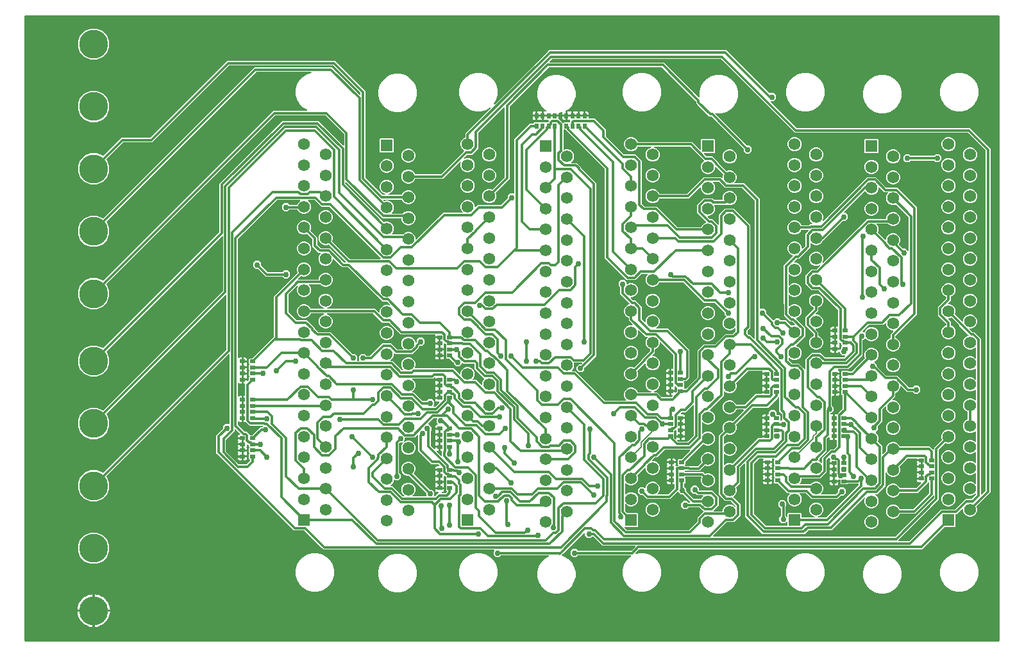
<source format=gbr>
G04 EAGLE Gerber RS-274X export*
G75*
%MOMM*%
%FSLAX34Y34*%
%LPD*%
%INTop Copper*%
%IPPOS*%
%AMOC8*
5,1,8,0,0,1.08239X$1,22.5*%
G01*
%ADD10R,1.560000X1.560000*%
%ADD11C,1.560000*%
%ADD12R,0.650000X0.500000*%
%ADD13C,3.810000*%
%ADD14R,0.500000X0.650000*%
%ADD15C,0.304800*%
%ADD16C,0.756400*%
%ADD17C,0.304800*%
%ADD18C,0.177800*%

G36*
X1017598Y-27936D02*
X1017598Y-27936D01*
X1017617Y-27938D01*
X1017719Y-27916D01*
X1017821Y-27900D01*
X1017838Y-27890D01*
X1017858Y-27886D01*
X1017947Y-27833D01*
X1018038Y-27784D01*
X1018052Y-27770D01*
X1018069Y-27760D01*
X1018136Y-27681D01*
X1018208Y-27606D01*
X1018216Y-27588D01*
X1018229Y-27573D01*
X1018268Y-27477D01*
X1018311Y-27383D01*
X1018313Y-27363D01*
X1018321Y-27345D01*
X1018339Y-27178D01*
X1018339Y798578D01*
X1018336Y798598D01*
X1018338Y798617D01*
X1018316Y798719D01*
X1018300Y798821D01*
X1018290Y798838D01*
X1018286Y798858D01*
X1018233Y798947D01*
X1018184Y799038D01*
X1018170Y799052D01*
X1018160Y799069D01*
X1018081Y799136D01*
X1018006Y799208D01*
X1017988Y799216D01*
X1017973Y799229D01*
X1017877Y799268D01*
X1017783Y799311D01*
X1017763Y799313D01*
X1017745Y799321D01*
X1017578Y799339D01*
X-268478Y799339D01*
X-268498Y799336D01*
X-268517Y799338D01*
X-268619Y799316D01*
X-268721Y799300D01*
X-268738Y799290D01*
X-268758Y799286D01*
X-268847Y799233D01*
X-268938Y799184D01*
X-268952Y799170D01*
X-268969Y799160D01*
X-269036Y799081D01*
X-269108Y799006D01*
X-269116Y798988D01*
X-269129Y798973D01*
X-269168Y798877D01*
X-269211Y798783D01*
X-269213Y798763D01*
X-269221Y798745D01*
X-269239Y798578D01*
X-269239Y-27178D01*
X-269236Y-27198D01*
X-269238Y-27217D01*
X-269216Y-27319D01*
X-269200Y-27421D01*
X-269190Y-27438D01*
X-269186Y-27458D01*
X-269133Y-27547D01*
X-269084Y-27638D01*
X-269070Y-27652D01*
X-269060Y-27669D01*
X-268981Y-27736D01*
X-268906Y-27808D01*
X-268888Y-27816D01*
X-268873Y-27829D01*
X-268777Y-27868D01*
X-268683Y-27911D01*
X-268663Y-27913D01*
X-268645Y-27921D01*
X-268478Y-27939D01*
X1017578Y-27939D01*
X1017598Y-27936D01*
G37*
%LPC*%
G36*
X429725Y35549D02*
X429725Y35549D01*
X423262Y37281D01*
X417467Y40626D01*
X412736Y45357D01*
X409391Y51152D01*
X407659Y57615D01*
X407659Y64305D01*
X409391Y70768D01*
X412736Y76563D01*
X417467Y81294D01*
X422901Y84431D01*
X422938Y84461D01*
X422981Y84484D01*
X423033Y84539D01*
X423091Y84587D01*
X423117Y84627D01*
X423150Y84662D01*
X423182Y84731D01*
X423222Y84795D01*
X423233Y84842D01*
X423254Y84885D01*
X423262Y84960D01*
X423280Y85034D01*
X423275Y85082D01*
X423281Y85129D01*
X423265Y85204D01*
X423258Y85279D01*
X423239Y85323D01*
X423228Y85370D01*
X423190Y85435D01*
X423159Y85504D01*
X423127Y85540D01*
X423102Y85581D01*
X423045Y85630D01*
X422994Y85686D01*
X422952Y85710D01*
X422915Y85741D01*
X422845Y85769D01*
X422779Y85806D01*
X422732Y85815D01*
X422687Y85833D01*
X422559Y85847D01*
X422537Y85851D01*
X422531Y85850D01*
X422520Y85851D01*
X360371Y85851D01*
X360281Y85837D01*
X360190Y85829D01*
X360161Y85817D01*
X360129Y85812D01*
X360048Y85769D01*
X359964Y85733D01*
X359932Y85707D01*
X359911Y85696D01*
X359889Y85673D01*
X359833Y85628D01*
X357798Y83593D01*
X353402Y83593D01*
X350293Y86702D01*
X350293Y91098D01*
X351113Y91918D01*
X351155Y91976D01*
X351204Y92028D01*
X351226Y92075D01*
X351256Y92117D01*
X351278Y92186D01*
X351308Y92251D01*
X351313Y92303D01*
X351329Y92353D01*
X351327Y92424D01*
X351335Y92495D01*
X351324Y92546D01*
X351322Y92598D01*
X351298Y92666D01*
X351283Y92736D01*
X351256Y92781D01*
X351238Y92829D01*
X351193Y92885D01*
X351156Y92947D01*
X351117Y92981D01*
X351084Y93021D01*
X351024Y93060D01*
X350969Y93107D01*
X350921Y93126D01*
X350877Y93154D01*
X350808Y93172D01*
X350741Y93199D01*
X350670Y93207D01*
X350639Y93215D01*
X350616Y93213D01*
X350575Y93217D01*
X125823Y93217D01*
X123814Y95226D01*
X100560Y118480D01*
X100486Y118533D01*
X100417Y118593D01*
X100387Y118605D01*
X100360Y118624D01*
X100273Y118651D01*
X100189Y118685D01*
X100148Y118689D01*
X100125Y118696D01*
X100093Y118695D01*
X100022Y118703D01*
X86419Y118703D01*
X84411Y120712D01*
X84410Y120712D01*
X-15749Y220871D01*
X-15749Y244313D01*
X-13740Y246322D01*
X-7280Y252782D01*
X-7227Y252856D01*
X-7167Y252925D01*
X-7155Y252955D01*
X-7136Y252982D01*
X-7109Y253069D01*
X-7075Y253153D01*
X-7071Y253194D01*
X-7064Y253217D01*
X-7065Y253249D01*
X-7057Y253320D01*
X-7057Y256198D01*
X-3948Y259307D01*
X448Y259307D01*
X732Y259023D01*
X790Y258981D01*
X842Y258932D01*
X889Y258910D01*
X931Y258880D01*
X1000Y258858D01*
X1065Y258828D01*
X1117Y258823D01*
X1167Y258807D01*
X1238Y258809D01*
X1309Y258801D01*
X1360Y258812D01*
X1412Y258814D01*
X1480Y258838D01*
X1550Y258853D01*
X1595Y258880D01*
X1643Y258898D01*
X1699Y258943D01*
X1761Y258980D01*
X1795Y259019D01*
X1835Y259052D01*
X1874Y259112D01*
X1921Y259167D01*
X1940Y259215D01*
X1968Y259259D01*
X1986Y259328D01*
X2013Y259395D01*
X2021Y259466D01*
X2029Y259497D01*
X2027Y259520D01*
X2031Y259561D01*
X2031Y351382D01*
X2020Y351453D01*
X2018Y351524D01*
X2000Y351573D01*
X1992Y351625D01*
X1958Y351688D01*
X1933Y351755D01*
X1901Y351796D01*
X1876Y351842D01*
X1824Y351891D01*
X1780Y351947D01*
X1736Y351976D01*
X1698Y352011D01*
X1633Y352042D01*
X1573Y352080D01*
X1522Y352093D01*
X1475Y352115D01*
X1404Y352123D01*
X1334Y352140D01*
X1282Y352136D01*
X1231Y352142D01*
X1160Y352127D01*
X1089Y352121D01*
X1041Y352101D01*
X990Y352090D01*
X929Y352053D01*
X863Y352025D01*
X807Y351980D01*
X779Y351964D01*
X764Y351946D01*
X732Y351920D01*
X-160557Y190631D01*
X-160569Y190615D01*
X-160585Y190602D01*
X-160641Y190515D01*
X-160701Y190431D01*
X-160707Y190412D01*
X-160718Y190395D01*
X-160743Y190295D01*
X-160773Y190196D01*
X-160773Y190176D01*
X-160778Y190157D01*
X-160770Y190054D01*
X-160767Y189950D01*
X-160760Y189932D01*
X-160759Y189912D01*
X-160718Y189816D01*
X-160682Y189719D01*
X-160670Y189704D01*
X-160662Y189685D01*
X-160557Y189554D01*
X-160358Y189355D01*
X-157225Y181793D01*
X-157225Y173607D01*
X-160358Y166045D01*
X-166145Y160258D01*
X-173707Y157125D01*
X-181893Y157125D01*
X-189455Y160258D01*
X-195242Y166045D01*
X-198375Y173607D01*
X-198375Y181793D01*
X-195242Y189355D01*
X-189455Y195142D01*
X-181893Y198275D01*
X-173707Y198275D01*
X-166145Y195142D01*
X-165946Y194943D01*
X-165929Y194931D01*
X-165917Y194915D01*
X-165830Y194859D01*
X-165746Y194799D01*
X-165727Y194793D01*
X-165710Y194782D01*
X-165610Y194757D01*
X-165511Y194727D01*
X-165491Y194727D01*
X-165471Y194722D01*
X-165368Y194730D01*
X-165265Y194733D01*
X-165246Y194740D01*
X-165226Y194741D01*
X-165131Y194782D01*
X-165034Y194817D01*
X-165018Y194830D01*
X-165000Y194838D01*
X-164869Y194943D01*
X-2764Y357048D01*
X-2711Y357122D01*
X-2651Y357191D01*
X-2639Y357221D01*
X-2620Y357248D01*
X-2593Y357335D01*
X-2559Y357419D01*
X-2555Y357460D01*
X-2548Y357483D01*
X-2549Y357515D01*
X-2541Y357586D01*
X-2541Y429310D01*
X-2552Y429381D01*
X-2554Y429452D01*
X-2572Y429501D01*
X-2580Y429553D01*
X-2614Y429616D01*
X-2639Y429683D01*
X-2671Y429724D01*
X-2696Y429770D01*
X-2747Y429819D01*
X-2792Y429875D01*
X-2836Y429904D01*
X-2874Y429939D01*
X-2939Y429970D01*
X-2999Y430008D01*
X-3050Y430021D01*
X-3097Y430043D01*
X-3168Y430051D01*
X-3238Y430068D01*
X-3290Y430064D01*
X-3341Y430070D01*
X-3412Y430055D01*
X-3483Y430049D01*
X-3531Y430029D01*
X-3582Y430018D01*
X-3643Y429981D01*
X-3709Y429953D01*
X-3765Y429908D01*
X-3793Y429892D01*
X-3808Y429874D01*
X-3840Y429848D01*
X-160557Y273131D01*
X-160569Y273115D01*
X-160585Y273102D01*
X-160641Y273015D01*
X-160701Y272931D01*
X-160707Y272912D01*
X-160718Y272895D01*
X-160743Y272795D01*
X-160773Y272696D01*
X-160773Y272676D01*
X-160778Y272657D01*
X-160770Y272554D01*
X-160767Y272450D01*
X-160760Y272432D01*
X-160759Y272412D01*
X-160718Y272317D01*
X-160683Y272219D01*
X-160670Y272204D01*
X-160662Y272185D01*
X-160557Y272054D01*
X-160358Y271855D01*
X-157225Y264293D01*
X-157225Y256107D01*
X-160358Y248545D01*
X-166145Y242758D01*
X-173707Y239625D01*
X-181893Y239625D01*
X-189455Y242758D01*
X-195242Y248545D01*
X-198375Y256107D01*
X-198375Y264293D01*
X-195242Y271855D01*
X-189455Y277642D01*
X-181893Y280775D01*
X-173707Y280775D01*
X-166145Y277642D01*
X-165946Y277443D01*
X-165929Y277431D01*
X-165917Y277415D01*
X-165830Y277359D01*
X-165746Y277299D01*
X-165727Y277293D01*
X-165710Y277282D01*
X-165610Y277257D01*
X-165511Y277227D01*
X-165491Y277227D01*
X-165471Y277222D01*
X-165368Y277230D01*
X-165265Y277233D01*
X-165246Y277240D01*
X-165226Y277241D01*
X-165131Y277282D01*
X-165034Y277317D01*
X-165018Y277330D01*
X-165000Y277338D01*
X-164869Y277443D01*
X-7336Y434976D01*
X-7283Y435050D01*
X-7223Y435119D01*
X-7211Y435149D01*
X-7192Y435176D01*
X-7165Y435263D01*
X-7131Y435347D01*
X-7127Y435388D01*
X-7120Y435411D01*
X-7121Y435443D01*
X-7113Y435514D01*
X-7113Y507238D01*
X-7115Y507250D01*
X-7114Y507259D01*
X-7124Y507304D01*
X-7124Y507309D01*
X-7126Y507380D01*
X-7144Y507429D01*
X-7152Y507481D01*
X-7186Y507544D01*
X-7211Y507611D01*
X-7243Y507652D01*
X-7268Y507698D01*
X-7319Y507747D01*
X-7364Y507803D01*
X-7408Y507832D01*
X-7446Y507867D01*
X-7511Y507898D01*
X-7571Y507936D01*
X-7622Y507949D01*
X-7669Y507971D01*
X-7740Y507979D01*
X-7810Y507996D01*
X-7862Y507992D01*
X-7913Y507998D01*
X-7984Y507983D01*
X-8055Y507977D01*
X-8103Y507957D01*
X-8154Y507946D01*
X-8215Y507909D01*
X-8281Y507881D01*
X-8337Y507836D01*
X-8365Y507820D01*
X-8380Y507802D01*
X-8412Y507776D01*
X-160557Y355631D01*
X-160569Y355615D01*
X-160585Y355602D01*
X-160641Y355515D01*
X-160701Y355431D01*
X-160707Y355412D01*
X-160718Y355395D01*
X-160743Y355295D01*
X-160773Y355196D01*
X-160773Y355176D01*
X-160778Y355157D01*
X-160770Y355054D01*
X-160767Y354950D01*
X-160760Y354932D01*
X-160759Y354912D01*
X-160718Y354817D01*
X-160683Y354719D01*
X-160670Y354704D01*
X-160662Y354685D01*
X-160557Y354554D01*
X-160358Y354355D01*
X-157225Y346793D01*
X-157225Y338607D01*
X-160358Y331045D01*
X-166145Y325258D01*
X-173707Y322125D01*
X-181893Y322125D01*
X-189455Y325258D01*
X-195242Y331045D01*
X-198375Y338607D01*
X-198375Y346793D01*
X-195242Y354355D01*
X-189455Y360142D01*
X-181893Y363275D01*
X-173707Y363275D01*
X-166145Y360142D01*
X-165946Y359943D01*
X-165929Y359931D01*
X-165917Y359915D01*
X-165830Y359859D01*
X-165746Y359799D01*
X-165727Y359793D01*
X-165710Y359782D01*
X-165610Y359757D01*
X-165511Y359727D01*
X-165491Y359727D01*
X-165471Y359722D01*
X-165368Y359730D01*
X-165265Y359733D01*
X-165246Y359740D01*
X-165226Y359741D01*
X-165131Y359782D01*
X-165034Y359817D01*
X-165018Y359830D01*
X-165000Y359838D01*
X-164869Y359943D01*
X-11908Y512904D01*
X-11855Y512978D01*
X-11795Y513047D01*
X-11783Y513077D01*
X-11764Y513104D01*
X-11737Y513191D01*
X-11703Y513275D01*
X-11699Y513316D01*
X-11692Y513339D01*
X-11693Y513371D01*
X-11685Y513442D01*
X-11685Y577058D01*
X69141Y657884D01*
X71150Y659893D01*
X119350Y659893D01*
X151608Y627635D01*
X151666Y627594D01*
X151718Y627544D01*
X151765Y627522D01*
X151807Y627492D01*
X151876Y627471D01*
X151941Y627441D01*
X151993Y627435D01*
X152043Y627420D01*
X152114Y627421D01*
X152185Y627414D01*
X152236Y627425D01*
X152288Y627426D01*
X152356Y627451D01*
X152426Y627466D01*
X152471Y627492D01*
X152519Y627510D01*
X152575Y627555D01*
X152637Y627592D01*
X152671Y627632D01*
X152711Y627664D01*
X152750Y627724D01*
X152797Y627779D01*
X152816Y627827D01*
X152844Y627871D01*
X152862Y627940D01*
X152889Y628007D01*
X152897Y628078D01*
X152905Y628110D01*
X152903Y628133D01*
X152907Y628174D01*
X152907Y642566D01*
X152893Y642656D01*
X152885Y642747D01*
X152873Y642777D01*
X152868Y642809D01*
X152825Y642889D01*
X152789Y642973D01*
X152763Y643005D01*
X152752Y643026D01*
X152729Y643048D01*
X152684Y643104D01*
X128500Y667288D01*
X128426Y667341D01*
X128357Y667401D01*
X128327Y667413D01*
X128300Y667432D01*
X128213Y667459D01*
X128129Y667493D01*
X128088Y667497D01*
X128065Y667504D01*
X128033Y667503D01*
X127962Y667511D01*
X62538Y667511D01*
X62448Y667497D01*
X62357Y667489D01*
X62327Y667477D01*
X62295Y667472D01*
X62215Y667429D01*
X62131Y667393D01*
X62099Y667367D01*
X62078Y667356D01*
X62056Y667333D01*
X62000Y667288D01*
X-160557Y444731D01*
X-160569Y444715D01*
X-160585Y444702D01*
X-160641Y444615D01*
X-160701Y444531D01*
X-160707Y444512D01*
X-160718Y444495D01*
X-160743Y444395D01*
X-160773Y444296D01*
X-160773Y444276D01*
X-160778Y444257D01*
X-160770Y444154D01*
X-160767Y444050D01*
X-160760Y444032D01*
X-160759Y444012D01*
X-160718Y443917D01*
X-160683Y443819D01*
X-160670Y443804D01*
X-160662Y443785D01*
X-160557Y443654D01*
X-160358Y443455D01*
X-157225Y435893D01*
X-157225Y427707D01*
X-160358Y420145D01*
X-166145Y414358D01*
X-173707Y411225D01*
X-181893Y411225D01*
X-189455Y414358D01*
X-195242Y420145D01*
X-198375Y427707D01*
X-198375Y435893D01*
X-195242Y443455D01*
X-189455Y449242D01*
X-181893Y452375D01*
X-173707Y452375D01*
X-166145Y449242D01*
X-165946Y449043D01*
X-165929Y449031D01*
X-165917Y449015D01*
X-165830Y448959D01*
X-165746Y448899D01*
X-165727Y448893D01*
X-165710Y448882D01*
X-165610Y448857D01*
X-165511Y448827D01*
X-165491Y448827D01*
X-165471Y448822D01*
X-165368Y448830D01*
X-165265Y448833D01*
X-165246Y448840D01*
X-165226Y448841D01*
X-165131Y448882D01*
X-165034Y448917D01*
X-165018Y448930D01*
X-165000Y448938D01*
X-164869Y449043D01*
X59697Y673609D01*
X103750Y673609D01*
X103798Y673616D01*
X103846Y673615D01*
X103919Y673636D01*
X103993Y673648D01*
X104036Y673671D01*
X104082Y673685D01*
X104144Y673728D01*
X104211Y673764D01*
X104244Y673798D01*
X104283Y673826D01*
X104328Y673887D01*
X104380Y673942D01*
X104400Y673985D01*
X104429Y674024D01*
X104452Y674096D01*
X104484Y674165D01*
X104489Y674213D01*
X104503Y674258D01*
X104502Y674334D01*
X104511Y674409D01*
X104500Y674456D01*
X104500Y674504D01*
X104475Y674576D01*
X104458Y674650D01*
X104434Y674691D01*
X104418Y674736D01*
X104371Y674796D01*
X104332Y674861D01*
X104296Y674892D01*
X104266Y674930D01*
X104162Y675006D01*
X104145Y675021D01*
X104139Y675023D01*
X104131Y675029D01*
X98697Y678166D01*
X93966Y682897D01*
X90621Y688692D01*
X88889Y695155D01*
X88889Y701845D01*
X90621Y708308D01*
X93966Y714103D01*
X98697Y718834D01*
X104492Y722179D01*
X109156Y723429D01*
X109178Y723439D01*
X109201Y723443D01*
X109289Y723489D01*
X109380Y723530D01*
X109398Y723546D01*
X109419Y723558D01*
X109487Y723630D01*
X109560Y723697D01*
X109572Y723718D01*
X109588Y723736D01*
X109630Y723826D01*
X109678Y723913D01*
X109682Y723937D01*
X109692Y723959D01*
X109703Y724058D01*
X109720Y724156D01*
X109716Y724180D01*
X109719Y724203D01*
X109698Y724300D01*
X109683Y724399D01*
X109672Y724420D01*
X109667Y724444D01*
X109616Y724529D01*
X109570Y724618D01*
X109553Y724634D01*
X109540Y724655D01*
X109465Y724720D01*
X109394Y724789D01*
X109372Y724799D01*
X109354Y724815D01*
X109261Y724852D01*
X109172Y724895D01*
X109148Y724898D01*
X109125Y724907D01*
X108959Y724925D01*
X37452Y724925D01*
X37362Y724911D01*
X37271Y724903D01*
X37241Y724891D01*
X37209Y724886D01*
X37129Y724843D01*
X37045Y724807D01*
X37013Y724781D01*
X36992Y724770D01*
X36970Y724747D01*
X36914Y724702D01*
X-160557Y527231D01*
X-160569Y527215D01*
X-160585Y527202D01*
X-160641Y527115D01*
X-160701Y527031D01*
X-160707Y527012D01*
X-160718Y526995D01*
X-160743Y526895D01*
X-160773Y526796D01*
X-160773Y526776D01*
X-160778Y526757D01*
X-160770Y526654D01*
X-160767Y526550D01*
X-160760Y526532D01*
X-160759Y526512D01*
X-160718Y526417D01*
X-160683Y526319D01*
X-160670Y526304D01*
X-160662Y526285D01*
X-160557Y526154D01*
X-160358Y525955D01*
X-157225Y518393D01*
X-157225Y510207D01*
X-160358Y502645D01*
X-166145Y496858D01*
X-173707Y493725D01*
X-181893Y493725D01*
X-189455Y496858D01*
X-195242Y502645D01*
X-198375Y510207D01*
X-198375Y518393D01*
X-195242Y525955D01*
X-189455Y531742D01*
X-181893Y534875D01*
X-173707Y534875D01*
X-166145Y531742D01*
X-165946Y531543D01*
X-165929Y531531D01*
X-165917Y531515D01*
X-165830Y531459D01*
X-165746Y531399D01*
X-165727Y531393D01*
X-165710Y531382D01*
X-165610Y531357D01*
X-165511Y531327D01*
X-165491Y531327D01*
X-165471Y531322D01*
X-165368Y531330D01*
X-165265Y531333D01*
X-165246Y531340D01*
X-165226Y531341D01*
X-165131Y531382D01*
X-165034Y531417D01*
X-165018Y531430D01*
X-165000Y531438D01*
X-164869Y531543D01*
X34611Y731023D01*
X136889Y731023D01*
X138898Y729014D01*
X173452Y694460D01*
X173510Y694418D01*
X173562Y694369D01*
X173609Y694347D01*
X173651Y694316D01*
X173720Y694295D01*
X173785Y694265D01*
X173837Y694259D01*
X173887Y694244D01*
X173958Y694246D01*
X174029Y694238D01*
X174080Y694249D01*
X174132Y694250D01*
X174200Y694275D01*
X174270Y694290D01*
X174315Y694317D01*
X174363Y694335D01*
X174419Y694380D01*
X174481Y694416D01*
X174515Y694456D01*
X174555Y694488D01*
X174594Y694549D01*
X174641Y694603D01*
X174660Y694652D01*
X174688Y694695D01*
X174706Y694765D01*
X174733Y694831D01*
X174741Y694903D01*
X174749Y694934D01*
X174747Y694957D01*
X174751Y694998D01*
X174751Y696922D01*
X174737Y697012D01*
X174729Y697103D01*
X174717Y697133D01*
X174712Y697165D01*
X174669Y697245D01*
X174633Y697329D01*
X174607Y697361D01*
X174596Y697382D01*
X174573Y697404D01*
X174528Y697460D01*
X138660Y733328D01*
X138586Y733381D01*
X138517Y733441D01*
X138487Y733453D01*
X138460Y733472D01*
X138373Y733499D01*
X138289Y733533D01*
X138248Y733537D01*
X138225Y733544D01*
X138193Y733543D01*
X138122Y733551D01*
X1512Y733551D01*
X1422Y733537D01*
X1331Y733529D01*
X1302Y733517D01*
X1270Y733512D01*
X1189Y733469D01*
X1105Y733433D01*
X1073Y733407D01*
X1052Y733396D01*
X1030Y733373D01*
X974Y733328D01*
X-100403Y631951D01*
X-138022Y631951D01*
X-138112Y631937D01*
X-138203Y631929D01*
X-138233Y631917D01*
X-138265Y631912D01*
X-138345Y631869D01*
X-138429Y631833D01*
X-138461Y631807D01*
X-138482Y631796D01*
X-138504Y631773D01*
X-138560Y631728D01*
X-160557Y609731D01*
X-160569Y609715D01*
X-160585Y609702D01*
X-160641Y609615D01*
X-160701Y609531D01*
X-160707Y609512D01*
X-160718Y609495D01*
X-160743Y609395D01*
X-160773Y609296D01*
X-160773Y609276D01*
X-160778Y609257D01*
X-160770Y609154D01*
X-160767Y609050D01*
X-160760Y609032D01*
X-160759Y609012D01*
X-160718Y608917D01*
X-160683Y608819D01*
X-160670Y608804D01*
X-160662Y608785D01*
X-160557Y608654D01*
X-160358Y608455D01*
X-157225Y600893D01*
X-157225Y592707D01*
X-160358Y585145D01*
X-166145Y579358D01*
X-173707Y576225D01*
X-181893Y576225D01*
X-189455Y579358D01*
X-195242Y585145D01*
X-198375Y592707D01*
X-198375Y600893D01*
X-195242Y608455D01*
X-189455Y614242D01*
X-181893Y617375D01*
X-173707Y617375D01*
X-166145Y614242D01*
X-165946Y614043D01*
X-165929Y614031D01*
X-165917Y614015D01*
X-165830Y613959D01*
X-165746Y613899D01*
X-165727Y613893D01*
X-165710Y613882D01*
X-165610Y613857D01*
X-165511Y613827D01*
X-165491Y613827D01*
X-165471Y613822D01*
X-165368Y613830D01*
X-165265Y613833D01*
X-165246Y613840D01*
X-165226Y613841D01*
X-165131Y613882D01*
X-165034Y613917D01*
X-165018Y613930D01*
X-165000Y613938D01*
X-164869Y614043D01*
X-142872Y636040D01*
X-140863Y638049D01*
X-103244Y638049D01*
X-103154Y638063D01*
X-103063Y638071D01*
X-103033Y638083D01*
X-103001Y638088D01*
X-102921Y638131D01*
X-102837Y638167D01*
X-102805Y638193D01*
X-102784Y638204D01*
X-102762Y638227D01*
X-102706Y638272D01*
X-1329Y739649D01*
X140963Y739649D01*
X180849Y699763D01*
X180849Y585778D01*
X180863Y585688D01*
X180871Y585597D01*
X180883Y585567D01*
X180888Y585535D01*
X180931Y585455D01*
X180967Y585371D01*
X180993Y585339D01*
X181004Y585318D01*
X181027Y585296D01*
X181072Y585240D01*
X203710Y562602D01*
X203784Y562549D01*
X203853Y562489D01*
X203883Y562477D01*
X203910Y562458D01*
X203997Y562431D01*
X204081Y562397D01*
X204122Y562393D01*
X204145Y562386D01*
X204177Y562387D01*
X204248Y562379D01*
X206841Y562379D01*
X206937Y562394D01*
X207034Y562404D01*
X207058Y562414D01*
X207083Y562418D01*
X207169Y562464D01*
X207258Y562504D01*
X207278Y562521D01*
X207301Y562534D01*
X207368Y562604D01*
X207440Y562670D01*
X207452Y562693D01*
X207470Y562712D01*
X207511Y562800D01*
X207558Y562886D01*
X207563Y562911D01*
X207574Y562935D01*
X207585Y563032D01*
X207602Y563128D01*
X207598Y563154D01*
X207601Y563179D01*
X207580Y563275D01*
X207566Y563371D01*
X207554Y563394D01*
X207549Y563420D01*
X207499Y563503D01*
X207455Y563590D01*
X207436Y563609D01*
X207422Y563631D01*
X207349Y563694D01*
X207279Y563762D01*
X207250Y563778D01*
X207236Y563791D01*
X207205Y563803D01*
X207132Y563843D01*
X204038Y565125D01*
X201415Y567748D01*
X199995Y571175D01*
X199995Y574885D01*
X201415Y578312D01*
X204038Y580935D01*
X207465Y582355D01*
X211175Y582355D01*
X214602Y580935D01*
X217225Y578312D01*
X218645Y574885D01*
X218645Y571175D01*
X217225Y567748D01*
X214602Y565125D01*
X211508Y563843D01*
X211425Y563792D01*
X211339Y563746D01*
X211321Y563727D01*
X211299Y563714D01*
X211237Y563639D01*
X211170Y563568D01*
X211159Y563544D01*
X211142Y563524D01*
X211107Y563433D01*
X211066Y563345D01*
X211063Y563319D01*
X211054Y563295D01*
X211050Y563197D01*
X211039Y563101D01*
X211045Y563075D01*
X211044Y563049D01*
X211071Y562955D01*
X211091Y562860D01*
X211105Y562838D01*
X211112Y562813D01*
X211168Y562733D01*
X211218Y562649D01*
X211237Y562632D01*
X211252Y562611D01*
X211330Y562552D01*
X211404Y562489D01*
X211429Y562479D01*
X211450Y562464D01*
X211542Y562434D01*
X211633Y562397D01*
X211665Y562394D01*
X211684Y562388D01*
X211717Y562388D01*
X211799Y562379D01*
X228381Y562379D01*
X228496Y562398D01*
X228612Y562415D01*
X228618Y562417D01*
X228624Y562418D01*
X228727Y562473D01*
X228831Y562526D01*
X228836Y562531D01*
X228841Y562534D01*
X228921Y562618D01*
X229004Y562702D01*
X229007Y562708D01*
X229011Y562712D01*
X229018Y562729D01*
X229084Y562849D01*
X229815Y564612D01*
X232438Y567235D01*
X235865Y568655D01*
X239575Y568655D01*
X243002Y567235D01*
X245625Y564612D01*
X247045Y561185D01*
X247045Y557475D01*
X245625Y554048D01*
X243002Y551425D01*
X239575Y550005D01*
X235865Y550005D01*
X232438Y551425D01*
X229815Y554048D01*
X229084Y555811D01*
X229023Y555911D01*
X228963Y556011D01*
X228958Y556015D01*
X228955Y556020D01*
X228864Y556095D01*
X228776Y556171D01*
X228770Y556173D01*
X228765Y556177D01*
X228657Y556219D01*
X228548Y556263D01*
X228540Y556264D01*
X228536Y556265D01*
X228517Y556266D01*
X228381Y556281D01*
X205402Y556281D01*
X205332Y556270D01*
X205260Y556268D01*
X205211Y556250D01*
X205160Y556242D01*
X205096Y556208D01*
X205029Y556183D01*
X204988Y556151D01*
X204942Y556126D01*
X204893Y556075D01*
X204837Y556030D01*
X204809Y555986D01*
X204773Y555948D01*
X204743Y555883D01*
X204704Y555823D01*
X204691Y555772D01*
X204669Y555725D01*
X204661Y555654D01*
X204644Y555584D01*
X204648Y555532D01*
X204642Y555481D01*
X204657Y555410D01*
X204663Y555339D01*
X204683Y555291D01*
X204694Y555240D01*
X204731Y555179D01*
X204759Y555113D01*
X204804Y555057D01*
X204821Y555029D01*
X204838Y555014D01*
X204864Y554982D01*
X205497Y554348D01*
X205592Y554280D01*
X205686Y554210D01*
X205692Y554208D01*
X205697Y554205D01*
X205809Y554170D01*
X205920Y554134D01*
X205926Y554134D01*
X205932Y554132D01*
X206049Y554135D01*
X206166Y554137D01*
X206173Y554139D01*
X206178Y554139D01*
X206196Y554145D01*
X206327Y554183D01*
X207465Y554655D01*
X211175Y554655D01*
X214602Y553235D01*
X217225Y550612D01*
X218645Y547185D01*
X218645Y543475D01*
X217225Y540048D01*
X216007Y538830D01*
X215966Y538772D01*
X215916Y538720D01*
X215894Y538673D01*
X215864Y538631D01*
X215843Y538562D01*
X215813Y538497D01*
X215807Y538445D01*
X215792Y538395D01*
X215793Y538324D01*
X215785Y538253D01*
X215797Y538202D01*
X215798Y538150D01*
X215823Y538082D01*
X215838Y538012D01*
X215864Y537967D01*
X215882Y537919D01*
X215927Y537863D01*
X215964Y537801D01*
X216003Y537767D01*
X216036Y537727D01*
X216096Y537688D01*
X216151Y537641D01*
X216199Y537622D01*
X216243Y537594D01*
X216312Y537576D01*
X216379Y537549D01*
X216450Y537541D01*
X216481Y537533D01*
X216505Y537535D01*
X216546Y537531D01*
X230118Y537531D01*
X230208Y537545D01*
X230299Y537553D01*
X230329Y537565D01*
X230361Y537570D01*
X230442Y537613D01*
X230526Y537649D01*
X230558Y537675D01*
X230578Y537686D01*
X230601Y537709D01*
X230657Y537754D01*
X232438Y539535D01*
X235865Y540955D01*
X239575Y540955D01*
X243002Y539535D01*
X245625Y536912D01*
X247045Y533485D01*
X247045Y529775D01*
X245625Y526348D01*
X243002Y523725D01*
X239575Y522305D01*
X235865Y522305D01*
X232438Y523725D01*
X229815Y526348D01*
X228395Y529775D01*
X228395Y530672D01*
X228392Y530692D01*
X228394Y530711D01*
X228372Y530813D01*
X228356Y530915D01*
X228346Y530932D01*
X228342Y530952D01*
X228289Y531041D01*
X228240Y531132D01*
X228226Y531146D01*
X228216Y531163D01*
X228137Y531230D01*
X228062Y531302D01*
X228044Y531310D01*
X228029Y531323D01*
X227933Y531362D01*
X227839Y531405D01*
X227819Y531407D01*
X227801Y531415D01*
X227634Y531433D01*
X203564Y531433D01*
X155732Y579265D01*
X155674Y579307D01*
X155622Y579356D01*
X155575Y579378D01*
X155533Y579408D01*
X155464Y579429D01*
X155399Y579460D01*
X155347Y579465D01*
X155297Y579481D01*
X155226Y579479D01*
X155155Y579487D01*
X155104Y579476D01*
X155052Y579474D01*
X154984Y579450D01*
X154914Y579434D01*
X154869Y579408D01*
X154821Y579390D01*
X154765Y579345D01*
X154703Y579308D01*
X154669Y579269D01*
X154629Y579236D01*
X154590Y579176D01*
X154543Y579121D01*
X154524Y579073D01*
X154496Y579029D01*
X154478Y578960D01*
X154451Y578893D01*
X154443Y578822D01*
X154435Y578791D01*
X154437Y578767D01*
X154433Y578726D01*
X154433Y577444D01*
X154447Y577354D01*
X154455Y577263D01*
X154467Y577233D01*
X154472Y577201D01*
X154515Y577121D01*
X154551Y577037D01*
X154577Y577005D01*
X154588Y576984D01*
X154611Y576962D01*
X154656Y576906D01*
X204872Y526689D01*
X204967Y526621D01*
X205061Y526551D01*
X205067Y526549D01*
X205072Y526546D01*
X205183Y526512D01*
X205295Y526475D01*
X205301Y526475D01*
X205307Y526473D01*
X205424Y526476D01*
X205541Y526478D01*
X205548Y526480D01*
X205553Y526480D01*
X205570Y526486D01*
X205702Y526524D01*
X207465Y527255D01*
X211175Y527255D01*
X214602Y525835D01*
X217225Y523212D01*
X218645Y519785D01*
X218645Y516075D01*
X217225Y512648D01*
X216007Y511430D01*
X215966Y511372D01*
X215916Y511320D01*
X215894Y511273D01*
X215864Y511231D01*
X215843Y511162D01*
X215813Y511097D01*
X215807Y511045D01*
X215792Y510995D01*
X215793Y510924D01*
X215785Y510853D01*
X215797Y510802D01*
X215798Y510750D01*
X215823Y510682D01*
X215838Y510612D01*
X215864Y510567D01*
X215882Y510519D01*
X215927Y510463D01*
X215964Y510401D01*
X216003Y510367D01*
X216036Y510327D01*
X216096Y510288D01*
X216151Y510241D01*
X216199Y510222D01*
X216243Y510194D01*
X216312Y510176D01*
X216379Y510149D01*
X216450Y510141D01*
X216481Y510133D01*
X216505Y510135D01*
X216546Y510131D01*
X230418Y510131D01*
X230508Y510145D01*
X230599Y510153D01*
X230629Y510165D01*
X230661Y510170D01*
X230742Y510213D01*
X230826Y510249D01*
X230858Y510275D01*
X230878Y510286D01*
X230901Y510309D01*
X230957Y510354D01*
X232438Y511835D01*
X235865Y513255D01*
X239575Y513255D01*
X243002Y511835D01*
X245625Y509212D01*
X247045Y505785D01*
X247045Y504063D01*
X247056Y503992D01*
X247058Y503920D01*
X247076Y503871D01*
X247084Y503820D01*
X247118Y503757D01*
X247143Y503689D01*
X247175Y503649D01*
X247200Y503603D01*
X247252Y503553D01*
X247296Y503497D01*
X247340Y503469D01*
X247378Y503433D01*
X247443Y503403D01*
X247503Y503364D01*
X247554Y503351D01*
X247601Y503330D01*
X247672Y503322D01*
X247742Y503304D01*
X247794Y503308D01*
X247845Y503302D01*
X247916Y503318D01*
X247987Y503323D01*
X248035Y503344D01*
X248086Y503355D01*
X248147Y503392D01*
X248213Y503420D01*
X248269Y503464D01*
X248297Y503481D01*
X248312Y503499D01*
X248344Y503524D01*
X283621Y538801D01*
X308774Y538801D01*
X308845Y538812D01*
X308917Y538814D01*
X308966Y538832D01*
X309017Y538840D01*
X309080Y538874D01*
X309148Y538899D01*
X309188Y538931D01*
X309234Y538956D01*
X309284Y539008D01*
X309340Y539052D01*
X309368Y539096D01*
X309404Y539134D01*
X309434Y539199D01*
X309473Y539259D01*
X309485Y539310D01*
X309507Y539357D01*
X309515Y539428D01*
X309533Y539498D01*
X309529Y539550D01*
X309535Y539601D01*
X309519Y539672D01*
X309514Y539743D01*
X309493Y539791D01*
X309482Y539842D01*
X309445Y539903D01*
X309417Y539969D01*
X309373Y540025D01*
X309356Y540053D01*
X309338Y540068D01*
X309313Y540100D01*
X308095Y541318D01*
X306675Y544745D01*
X306675Y548455D01*
X308095Y551882D01*
X310718Y554505D01*
X314145Y555925D01*
X317855Y555925D01*
X321282Y554505D01*
X323905Y551882D01*
X325325Y548455D01*
X325325Y546733D01*
X325336Y546662D01*
X325338Y546590D01*
X325356Y546541D01*
X325364Y546490D01*
X325398Y546427D01*
X325423Y546359D01*
X325455Y546319D01*
X325480Y546273D01*
X325532Y546223D01*
X325576Y546167D01*
X325620Y546139D01*
X325658Y546103D01*
X325723Y546073D01*
X325783Y546034D01*
X325834Y546021D01*
X325881Y546000D01*
X325952Y545992D01*
X326022Y545974D01*
X326074Y545978D01*
X326125Y545972D01*
X326196Y545988D01*
X326267Y545993D01*
X326315Y546014D01*
X326366Y546025D01*
X326427Y546062D01*
X326493Y546090D01*
X326549Y546134D01*
X326577Y546151D01*
X326592Y546169D01*
X326624Y546194D01*
X327570Y547140D01*
X329579Y549149D01*
X359892Y549149D01*
X359982Y549163D01*
X360073Y549171D01*
X360103Y549183D01*
X360135Y549188D01*
X360215Y549231D01*
X360299Y549267D01*
X360331Y549293D01*
X360352Y549304D01*
X360374Y549327D01*
X360430Y549372D01*
X368640Y557582D01*
X368693Y557656D01*
X368753Y557725D01*
X368765Y557755D01*
X368784Y557782D01*
X368811Y557869D01*
X368845Y557953D01*
X368849Y557994D01*
X368856Y558017D01*
X368855Y558049D01*
X368863Y558120D01*
X368863Y560998D01*
X371972Y564107D01*
X376368Y564107D01*
X376652Y563823D01*
X376710Y563781D01*
X376762Y563732D01*
X376809Y563710D01*
X376851Y563680D01*
X376920Y563658D01*
X376985Y563628D01*
X377037Y563623D01*
X377087Y563607D01*
X377158Y563609D01*
X377229Y563601D01*
X377280Y563612D01*
X377332Y563614D01*
X377400Y563638D01*
X377470Y563653D01*
X377515Y563680D01*
X377563Y563698D01*
X377619Y563743D01*
X377681Y563780D01*
X377715Y563819D01*
X377755Y563852D01*
X377794Y563912D01*
X377841Y563967D01*
X377860Y564015D01*
X377888Y564059D01*
X377906Y564128D01*
X377933Y564195D01*
X377941Y564266D01*
X377949Y564297D01*
X377947Y564320D01*
X377951Y564361D01*
X377951Y636263D01*
X398387Y656699D01*
X402314Y656699D01*
X402334Y656702D01*
X402353Y656700D01*
X402455Y656722D01*
X402557Y656738D01*
X402574Y656748D01*
X402594Y656752D01*
X402683Y656805D01*
X402774Y656854D01*
X402788Y656868D01*
X402805Y656878D01*
X402872Y656957D01*
X402944Y657032D01*
X402952Y657050D01*
X402965Y657065D01*
X403004Y657161D01*
X403047Y657255D01*
X403049Y657275D01*
X403057Y657293D01*
X403075Y657460D01*
X403075Y657532D01*
X403968Y658425D01*
X410232Y658425D01*
X410562Y658095D01*
X410578Y658083D01*
X410590Y658067D01*
X410677Y658011D01*
X410761Y657951D01*
X410780Y657945D01*
X410797Y657934D01*
X410898Y657909D01*
X410997Y657879D01*
X411016Y657879D01*
X411036Y657874D01*
X411139Y657882D01*
X411242Y657885D01*
X411261Y657892D01*
X411281Y657893D01*
X411376Y657934D01*
X411473Y657969D01*
X411489Y657982D01*
X411507Y657990D01*
X411638Y658095D01*
X411968Y658425D01*
X418232Y658425D01*
X418562Y658095D01*
X418578Y658083D01*
X418590Y658067D01*
X418677Y658011D01*
X418761Y657951D01*
X418780Y657945D01*
X418797Y657934D01*
X418898Y657909D01*
X418997Y657879D01*
X419016Y657879D01*
X419036Y657874D01*
X419139Y657882D01*
X419242Y657885D01*
X419261Y657892D01*
X419281Y657893D01*
X419376Y657934D01*
X419473Y657969D01*
X419489Y657982D01*
X419507Y657990D01*
X419638Y658095D01*
X419968Y658425D01*
X421742Y658425D01*
X421762Y658428D01*
X421781Y658426D01*
X421883Y658448D01*
X421985Y658464D01*
X422002Y658474D01*
X422022Y658478D01*
X422111Y658531D01*
X422202Y658580D01*
X422216Y658594D01*
X422233Y658604D01*
X422300Y658683D01*
X422372Y658758D01*
X422380Y658776D01*
X422393Y658791D01*
X422432Y658887D01*
X422475Y658981D01*
X422477Y659001D01*
X422485Y659019D01*
X422503Y659186D01*
X422503Y659425D01*
X423138Y660060D01*
X423179Y660118D01*
X423229Y660170D01*
X423251Y660217D01*
X423281Y660259D01*
X423302Y660328D01*
X423332Y660393D01*
X423338Y660445D01*
X423354Y660495D01*
X423352Y660566D01*
X423360Y660637D01*
X423349Y660688D01*
X423347Y660740D01*
X423323Y660808D01*
X423307Y660878D01*
X423281Y660922D01*
X423263Y660971D01*
X423218Y661027D01*
X423181Y661089D01*
X423142Y661123D01*
X423109Y661163D01*
X423049Y661202D01*
X422994Y661249D01*
X422946Y661268D01*
X422902Y661296D01*
X422833Y661314D01*
X422766Y661341D01*
X422695Y661349D01*
X422664Y661357D01*
X422640Y661355D01*
X422599Y661359D01*
X420266Y661359D01*
X419619Y661532D01*
X419481Y661612D01*
X419417Y661636D01*
X419358Y661669D01*
X419303Y661680D01*
X419251Y661699D01*
X419183Y661702D01*
X419117Y661714D01*
X419061Y661706D01*
X419005Y661709D01*
X418940Y661689D01*
X418873Y661680D01*
X418800Y661648D01*
X418769Y661639D01*
X418752Y661627D01*
X418719Y661613D01*
X418581Y661532D01*
X417934Y661359D01*
X416349Y661359D01*
X416349Y665901D01*
X422612Y665901D01*
X422631Y665904D01*
X422651Y665902D01*
X422753Y665924D01*
X422855Y665940D01*
X422872Y665950D01*
X422892Y665954D01*
X422981Y666007D01*
X423072Y666056D01*
X423086Y666070D01*
X423103Y666080D01*
X423106Y666084D01*
X423160Y666032D01*
X423178Y666024D01*
X423193Y666011D01*
X423290Y665972D01*
X423383Y665929D01*
X423403Y665927D01*
X423421Y665919D01*
X423588Y665901D01*
X430612Y665901D01*
X430631Y665904D01*
X430651Y665902D01*
X430753Y665924D01*
X430855Y665940D01*
X430872Y665950D01*
X430892Y665954D01*
X430981Y666007D01*
X431072Y666056D01*
X431086Y666070D01*
X431103Y666080D01*
X431106Y666084D01*
X431160Y666032D01*
X431178Y666024D01*
X431193Y666011D01*
X431290Y665972D01*
X431383Y665929D01*
X431403Y665927D01*
X431421Y665919D01*
X431588Y665901D01*
X436141Y665901D01*
X436141Y663566D01*
X436131Y663529D01*
X436124Y663462D01*
X436108Y663397D01*
X436112Y663341D01*
X436107Y663285D01*
X436122Y663219D01*
X436127Y663151D01*
X436149Y663100D01*
X436161Y663045D01*
X436197Y662987D01*
X436223Y662925D01*
X436273Y662863D01*
X436290Y662835D01*
X436306Y662822D01*
X436328Y662794D01*
X437682Y661440D01*
X440460Y658662D01*
X441480Y657642D01*
X441496Y657631D01*
X441508Y657615D01*
X441595Y657559D01*
X441679Y657499D01*
X441698Y657493D01*
X441715Y657482D01*
X441816Y657457D01*
X441914Y657427D01*
X441934Y657427D01*
X441954Y657422D01*
X442057Y657430D01*
X442160Y657433D01*
X442179Y657440D01*
X442199Y657441D01*
X442294Y657482D01*
X442391Y657517D01*
X442407Y657530D01*
X442425Y657538D01*
X442556Y657642D01*
X443338Y658425D01*
X449602Y658425D01*
X449932Y658095D01*
X449948Y658083D01*
X449960Y658067D01*
X450047Y658011D01*
X450131Y657951D01*
X450150Y657945D01*
X450167Y657934D01*
X450268Y657909D01*
X450367Y657879D01*
X450386Y657879D01*
X450406Y657874D01*
X450509Y657882D01*
X450612Y657885D01*
X450631Y657892D01*
X450651Y657893D01*
X450746Y657934D01*
X450843Y657969D01*
X450859Y657982D01*
X450877Y657990D01*
X451008Y658095D01*
X451198Y658285D01*
X451251Y658359D01*
X451311Y658428D01*
X451323Y658458D01*
X451342Y658484D01*
X451369Y658571D01*
X451403Y658656D01*
X451407Y658697D01*
X451414Y658719D01*
X451413Y658752D01*
X451421Y658823D01*
X451421Y660203D01*
X451446Y660228D01*
X451502Y660305D01*
X451563Y660378D01*
X451573Y660405D01*
X451590Y660428D01*
X451618Y660519D01*
X451653Y660607D01*
X451654Y660636D01*
X451662Y660663D01*
X451660Y660758D01*
X451664Y660853D01*
X451657Y660880D01*
X451656Y660908D01*
X451623Y660998D01*
X451597Y661090D01*
X451581Y661113D01*
X451571Y661140D01*
X451512Y661214D01*
X451458Y661293D01*
X451435Y661310D01*
X451418Y661332D01*
X451338Y661383D01*
X451261Y661440D01*
X451228Y661453D01*
X451211Y661465D01*
X451179Y661473D01*
X451105Y661501D01*
X450989Y661532D01*
X450851Y661612D01*
X450787Y661636D01*
X450728Y661669D01*
X450673Y661680D01*
X450621Y661699D01*
X450553Y661702D01*
X450487Y661714D01*
X450431Y661706D01*
X450375Y661709D01*
X450310Y661689D01*
X450243Y661680D01*
X450170Y661648D01*
X450139Y661639D01*
X450122Y661627D01*
X450089Y661613D01*
X449951Y661532D01*
X449304Y661359D01*
X447719Y661359D01*
X447719Y665901D01*
X453982Y665901D01*
X454001Y665904D01*
X454021Y665902D01*
X454123Y665924D01*
X454225Y665940D01*
X454242Y665950D01*
X454262Y665954D01*
X454351Y666007D01*
X454442Y666056D01*
X454456Y666070D01*
X454473Y666080D01*
X454476Y666084D01*
X454530Y666032D01*
X454548Y666024D01*
X454563Y666011D01*
X454660Y665972D01*
X454753Y665929D01*
X454773Y665927D01*
X454791Y665919D01*
X454958Y665901D01*
X461982Y665901D01*
X462001Y665904D01*
X462021Y665902D01*
X462123Y665924D01*
X462225Y665940D01*
X462242Y665950D01*
X462262Y665954D01*
X462351Y666007D01*
X462442Y666056D01*
X462456Y666070D01*
X462473Y666080D01*
X462476Y666084D01*
X462530Y666032D01*
X462548Y666024D01*
X462563Y666011D01*
X462660Y665972D01*
X462753Y665929D01*
X462773Y665927D01*
X462791Y665919D01*
X462958Y665901D01*
X469982Y665901D01*
X470001Y665904D01*
X470021Y665902D01*
X470123Y665924D01*
X470225Y665940D01*
X470242Y665950D01*
X470262Y665954D01*
X470351Y666007D01*
X470442Y666056D01*
X470456Y666070D01*
X470473Y666080D01*
X470476Y666084D01*
X470530Y666032D01*
X470548Y666024D01*
X470563Y666011D01*
X470660Y665972D01*
X470753Y665929D01*
X470773Y665927D01*
X470791Y665919D01*
X470958Y665901D01*
X475511Y665901D01*
X475511Y664210D01*
X475514Y664190D01*
X475512Y664171D01*
X475534Y664069D01*
X475550Y663967D01*
X475560Y663950D01*
X475564Y663930D01*
X475617Y663841D01*
X475666Y663750D01*
X475680Y663736D01*
X475690Y663719D01*
X475769Y663652D01*
X475844Y663580D01*
X475862Y663572D01*
X475877Y663559D01*
X475973Y663520D01*
X476067Y663477D01*
X476087Y663475D01*
X476105Y663467D01*
X476272Y663449D01*
X483863Y663449D01*
X496340Y650972D01*
X498349Y648963D01*
X498349Y640388D01*
X498363Y640298D01*
X498371Y640207D01*
X498383Y640177D01*
X498388Y640145D01*
X498431Y640065D01*
X498467Y639981D01*
X498493Y639949D01*
X498504Y639928D01*
X498527Y639906D01*
X498572Y639850D01*
X522302Y616120D01*
X522376Y616067D01*
X522445Y616007D01*
X522475Y615995D01*
X522502Y615976D01*
X522589Y615949D01*
X522673Y615915D01*
X522714Y615911D01*
X522737Y615904D01*
X522769Y615905D01*
X522840Y615897D01*
X537656Y615897D01*
X545919Y607634D01*
X545919Y550907D01*
X545934Y550817D01*
X545941Y550726D01*
X545954Y550697D01*
X545959Y550665D01*
X546002Y550584D01*
X546038Y550500D01*
X546063Y550468D01*
X546074Y550447D01*
X546098Y550425D01*
X546142Y550369D01*
X549492Y547020D01*
X549566Y546967D01*
X549635Y546907D01*
X549665Y546895D01*
X549692Y546876D01*
X549779Y546849D01*
X549863Y546815D01*
X549904Y546811D01*
X549927Y546804D01*
X549959Y546805D01*
X550030Y546797D01*
X566056Y546797D01*
X592921Y519932D01*
X592995Y519879D01*
X593065Y519819D01*
X593095Y519807D01*
X593121Y519788D01*
X593208Y519761D01*
X593293Y519727D01*
X593334Y519723D01*
X593356Y519716D01*
X593388Y519717D01*
X593460Y519709D01*
X624161Y519709D01*
X624276Y519728D01*
X624392Y519745D01*
X624398Y519747D01*
X624404Y519748D01*
X624507Y519803D01*
X624611Y519856D01*
X624616Y519861D01*
X624621Y519864D01*
X624701Y519948D01*
X624784Y520032D01*
X624787Y520038D01*
X624791Y520042D01*
X624798Y520059D01*
X624864Y520179D01*
X625595Y521942D01*
X628218Y524565D01*
X630789Y525630D01*
X630828Y525654D01*
X630871Y525670D01*
X630931Y525718D01*
X630998Y525760D01*
X631027Y525795D01*
X631063Y525824D01*
X631105Y525889D01*
X631154Y525949D01*
X631171Y525992D01*
X631196Y526030D01*
X631215Y526106D01*
X631243Y526179D01*
X631245Y526224D01*
X631256Y526269D01*
X631250Y526347D01*
X631253Y526424D01*
X631240Y526469D01*
X631237Y526514D01*
X631206Y526586D01*
X631184Y526661D01*
X631158Y526698D01*
X631140Y526741D01*
X631055Y526847D01*
X631044Y526863D01*
X631040Y526866D01*
X631036Y526871D01*
X621260Y536647D01*
X619251Y538656D01*
X619251Y549464D01*
X627744Y557957D01*
X639256Y557957D01*
X641491Y555722D01*
X641565Y555669D01*
X641635Y555609D01*
X641665Y555597D01*
X641691Y555578D01*
X641778Y555551D01*
X641863Y555517D01*
X641904Y555513D01*
X641926Y555506D01*
X641958Y555507D01*
X642030Y555499D01*
X651814Y555499D01*
X651834Y555502D01*
X651853Y555500D01*
X651955Y555522D01*
X652057Y555538D01*
X652074Y555548D01*
X652094Y555552D01*
X652183Y555605D01*
X652274Y555654D01*
X652288Y555668D01*
X652305Y555678D01*
X652372Y555757D01*
X652444Y555832D01*
X652452Y555850D01*
X652465Y555865D01*
X652504Y555961D01*
X652547Y556055D01*
X652549Y556075D01*
X652557Y556093D01*
X652575Y556260D01*
X652575Y559915D01*
X653995Y563342D01*
X656618Y565965D01*
X660045Y567385D01*
X663755Y567385D01*
X667182Y565965D01*
X669805Y563342D01*
X671225Y559915D01*
X671225Y556205D01*
X669805Y552778D01*
X667182Y550155D01*
X663755Y548735D01*
X660045Y548735D01*
X658282Y549466D01*
X658168Y549492D01*
X658055Y549521D01*
X658048Y549520D01*
X658042Y549522D01*
X657926Y549511D01*
X657809Y549502D01*
X657804Y549499D01*
X657797Y549499D01*
X657691Y549451D01*
X657583Y549405D01*
X657578Y549401D01*
X642520Y549401D01*
X642475Y549394D01*
X642429Y549396D01*
X642354Y549374D01*
X642277Y549362D01*
X642237Y549340D01*
X642192Y549327D01*
X642128Y549283D01*
X642060Y549246D01*
X642028Y549213D01*
X641990Y549187D01*
X641944Y549125D01*
X641890Y549068D01*
X641871Y549026D01*
X641844Y548990D01*
X641820Y548916D01*
X641787Y548845D01*
X641782Y548799D01*
X641767Y548756D01*
X641768Y548678D01*
X641760Y548601D01*
X641769Y548556D01*
X641770Y548510D01*
X641808Y548378D01*
X641812Y548360D01*
X641814Y548356D01*
X641817Y548349D01*
X642825Y545915D01*
X642825Y542205D01*
X641405Y538778D01*
X638782Y536155D01*
X635355Y534735D01*
X633633Y534735D01*
X633562Y534724D01*
X633490Y534722D01*
X633441Y534704D01*
X633390Y534696D01*
X633327Y534662D01*
X633259Y534637D01*
X633219Y534605D01*
X633173Y534580D01*
X633123Y534528D01*
X633067Y534484D01*
X633039Y534440D01*
X633003Y534402D01*
X632973Y534337D01*
X632934Y534277D01*
X632921Y534226D01*
X632900Y534179D01*
X632892Y534108D01*
X632874Y534038D01*
X632878Y533986D01*
X632872Y533935D01*
X632888Y533864D01*
X632893Y533793D01*
X632914Y533745D01*
X632925Y533694D01*
X632962Y533633D01*
X632990Y533567D01*
X633034Y533511D01*
X633051Y533483D01*
X633069Y533468D01*
X633094Y533436D01*
X635750Y530780D01*
X635824Y530727D01*
X635894Y530667D01*
X635924Y530655D01*
X635950Y530636D01*
X636037Y530609D01*
X636122Y530575D01*
X636163Y530571D01*
X636185Y530564D01*
X636217Y530565D01*
X636289Y530557D01*
X639256Y530557D01*
X641265Y528548D01*
X646704Y523109D01*
X646762Y523067D01*
X646814Y523018D01*
X646861Y522996D01*
X646903Y522966D01*
X646972Y522945D01*
X647037Y522914D01*
X647089Y522909D01*
X647139Y522893D01*
X647210Y522895D01*
X647281Y522887D01*
X647332Y522898D01*
X647384Y522900D01*
X647452Y522924D01*
X647522Y522940D01*
X647567Y522966D01*
X647615Y522984D01*
X647671Y523029D01*
X647733Y523066D01*
X647767Y523105D01*
X647807Y523138D01*
X647846Y523198D01*
X647893Y523253D01*
X647912Y523301D01*
X647940Y523345D01*
X647958Y523414D01*
X647985Y523481D01*
X647993Y523552D01*
X648001Y523583D01*
X647999Y523607D01*
X648003Y523648D01*
X648003Y536116D01*
X656144Y544257D01*
X667656Y544257D01*
X689399Y522514D01*
X689399Y386137D01*
X686052Y382789D01*
X685999Y382715D01*
X685939Y382646D01*
X685927Y382616D01*
X685908Y382589D01*
X685881Y382503D01*
X685847Y382418D01*
X685843Y382377D01*
X685836Y382354D01*
X685837Y382322D01*
X685829Y382251D01*
X685829Y379749D01*
X685843Y379659D01*
X685851Y379568D01*
X685863Y379538D01*
X685868Y379506D01*
X685911Y379426D01*
X685947Y379342D01*
X685973Y379310D01*
X685984Y379289D01*
X686007Y379267D01*
X686052Y379211D01*
X687821Y377442D01*
X687895Y377389D01*
X687964Y377329D01*
X687994Y377317D01*
X688020Y377298D01*
X688107Y377271D01*
X688192Y377237D01*
X688233Y377233D01*
X688256Y377226D01*
X688288Y377227D01*
X688359Y377219D01*
X689321Y377219D01*
X694152Y372388D01*
X694210Y372346D01*
X694262Y372297D01*
X694309Y372275D01*
X694351Y372244D01*
X694420Y372223D01*
X694485Y372193D01*
X694537Y372187D01*
X694587Y372172D01*
X694658Y372174D01*
X694729Y372166D01*
X694780Y372177D01*
X694832Y372178D01*
X694900Y372203D01*
X694970Y372218D01*
X695015Y372245D01*
X695063Y372263D01*
X695119Y372308D01*
X695181Y372344D01*
X695215Y372384D01*
X695255Y372416D01*
X695294Y372477D01*
X695341Y372531D01*
X695360Y372580D01*
X695388Y372623D01*
X695406Y372693D01*
X695433Y372759D01*
X695441Y372831D01*
X695449Y372862D01*
X695447Y372885D01*
X695451Y372926D01*
X695451Y554682D01*
X695437Y554772D01*
X695429Y554863D01*
X695417Y554893D01*
X695412Y554925D01*
X695369Y555005D01*
X695333Y555089D01*
X695307Y555121D01*
X695296Y555142D01*
X695273Y555164D01*
X695228Y555220D01*
X679108Y571340D01*
X679034Y571393D01*
X678965Y571453D01*
X678935Y571465D01*
X678908Y571484D01*
X678821Y571511D01*
X678737Y571545D01*
X678696Y571549D01*
X678673Y571556D01*
X678641Y571555D01*
X678570Y571563D01*
X656144Y571563D01*
X648371Y579336D01*
X648297Y579389D01*
X648227Y579449D01*
X648197Y579461D01*
X648171Y579480D01*
X648084Y579507D01*
X647999Y579541D01*
X647958Y579545D01*
X647936Y579552D01*
X647904Y579551D01*
X647832Y579559D01*
X640726Y579559D01*
X640655Y579548D01*
X640583Y579546D01*
X640534Y579528D01*
X640483Y579520D01*
X640420Y579486D01*
X640352Y579461D01*
X640312Y579429D01*
X640266Y579404D01*
X640216Y579352D01*
X640160Y579308D01*
X640132Y579264D01*
X640096Y579226D01*
X640066Y579161D01*
X640027Y579101D01*
X640015Y579050D01*
X639993Y579003D01*
X639985Y578932D01*
X639967Y578862D01*
X639971Y578810D01*
X639965Y578759D01*
X639981Y578688D01*
X639986Y578617D01*
X640007Y578569D01*
X640018Y578518D01*
X640055Y578457D01*
X640083Y578391D01*
X640127Y578335D01*
X640144Y578307D01*
X640161Y578292D01*
X640165Y578286D01*
X640169Y578282D01*
X640187Y578260D01*
X641405Y577042D01*
X642825Y573615D01*
X642825Y569905D01*
X641405Y566478D01*
X638782Y563855D01*
X635355Y562435D01*
X631645Y562435D01*
X628218Y563855D01*
X625595Y566478D01*
X624175Y569905D01*
X624175Y571627D01*
X624164Y571698D01*
X624162Y571770D01*
X624144Y571819D01*
X624136Y571870D01*
X624102Y571933D01*
X624077Y572001D01*
X624045Y572041D01*
X624020Y572087D01*
X623968Y572137D01*
X623924Y572193D01*
X623880Y572221D01*
X623842Y572257D01*
X623777Y572287D01*
X623717Y572326D01*
X623666Y572339D01*
X623619Y572360D01*
X623548Y572368D01*
X623478Y572386D01*
X623426Y572382D01*
X623375Y572388D01*
X623304Y572372D01*
X623233Y572367D01*
X623185Y572346D01*
X623134Y572335D01*
X623073Y572298D01*
X623007Y572270D01*
X622951Y572226D01*
X622923Y572209D01*
X622908Y572191D01*
X622876Y572166D01*
X608261Y557551D01*
X569639Y557551D01*
X569524Y557532D01*
X569408Y557515D01*
X569402Y557513D01*
X569396Y557512D01*
X569293Y557457D01*
X569189Y557404D01*
X569184Y557399D01*
X569179Y557396D01*
X569099Y557312D01*
X569016Y557228D01*
X569013Y557222D01*
X569009Y557218D01*
X569002Y557201D01*
X568936Y557081D01*
X568205Y555318D01*
X565582Y552695D01*
X562155Y551275D01*
X558445Y551275D01*
X555018Y552695D01*
X552395Y555318D01*
X550975Y558745D01*
X550975Y562455D01*
X552395Y565882D01*
X555018Y568505D01*
X558445Y569925D01*
X562155Y569925D01*
X565582Y568505D01*
X568205Y565882D01*
X568936Y564119D01*
X568997Y564019D01*
X569057Y563919D01*
X569062Y563915D01*
X569065Y563910D01*
X569156Y563835D01*
X569244Y563759D01*
X569250Y563757D01*
X569255Y563753D01*
X569363Y563711D01*
X569472Y563667D01*
X569480Y563666D01*
X569484Y563665D01*
X569503Y563664D01*
X569639Y563649D01*
X605420Y563649D01*
X605510Y563663D01*
X605601Y563671D01*
X605631Y563683D01*
X605663Y563688D01*
X605744Y563731D01*
X605828Y563767D01*
X605860Y563793D01*
X605881Y563804D01*
X605903Y563827D01*
X605959Y563872D01*
X627744Y585657D01*
X650673Y585657D01*
X651276Y585054D01*
X651334Y585013D01*
X651386Y584963D01*
X651433Y584941D01*
X651475Y584911D01*
X651544Y584890D01*
X651609Y584860D01*
X651661Y584854D01*
X651711Y584838D01*
X651782Y584840D01*
X651853Y584832D01*
X651904Y584844D01*
X651956Y584845D01*
X652024Y584869D01*
X652094Y584885D01*
X652139Y584911D01*
X652187Y584929D01*
X652243Y584974D01*
X652305Y585011D01*
X652339Y585050D01*
X652379Y585083D01*
X652418Y585143D01*
X652465Y585198D01*
X652484Y585246D01*
X652512Y585290D01*
X652530Y585359D01*
X652557Y585426D01*
X652565Y585497D01*
X652573Y585528D01*
X652571Y585552D01*
X652575Y585593D01*
X652575Y587315D01*
X653306Y589078D01*
X653332Y589192D01*
X653361Y589305D01*
X653360Y589312D01*
X653362Y589318D01*
X653351Y589434D01*
X653342Y589550D01*
X653339Y589556D01*
X653339Y589563D01*
X653291Y589670D01*
X653245Y589777D01*
X653241Y589783D01*
X653239Y589787D01*
X653226Y589801D01*
X653141Y589908D01*
X644124Y598924D01*
X644066Y598966D01*
X644014Y599015D01*
X643967Y599037D01*
X643925Y599068D01*
X643856Y599089D01*
X643791Y599119D01*
X643739Y599125D01*
X643689Y599140D01*
X643618Y599138D01*
X643547Y599146D01*
X643496Y599135D01*
X643444Y599134D01*
X643376Y599109D01*
X643306Y599094D01*
X643262Y599067D01*
X643213Y599049D01*
X643157Y599004D01*
X643095Y598968D01*
X643061Y598928D01*
X643021Y598896D01*
X642982Y598835D01*
X642935Y598781D01*
X642916Y598732D01*
X642888Y598689D01*
X642870Y598619D01*
X642843Y598553D01*
X642835Y598481D01*
X642827Y598450D01*
X642829Y598427D01*
X642825Y598386D01*
X642825Y597605D01*
X641405Y594178D01*
X638782Y591555D01*
X635355Y590135D01*
X631645Y590135D01*
X628218Y591555D01*
X625595Y594178D01*
X624175Y597605D01*
X624175Y601315D01*
X625595Y604742D01*
X627957Y607104D01*
X627969Y607120D01*
X627984Y607133D01*
X628040Y607220D01*
X628101Y607304D01*
X628107Y607323D01*
X628117Y607340D01*
X628143Y607440D01*
X628173Y607539D01*
X628172Y607559D01*
X628177Y607578D01*
X628169Y607681D01*
X628167Y607785D01*
X628160Y607804D01*
X628158Y607824D01*
X628118Y607918D01*
X628082Y608016D01*
X628070Y608032D01*
X628062Y608050D01*
X627957Y608181D01*
X626870Y609268D01*
X610010Y626128D01*
X609936Y626181D01*
X609866Y626241D01*
X609836Y626253D01*
X609810Y626272D01*
X609723Y626299D01*
X609638Y626333D01*
X609597Y626337D01*
X609575Y626344D01*
X609543Y626343D01*
X609471Y626351D01*
X562779Y626351D01*
X562683Y626336D01*
X562586Y626326D01*
X562562Y626316D01*
X562537Y626312D01*
X562451Y626266D01*
X562362Y626226D01*
X562342Y626209D01*
X562319Y626196D01*
X562252Y626126D01*
X562180Y626060D01*
X562168Y626037D01*
X562150Y626018D01*
X562109Y625930D01*
X562062Y625844D01*
X562057Y625819D01*
X562046Y625795D01*
X562035Y625698D01*
X562018Y625602D01*
X562022Y625576D01*
X562019Y625551D01*
X562040Y625455D01*
X562054Y625359D01*
X562066Y625336D01*
X562071Y625310D01*
X562121Y625227D01*
X562165Y625140D01*
X562184Y625121D01*
X562198Y625099D01*
X562271Y625036D01*
X562341Y624968D01*
X562370Y624952D01*
X562384Y624939D01*
X562415Y624927D01*
X562488Y624887D01*
X565582Y623605D01*
X568205Y620982D01*
X569625Y617555D01*
X569625Y613845D01*
X568205Y610418D01*
X565582Y607795D01*
X562155Y606375D01*
X558445Y606375D01*
X555018Y607795D01*
X552395Y610418D01*
X550975Y613845D01*
X550975Y617555D01*
X552395Y620982D01*
X555018Y623605D01*
X558112Y624887D01*
X558195Y624938D01*
X558281Y624984D01*
X558299Y625003D01*
X558321Y625016D01*
X558383Y625091D01*
X558450Y625162D01*
X558461Y625186D01*
X558478Y625206D01*
X558513Y625297D01*
X558554Y625385D01*
X558557Y625411D01*
X558566Y625435D01*
X558570Y625533D01*
X558581Y625629D01*
X558575Y625655D01*
X558576Y625681D01*
X558549Y625775D01*
X558529Y625870D01*
X558515Y625892D01*
X558508Y625917D01*
X558452Y625997D01*
X558402Y626081D01*
X558383Y626098D01*
X558368Y626119D01*
X558290Y626178D01*
X558216Y626241D01*
X558191Y626251D01*
X558170Y626266D01*
X558078Y626296D01*
X557987Y626333D01*
X557955Y626336D01*
X557936Y626342D01*
X557903Y626342D01*
X557821Y626351D01*
X541239Y626351D01*
X541124Y626332D01*
X541008Y626315D01*
X541002Y626313D01*
X540996Y626312D01*
X540893Y626257D01*
X540789Y626204D01*
X540784Y626199D01*
X540779Y626196D01*
X540699Y626112D01*
X540616Y626028D01*
X540613Y626022D01*
X540609Y626018D01*
X540602Y626001D01*
X540536Y625881D01*
X539805Y624118D01*
X537182Y621495D01*
X533755Y620075D01*
X530045Y620075D01*
X526618Y621495D01*
X523995Y624118D01*
X522575Y627545D01*
X522575Y631255D01*
X523995Y634682D01*
X526618Y637305D01*
X530045Y638725D01*
X533755Y638725D01*
X537182Y637305D01*
X539805Y634682D01*
X540536Y632919D01*
X540597Y632819D01*
X540657Y632719D01*
X540662Y632715D01*
X540665Y632710D01*
X540756Y632635D01*
X540844Y632559D01*
X540850Y632557D01*
X540855Y632553D01*
X540963Y632511D01*
X541072Y632467D01*
X541080Y632466D01*
X541084Y632465D01*
X541103Y632464D01*
X541239Y632449D01*
X612312Y632449D01*
X622876Y621885D01*
X622934Y621843D01*
X622986Y621794D01*
X623033Y621772D01*
X623075Y621742D01*
X623144Y621721D01*
X623209Y621690D01*
X623261Y621685D01*
X623311Y621669D01*
X623382Y621671D01*
X623453Y621663D01*
X623504Y621674D01*
X623556Y621676D01*
X623624Y621700D01*
X623694Y621716D01*
X623739Y621742D01*
X623787Y621760D01*
X623843Y621805D01*
X623905Y621842D01*
X623939Y621881D01*
X623979Y621914D01*
X624018Y621974D01*
X624065Y622029D01*
X624084Y622077D01*
X624112Y622121D01*
X624130Y622190D01*
X624157Y622257D01*
X624165Y622328D01*
X624173Y622359D01*
X624171Y622383D01*
X624175Y622424D01*
X624175Y635292D01*
X625068Y636185D01*
X641932Y636185D01*
X642825Y635292D01*
X642825Y618428D01*
X641932Y617535D01*
X629064Y617535D01*
X628993Y617524D01*
X628921Y617522D01*
X628872Y617504D01*
X628821Y617496D01*
X628758Y617462D01*
X628690Y617437D01*
X628650Y617405D01*
X628603Y617380D01*
X628554Y617328D01*
X628498Y617284D01*
X628470Y617240D01*
X628434Y617202D01*
X628404Y617137D01*
X628365Y617077D01*
X628352Y617026D01*
X628330Y616979D01*
X628323Y616908D01*
X628305Y616838D01*
X628309Y616786D01*
X628303Y616735D01*
X628319Y616664D01*
X628324Y616593D01*
X628345Y616545D01*
X628356Y616494D01*
X628392Y616433D01*
X628421Y616367D01*
X628465Y616311D01*
X628482Y616283D01*
X628500Y616268D01*
X628525Y616236D01*
X631181Y613580D01*
X631255Y613527D01*
X631325Y613467D01*
X631355Y613455D01*
X631381Y613436D01*
X631468Y613409D01*
X631553Y613375D01*
X631594Y613371D01*
X631616Y613364D01*
X631648Y613365D01*
X631720Y613357D01*
X639256Y613357D01*
X647397Y605216D01*
X647397Y604590D01*
X647411Y604500D01*
X647419Y604409D01*
X647431Y604379D01*
X647436Y604347D01*
X647479Y604267D01*
X647515Y604183D01*
X647541Y604151D01*
X647552Y604130D01*
X647575Y604108D01*
X647620Y604052D01*
X657452Y594219D01*
X657532Y594162D01*
X657590Y594112D01*
X657610Y594104D01*
X657641Y594081D01*
X657647Y594079D01*
X657652Y594076D01*
X657763Y594041D01*
X657777Y594037D01*
X657818Y594020D01*
X657833Y594019D01*
X657875Y594005D01*
X657881Y594005D01*
X657887Y594003D01*
X657956Y594005D01*
X657985Y594002D01*
X658004Y594002D01*
X658033Y594007D01*
X658121Y594008D01*
X658128Y594010D01*
X658133Y594010D01*
X658150Y594016D01*
X658228Y594039D01*
X658247Y594042D01*
X658257Y594047D01*
X658282Y594054D01*
X660045Y594785D01*
X663755Y594785D01*
X667182Y593365D01*
X669805Y590742D01*
X671225Y587315D01*
X671225Y583605D01*
X669805Y580178D01*
X668587Y578960D01*
X668546Y578902D01*
X668496Y578850D01*
X668474Y578803D01*
X668444Y578761D01*
X668423Y578692D01*
X668393Y578627D01*
X668387Y578575D01*
X668372Y578525D01*
X668373Y578454D01*
X668365Y578383D01*
X668377Y578332D01*
X668378Y578280D01*
X668403Y578212D01*
X668418Y578142D01*
X668444Y578097D01*
X668462Y578049D01*
X668507Y577993D01*
X668544Y577931D01*
X668583Y577897D01*
X668616Y577857D01*
X668676Y577818D01*
X668731Y577771D01*
X668779Y577752D01*
X668823Y577724D01*
X668892Y577706D01*
X668959Y577679D01*
X669030Y577671D01*
X669061Y577663D01*
X669085Y577665D01*
X669126Y577661D01*
X681411Y577661D01*
X701549Y557523D01*
X701549Y411961D01*
X701560Y411891D01*
X701562Y411819D01*
X701580Y411770D01*
X701588Y411719D01*
X701622Y411655D01*
X701647Y411588D01*
X701679Y411547D01*
X701704Y411501D01*
X701756Y411452D01*
X701800Y411396D01*
X701844Y411368D01*
X701882Y411332D01*
X701947Y411302D01*
X702007Y411263D01*
X702058Y411250D01*
X702105Y411228D01*
X702176Y411220D01*
X702246Y411203D01*
X702298Y411207D01*
X702349Y411201D01*
X702420Y411216D01*
X702491Y411222D01*
X702539Y411242D01*
X702590Y411253D01*
X702651Y411290D01*
X702717Y411318D01*
X702773Y411363D01*
X702801Y411380D01*
X702816Y411397D01*
X702848Y411423D01*
X703132Y411707D01*
X707528Y411707D01*
X710637Y408598D01*
X710637Y405720D01*
X710651Y405630D01*
X710659Y405539D01*
X710671Y405509D01*
X710676Y405477D01*
X710719Y405397D01*
X710755Y405313D01*
X710781Y405281D01*
X710792Y405260D01*
X710815Y405238D01*
X710860Y405182D01*
X719296Y396745D01*
X719312Y396734D01*
X719325Y396718D01*
X719412Y396662D01*
X719496Y396602D01*
X719515Y396596D01*
X719532Y396585D01*
X719632Y396560D01*
X719731Y396530D01*
X719751Y396530D01*
X719770Y396525D01*
X719873Y396533D01*
X719977Y396536D01*
X719996Y396543D01*
X720015Y396544D01*
X720110Y396585D01*
X720208Y396620D01*
X720223Y396633D01*
X720242Y396641D01*
X720373Y396745D01*
X722634Y399007D01*
X727030Y399007D01*
X729065Y396972D01*
X729139Y396919D01*
X729209Y396859D01*
X729239Y396847D01*
X729265Y396828D01*
X729352Y396801D01*
X729437Y396767D01*
X729478Y396763D01*
X729500Y396756D01*
X729532Y396757D01*
X729603Y396749D01*
X736363Y396749D01*
X738372Y394740D01*
X743352Y389759D01*
X743447Y389691D01*
X743541Y389621D01*
X743547Y389619D01*
X743552Y389616D01*
X743663Y389582D01*
X743775Y389545D01*
X743781Y389545D01*
X743787Y389543D01*
X743904Y389546D01*
X744021Y389548D01*
X744028Y389550D01*
X744033Y389550D01*
X744050Y389556D01*
X744182Y389594D01*
X745945Y390325D01*
X747667Y390325D01*
X747738Y390336D01*
X747810Y390338D01*
X747859Y390356D01*
X747910Y390364D01*
X747973Y390398D01*
X748041Y390423D01*
X748081Y390455D01*
X748127Y390480D01*
X748177Y390532D01*
X748233Y390576D01*
X748261Y390620D01*
X748297Y390658D01*
X748327Y390723D01*
X748366Y390783D01*
X748379Y390834D01*
X748400Y390881D01*
X748408Y390952D01*
X748426Y391022D01*
X748422Y391074D01*
X748428Y391125D01*
X748412Y391196D01*
X748407Y391267D01*
X748386Y391315D01*
X748375Y391366D01*
X748338Y391427D01*
X748310Y391493D01*
X748266Y391549D01*
X748249Y391577D01*
X748231Y391592D01*
X748206Y391624D01*
X745250Y394580D01*
X745176Y394633D01*
X745106Y394693D01*
X745076Y394705D01*
X745050Y394724D01*
X744963Y394751D01*
X744878Y394785D01*
X744837Y394789D01*
X744815Y394796D01*
X744783Y394795D01*
X744711Y394803D01*
X742044Y394803D01*
X733903Y402944D01*
X733903Y417170D01*
X733889Y417260D01*
X733881Y417351D01*
X733869Y417381D01*
X733864Y417413D01*
X733821Y417493D01*
X733785Y417577D01*
X733759Y417609D01*
X733748Y417630D01*
X733725Y417652D01*
X733680Y417708D01*
X733551Y417837D01*
X733551Y469215D01*
X745540Y481204D01*
X745567Y481241D01*
X745601Y481272D01*
X745638Y481340D01*
X745684Y481403D01*
X745697Y481447D01*
X745719Y481488D01*
X745733Y481564D01*
X745756Y481639D01*
X745755Y481684D01*
X745763Y481730D01*
X745752Y481807D01*
X745750Y481884D01*
X745734Y481928D01*
X745727Y481973D01*
X745692Y482042D01*
X745665Y482115D01*
X745637Y482151D01*
X745616Y482192D01*
X745560Y482247D01*
X745512Y482307D01*
X745473Y482332D01*
X745440Y482364D01*
X745320Y482430D01*
X745305Y482440D01*
X745300Y482442D01*
X745293Y482445D01*
X742518Y483595D01*
X739895Y486218D01*
X738475Y489645D01*
X738475Y493355D01*
X739895Y496782D01*
X742518Y499405D01*
X745945Y500825D01*
X749655Y500825D01*
X753082Y499405D01*
X755705Y496782D01*
X757125Y493355D01*
X757125Y491633D01*
X757136Y491562D01*
X757138Y491490D01*
X757156Y491441D01*
X757164Y491390D01*
X757198Y491327D01*
X757223Y491259D01*
X757255Y491219D01*
X757280Y491173D01*
X757332Y491123D01*
X757376Y491067D01*
X757420Y491039D01*
X757458Y491003D01*
X757523Y490973D01*
X757583Y490934D01*
X757634Y490921D01*
X757681Y490900D01*
X757752Y490892D01*
X757822Y490874D01*
X757874Y490878D01*
X757925Y490872D01*
X757996Y490888D01*
X758067Y490893D01*
X758115Y490914D01*
X758166Y490925D01*
X758227Y490962D01*
X758293Y490990D01*
X758349Y491034D01*
X758377Y491051D01*
X758392Y491069D01*
X758424Y491094D01*
X762080Y494750D01*
X762133Y494824D01*
X762193Y494894D01*
X762205Y494924D01*
X762224Y494950D01*
X762251Y495037D01*
X762285Y495122D01*
X762289Y495163D01*
X762296Y495185D01*
X762295Y495217D01*
X762303Y495289D01*
X762303Y510956D01*
X764312Y512965D01*
X766199Y514852D01*
X766241Y514910D01*
X766290Y514962D01*
X766312Y515009D01*
X766342Y515051D01*
X766363Y515120D01*
X766394Y515185D01*
X766399Y515237D01*
X766415Y515287D01*
X766413Y515358D01*
X766421Y515429D01*
X766410Y515480D01*
X766408Y515532D01*
X766384Y515600D01*
X766368Y515670D01*
X766342Y515715D01*
X766324Y515763D01*
X766279Y515819D01*
X766242Y515881D01*
X766203Y515915D01*
X766170Y515955D01*
X766110Y515994D01*
X766055Y516041D01*
X766007Y516060D01*
X765963Y516088D01*
X765894Y516106D01*
X765827Y516133D01*
X765756Y516141D01*
X765725Y516149D01*
X765701Y516147D01*
X765660Y516151D01*
X757139Y516151D01*
X757024Y516132D01*
X756908Y516115D01*
X756902Y516113D01*
X756896Y516112D01*
X756793Y516057D01*
X756689Y516004D01*
X756684Y515999D01*
X756679Y515996D01*
X756599Y515912D01*
X756516Y515828D01*
X756513Y515822D01*
X756509Y515818D01*
X756502Y515801D01*
X756436Y515681D01*
X755705Y513918D01*
X753082Y511295D01*
X749655Y509875D01*
X745945Y509875D01*
X742518Y511295D01*
X739895Y513918D01*
X738475Y517345D01*
X738475Y521055D01*
X739895Y524482D01*
X742518Y527105D01*
X745945Y528525D01*
X749655Y528525D01*
X753082Y527105D01*
X755705Y524482D01*
X756436Y522719D01*
X756497Y522619D01*
X756557Y522519D01*
X756562Y522515D01*
X756565Y522510D01*
X756656Y522435D01*
X756744Y522359D01*
X756750Y522357D01*
X756755Y522353D01*
X756863Y522311D01*
X756972Y522267D01*
X756980Y522266D01*
X756984Y522265D01*
X757003Y522264D01*
X757139Y522249D01*
X766815Y522249D01*
X766905Y522263D01*
X766996Y522271D01*
X767025Y522283D01*
X767057Y522288D01*
X767138Y522331D01*
X767222Y522367D01*
X767254Y522393D01*
X767275Y522404D01*
X767297Y522427D01*
X767353Y522472D01*
X768550Y523669D01*
X770406Y523669D01*
X770477Y523680D01*
X770549Y523682D01*
X770598Y523700D01*
X770649Y523708D01*
X770712Y523742D01*
X770780Y523767D01*
X770820Y523799D01*
X770866Y523824D01*
X770916Y523876D01*
X770972Y523920D01*
X771000Y523964D01*
X771036Y524002D01*
X771066Y524067D01*
X771105Y524127D01*
X771117Y524178D01*
X771139Y524225D01*
X771147Y524296D01*
X771165Y524366D01*
X771161Y524418D01*
X771167Y524469D01*
X771151Y524540D01*
X771146Y524611D01*
X771125Y524659D01*
X771114Y524710D01*
X771077Y524771D01*
X771049Y524837D01*
X771005Y524893D01*
X770988Y524921D01*
X770970Y524936D01*
X770945Y524968D01*
X768295Y527618D01*
X766875Y531045D01*
X766875Y534755D01*
X768295Y538182D01*
X770918Y540805D01*
X774345Y542225D01*
X778055Y542225D01*
X781482Y540805D01*
X784105Y538182D01*
X785525Y534755D01*
X785525Y531045D01*
X784591Y528792D01*
X784583Y528755D01*
X784576Y528740D01*
X784572Y528711D01*
X784569Y528697D01*
X784541Y528604D01*
X784541Y528578D01*
X784535Y528552D01*
X784544Y528456D01*
X784547Y528358D01*
X784556Y528334D01*
X784558Y528308D01*
X784598Y528219D01*
X784631Y528127D01*
X784648Y528107D01*
X784658Y528083D01*
X784724Y528011D01*
X784785Y527935D01*
X784807Y527921D01*
X784825Y527902D01*
X784910Y527855D01*
X784992Y527802D01*
X785017Y527796D01*
X785040Y527783D01*
X785136Y527766D01*
X785230Y527742D01*
X785257Y527744D01*
X785282Y527739D01*
X785379Y527754D01*
X785476Y527761D01*
X785500Y527771D01*
X785526Y527775D01*
X785613Y527820D01*
X785702Y527858D01*
X785727Y527878D01*
X785745Y527887D01*
X785768Y527910D01*
X785833Y527962D01*
X843527Y585657D01*
X855156Y585657D01*
X868633Y572180D01*
X868707Y572127D01*
X868777Y572067D01*
X868807Y572055D01*
X868833Y572036D01*
X868920Y572009D01*
X869005Y571975D01*
X869046Y571971D01*
X869068Y571964D01*
X869100Y571965D01*
X869172Y571957D01*
X883556Y571957D01*
X909321Y546192D01*
X909321Y404328D01*
X881072Y376079D01*
X881019Y376005D01*
X880959Y375935D01*
X880947Y375905D01*
X880928Y375879D01*
X880901Y375792D01*
X880867Y375707D01*
X880863Y375666D01*
X880856Y375644D01*
X880857Y375612D01*
X880849Y375540D01*
X880849Y373799D01*
X880868Y373684D01*
X880885Y373568D01*
X880887Y373562D01*
X880888Y373556D01*
X880943Y373453D01*
X880996Y373349D01*
X881001Y373344D01*
X881004Y373339D01*
X881088Y373259D01*
X881172Y373176D01*
X881178Y373173D01*
X881182Y373169D01*
X881199Y373162D01*
X881319Y373096D01*
X883082Y372365D01*
X885705Y369742D01*
X887125Y366315D01*
X887125Y362605D01*
X885705Y359178D01*
X883082Y356555D01*
X879655Y355135D01*
X875945Y355135D01*
X872518Y356555D01*
X869895Y359178D01*
X868475Y362605D01*
X868475Y366315D01*
X869895Y369742D01*
X872518Y372365D01*
X874281Y373096D01*
X874381Y373157D01*
X874481Y373217D01*
X874485Y373222D01*
X874490Y373225D01*
X874565Y373316D01*
X874641Y373404D01*
X874643Y373410D01*
X874647Y373415D01*
X874689Y373523D01*
X874733Y373632D01*
X874734Y373640D01*
X874735Y373644D01*
X874736Y373663D01*
X874751Y373799D01*
X874751Y378381D01*
X878206Y381836D01*
X878247Y381894D01*
X878297Y381946D01*
X878319Y381993D01*
X878349Y382035D01*
X878370Y382104D01*
X878400Y382169D01*
X878406Y382221D01*
X878422Y382271D01*
X878420Y382342D01*
X878428Y382413D01*
X878416Y382464D01*
X878415Y382516D01*
X878391Y382584D01*
X878375Y382654D01*
X878349Y382699D01*
X878331Y382747D01*
X878286Y382803D01*
X878249Y382865D01*
X878210Y382899D01*
X878177Y382939D01*
X878117Y382978D01*
X878062Y383025D01*
X878014Y383044D01*
X877970Y383072D01*
X877901Y383090D01*
X877834Y383117D01*
X877763Y383125D01*
X877732Y383133D01*
X877708Y383131D01*
X877667Y383135D01*
X875945Y383135D01*
X872518Y384555D01*
X869895Y387178D01*
X868475Y390605D01*
X868475Y392327D01*
X868464Y392398D01*
X868462Y392470D01*
X868444Y392519D01*
X868436Y392570D01*
X868402Y392633D01*
X868377Y392701D01*
X868345Y392741D01*
X868320Y392787D01*
X868268Y392837D01*
X868224Y392893D01*
X868180Y392921D01*
X868142Y392957D01*
X868077Y392987D01*
X868017Y393026D01*
X867966Y393039D01*
X867919Y393060D01*
X867848Y393068D01*
X867778Y393086D01*
X867726Y393082D01*
X867675Y393088D01*
X867604Y393072D01*
X867533Y393067D01*
X867485Y393046D01*
X867434Y393035D01*
X867373Y392998D01*
X867307Y392970D01*
X867251Y392926D01*
X867223Y392909D01*
X867208Y392891D01*
X867176Y392866D01*
X864961Y390651D01*
X845938Y390651D01*
X845848Y390637D01*
X845757Y390629D01*
X845727Y390617D01*
X845695Y390612D01*
X845615Y390569D01*
X845531Y390533D01*
X845499Y390507D01*
X845478Y390496D01*
X845456Y390473D01*
X845400Y390428D01*
X837553Y382581D01*
X837511Y382523D01*
X837461Y382471D01*
X837440Y382424D01*
X837409Y382381D01*
X837388Y382313D01*
X837358Y382248D01*
X837352Y382196D01*
X837337Y382146D01*
X837339Y382075D01*
X837331Y382003D01*
X837342Y381953D01*
X837343Y381900D01*
X837368Y381833D01*
X837383Y381763D01*
X837410Y381718D01*
X837428Y381669D01*
X837473Y381613D01*
X837509Y381552D01*
X837549Y381518D01*
X837581Y381477D01*
X837642Y381439D01*
X837696Y381392D01*
X837744Y381373D01*
X837788Y381344D01*
X837858Y381327D01*
X837924Y381300D01*
X837996Y381292D01*
X838027Y381284D01*
X838050Y381286D01*
X838091Y381282D01*
X838492Y381282D01*
X839089Y380685D01*
X839126Y380658D01*
X839157Y380624D01*
X839226Y380586D01*
X839289Y380541D01*
X839333Y380528D01*
X839373Y380505D01*
X839450Y380492D01*
X839524Y380469D01*
X839570Y380470D01*
X839615Y380462D01*
X839692Y380473D01*
X839770Y380475D01*
X839813Y380491D01*
X839858Y380497D01*
X839928Y380533D01*
X840001Y380559D01*
X840037Y380588D01*
X840078Y380609D01*
X840132Y380665D01*
X840193Y380713D01*
X840218Y380752D01*
X840250Y380785D01*
X840316Y380904D01*
X840326Y380920D01*
X840327Y380925D01*
X840331Y380932D01*
X841495Y383742D01*
X844118Y386365D01*
X847545Y387785D01*
X851255Y387785D01*
X854682Y386365D01*
X857305Y383742D01*
X858725Y380315D01*
X858725Y376605D01*
X857305Y373178D01*
X854682Y370555D01*
X851255Y369135D01*
X847545Y369135D01*
X844118Y370555D01*
X841787Y372886D01*
X841771Y372898D01*
X841758Y372913D01*
X841671Y372969D01*
X841587Y373030D01*
X841568Y373036D01*
X841551Y373046D01*
X841451Y373072D01*
X841352Y373102D01*
X841332Y373102D01*
X841313Y373106D01*
X841210Y373098D01*
X841106Y373096D01*
X841087Y373089D01*
X841067Y373087D01*
X840973Y373047D01*
X840875Y373011D01*
X840859Y372999D01*
X840841Y372991D01*
X840710Y372886D01*
X838492Y370668D01*
X838454Y370668D01*
X838434Y370665D01*
X838415Y370667D01*
X838313Y370645D01*
X838211Y370628D01*
X838194Y370619D01*
X838174Y370615D01*
X838085Y370562D01*
X837994Y370513D01*
X837980Y370499D01*
X837963Y370489D01*
X837896Y370410D01*
X837824Y370335D01*
X837816Y370317D01*
X837803Y370302D01*
X837764Y370206D01*
X837721Y370112D01*
X837719Y370092D01*
X837711Y370074D01*
X837693Y369907D01*
X837693Y350550D01*
X835684Y348541D01*
X821131Y333988D01*
X819122Y331979D01*
X805579Y331979D01*
X805532Y331972D01*
X805484Y331973D01*
X805411Y331952D01*
X805337Y331940D01*
X805294Y331917D01*
X805248Y331903D01*
X805186Y331860D01*
X805119Y331824D01*
X805086Y331790D01*
X805047Y331762D01*
X805002Y331701D01*
X804950Y331646D01*
X804930Y331603D01*
X804901Y331564D01*
X804878Y331492D01*
X804846Y331423D01*
X804841Y331375D01*
X804826Y331330D01*
X804827Y331254D01*
X804819Y331179D01*
X804829Y331132D01*
X804830Y331084D01*
X804855Y331012D01*
X804871Y330938D01*
X804896Y330897D01*
X804912Y330852D01*
X804959Y330792D01*
X804997Y330727D01*
X805034Y330696D01*
X805064Y330658D01*
X805167Y330582D01*
X805184Y330567D01*
X805191Y330565D01*
X805199Y330559D01*
X805780Y330223D01*
X806253Y329750D01*
X806588Y329171D01*
X806761Y328524D01*
X806761Y326939D01*
X801458Y326939D01*
X801439Y326936D01*
X801419Y326938D01*
X801317Y326916D01*
X801215Y326900D01*
X801198Y326890D01*
X801178Y326886D01*
X801089Y326833D01*
X800998Y326784D01*
X800984Y326770D01*
X800967Y326760D01*
X800900Y326681D01*
X800829Y326606D01*
X800820Y326588D01*
X800807Y326573D01*
X800769Y326477D01*
X800725Y326383D01*
X800723Y326363D01*
X800715Y326345D01*
X800697Y326178D01*
X800697Y325963D01*
X800482Y325963D01*
X800462Y325960D01*
X800442Y325962D01*
X800341Y325940D01*
X800239Y325923D01*
X800222Y325914D01*
X800202Y325910D01*
X800113Y325857D01*
X800022Y325808D01*
X800008Y325794D01*
X799991Y325784D01*
X799924Y325705D01*
X799852Y325630D01*
X799844Y325612D01*
X799831Y325597D01*
X799792Y325500D01*
X799749Y325407D01*
X799747Y325387D01*
X799739Y325369D01*
X799721Y325202D01*
X799721Y318178D01*
X799724Y318159D01*
X799722Y318139D01*
X799744Y318037D01*
X799760Y317935D01*
X799770Y317918D01*
X799774Y317898D01*
X799827Y317809D01*
X799876Y317718D01*
X799890Y317704D01*
X799900Y317687D01*
X799904Y317684D01*
X799852Y317630D01*
X799844Y317612D01*
X799831Y317597D01*
X799792Y317500D01*
X799749Y317407D01*
X799747Y317387D01*
X799739Y317369D01*
X799721Y317202D01*
X799721Y310178D01*
X799724Y310159D01*
X799722Y310139D01*
X799744Y310037D01*
X799760Y309935D01*
X799770Y309918D01*
X799774Y309898D01*
X799827Y309809D01*
X799876Y309718D01*
X799890Y309704D01*
X799900Y309687D01*
X799904Y309684D01*
X799852Y309630D01*
X799844Y309612D01*
X799831Y309597D01*
X799792Y309500D01*
X799749Y309407D01*
X799747Y309387D01*
X799739Y309369D01*
X799721Y309202D01*
X799721Y302178D01*
X799724Y302159D01*
X799722Y302139D01*
X799744Y302037D01*
X799760Y301935D01*
X799770Y301918D01*
X799774Y301898D01*
X799827Y301809D01*
X799876Y301718D01*
X799890Y301704D01*
X799900Y301687D01*
X799904Y301684D01*
X799852Y301630D01*
X799844Y301612D01*
X799831Y301597D01*
X799792Y301500D01*
X799749Y301407D01*
X799747Y301387D01*
X799739Y301369D01*
X799721Y301202D01*
X799721Y296649D01*
X797688Y296649D01*
X797668Y296646D01*
X797649Y296648D01*
X797547Y296626D01*
X797445Y296610D01*
X797428Y296600D01*
X797408Y296596D01*
X797319Y296543D01*
X797228Y296494D01*
X797214Y296480D01*
X797197Y296470D01*
X797130Y296391D01*
X797059Y296316D01*
X797050Y296298D01*
X797037Y296283D01*
X796998Y296187D01*
X796955Y296093D01*
X796953Y296073D01*
X796945Y296055D01*
X796927Y295888D01*
X796927Y284171D01*
X796930Y284152D01*
X796928Y284134D01*
X796943Y284065D01*
X796949Y283990D01*
X796961Y283961D01*
X796966Y283929D01*
X796976Y283910D01*
X796980Y283893D01*
X797014Y283836D01*
X797045Y283764D01*
X797071Y283732D01*
X797082Y283711D01*
X797098Y283695D01*
X797106Y283682D01*
X797119Y283671D01*
X797150Y283633D01*
X799185Y281598D01*
X799185Y277202D01*
X796076Y274093D01*
X795430Y274093D01*
X795410Y274090D01*
X795391Y274092D01*
X795289Y274070D01*
X795187Y274054D01*
X795170Y274044D01*
X795150Y274040D01*
X795061Y273987D01*
X794970Y273938D01*
X794956Y273924D01*
X794939Y273914D01*
X794872Y273835D01*
X794800Y273760D01*
X794792Y273742D01*
X794779Y273727D01*
X794740Y273631D01*
X794697Y273537D01*
X794695Y273517D01*
X794687Y273499D01*
X794669Y273332D01*
X794669Y272915D01*
X794688Y272798D01*
X794706Y272680D01*
X794708Y272677D01*
X794708Y272672D01*
X794764Y272568D01*
X794819Y272462D01*
X794822Y272459D01*
X794824Y272455D01*
X794909Y272374D01*
X794995Y272290D01*
X794999Y272289D01*
X795002Y272286D01*
X795109Y272236D01*
X795217Y272184D01*
X795221Y272184D01*
X795225Y272182D01*
X795341Y272169D01*
X795461Y272155D01*
X795466Y272155D01*
X795469Y272155D01*
X795483Y272158D01*
X795627Y272180D01*
X796116Y272311D01*
X798451Y272311D01*
X798451Y267758D01*
X798454Y267739D01*
X798452Y267719D01*
X798474Y267617D01*
X798490Y267515D01*
X798500Y267498D01*
X798504Y267478D01*
X798557Y267389D01*
X798606Y267298D01*
X798620Y267284D01*
X798630Y267267D01*
X798634Y267264D01*
X798582Y267210D01*
X798574Y267192D01*
X798561Y267177D01*
X798522Y267080D01*
X798479Y266987D01*
X798477Y266967D01*
X798469Y266949D01*
X798451Y266782D01*
X798451Y259758D01*
X798454Y259739D01*
X798452Y259719D01*
X798474Y259617D01*
X798490Y259515D01*
X798500Y259498D01*
X798504Y259478D01*
X798557Y259389D01*
X798606Y259298D01*
X798620Y259284D01*
X798630Y259267D01*
X798634Y259264D01*
X798582Y259210D01*
X798574Y259192D01*
X798561Y259177D01*
X798522Y259080D01*
X798479Y258987D01*
X798477Y258967D01*
X798469Y258949D01*
X798451Y258782D01*
X798451Y251758D01*
X798454Y251739D01*
X798452Y251719D01*
X798474Y251617D01*
X798490Y251515D01*
X798500Y251498D01*
X798504Y251478D01*
X798557Y251389D01*
X798606Y251298D01*
X798620Y251284D01*
X798630Y251267D01*
X798634Y251264D01*
X798582Y251210D01*
X798574Y251192D01*
X798561Y251177D01*
X798522Y251080D01*
X798479Y250987D01*
X798477Y250967D01*
X798469Y250949D01*
X798451Y250782D01*
X798451Y243758D01*
X798454Y243739D01*
X798452Y243719D01*
X798474Y243617D01*
X798490Y243515D01*
X798500Y243498D01*
X798504Y243478D01*
X798557Y243389D01*
X798606Y243298D01*
X798620Y243284D01*
X798630Y243267D01*
X798634Y243264D01*
X798582Y243210D01*
X798574Y243192D01*
X798561Y243177D01*
X798522Y243080D01*
X798479Y242987D01*
X798477Y242967D01*
X798469Y242949D01*
X798451Y242782D01*
X798451Y238229D01*
X796116Y238229D01*
X795469Y238402D01*
X794890Y238737D01*
X794417Y239210D01*
X794082Y239789D01*
X793909Y240436D01*
X793909Y241660D01*
X793898Y241731D01*
X793896Y241802D01*
X793878Y241851D01*
X793870Y241903D01*
X793836Y241966D01*
X793811Y242033D01*
X793779Y242074D01*
X793754Y242120D01*
X793702Y242169D01*
X793658Y242225D01*
X793614Y242254D01*
X793576Y242289D01*
X793511Y242320D01*
X793451Y242358D01*
X793400Y242371D01*
X793353Y242393D01*
X793282Y242401D01*
X793212Y242418D01*
X793160Y242414D01*
X793109Y242420D01*
X793038Y242405D01*
X792967Y242399D01*
X792919Y242379D01*
X792868Y242368D01*
X792807Y242331D01*
X792741Y242303D01*
X792685Y242258D01*
X792657Y242242D01*
X792642Y242224D01*
X792610Y242198D01*
X790320Y239908D01*
X790267Y239834D01*
X790207Y239765D01*
X790195Y239735D01*
X790176Y239708D01*
X790149Y239621D01*
X790115Y239537D01*
X790111Y239496D01*
X790104Y239473D01*
X790105Y239441D01*
X790097Y239370D01*
X790097Y223344D01*
X780512Y213759D01*
X780459Y213685D01*
X780399Y213615D01*
X780387Y213585D01*
X780368Y213559D01*
X780341Y213472D01*
X780307Y213387D01*
X780303Y213346D01*
X780296Y213324D01*
X780297Y213292D01*
X780289Y213220D01*
X780289Y212097D01*
X779470Y211278D01*
X779443Y211241D01*
X779409Y211210D01*
X779371Y211141D01*
X779326Y211078D01*
X779313Y211034D01*
X779290Y210994D01*
X779277Y210917D01*
X779254Y210843D01*
X779255Y210797D01*
X779247Y210752D01*
X779258Y210675D01*
X779260Y210597D01*
X779276Y210554D01*
X779282Y210509D01*
X779318Y210439D01*
X779344Y210366D01*
X779373Y210330D01*
X779394Y210290D01*
X779450Y210235D01*
X779498Y210174D01*
X779537Y210149D01*
X779570Y210117D01*
X779689Y210051D01*
X779705Y210041D01*
X779710Y210040D01*
X779717Y210036D01*
X781482Y209305D01*
X782700Y208087D01*
X782758Y208046D01*
X782810Y207996D01*
X782857Y207974D01*
X782899Y207944D01*
X782968Y207923D01*
X783033Y207893D01*
X783085Y207887D01*
X783135Y207872D01*
X783206Y207873D01*
X783277Y207865D01*
X783328Y207877D01*
X783380Y207878D01*
X783448Y207903D01*
X783518Y207918D01*
X783563Y207944D01*
X783611Y207962D01*
X783667Y208007D01*
X783729Y208044D01*
X783763Y208083D01*
X783803Y208116D01*
X783842Y208176D01*
X783889Y208231D01*
X783908Y208279D01*
X783936Y208323D01*
X783954Y208392D01*
X783981Y208459D01*
X783989Y208530D01*
X783997Y208561D01*
X783995Y208585D01*
X783999Y208626D01*
X783999Y214730D01*
X786008Y216739D01*
X795048Y225779D01*
X799002Y225779D01*
X799092Y225793D01*
X799183Y225801D01*
X799213Y225813D01*
X799245Y225818D01*
X799325Y225861D01*
X799409Y225897D01*
X799441Y225923D01*
X799462Y225934D01*
X799484Y225957D01*
X799540Y226002D01*
X803630Y230092D01*
X803683Y230166D01*
X803743Y230235D01*
X803755Y230265D01*
X803774Y230292D01*
X803801Y230379D01*
X803835Y230463D01*
X803839Y230504D01*
X803846Y230527D01*
X803845Y230559D01*
X803853Y230630D01*
X803853Y237468D01*
X803850Y237488D01*
X803852Y237507D01*
X803830Y237609D01*
X803814Y237711D01*
X803804Y237728D01*
X803800Y237748D01*
X803747Y237837D01*
X803698Y237928D01*
X803684Y237942D01*
X803674Y237959D01*
X803595Y238026D01*
X803520Y238098D01*
X803502Y238106D01*
X803487Y238119D01*
X803391Y238158D01*
X803297Y238201D01*
X803277Y238203D01*
X803259Y238211D01*
X803092Y238229D01*
X800949Y238229D01*
X800949Y242782D01*
X800946Y242801D01*
X800948Y242821D01*
X800926Y242923D01*
X800910Y243025D01*
X800900Y243042D01*
X800896Y243062D01*
X800843Y243151D01*
X800794Y243242D01*
X800780Y243256D01*
X800770Y243273D01*
X800766Y243276D01*
X800818Y243330D01*
X800826Y243348D01*
X800839Y243363D01*
X800878Y243460D01*
X800921Y243553D01*
X800923Y243573D01*
X800931Y243591D01*
X800949Y243758D01*
X800949Y250782D01*
X800946Y250801D01*
X800948Y250821D01*
X800926Y250923D01*
X800910Y251025D01*
X800900Y251042D01*
X800896Y251062D01*
X800843Y251151D01*
X800794Y251242D01*
X800780Y251256D01*
X800770Y251273D01*
X800766Y251276D01*
X800818Y251330D01*
X800826Y251348D01*
X800839Y251363D01*
X800878Y251460D01*
X800921Y251553D01*
X800923Y251573D01*
X800931Y251591D01*
X800949Y251758D01*
X800949Y258782D01*
X800946Y258801D01*
X800948Y258821D01*
X800926Y258923D01*
X800910Y259025D01*
X800900Y259042D01*
X800896Y259062D01*
X800843Y259151D01*
X800794Y259242D01*
X800780Y259256D01*
X800770Y259273D01*
X800766Y259276D01*
X800818Y259330D01*
X800826Y259348D01*
X800839Y259363D01*
X800878Y259460D01*
X800921Y259553D01*
X800923Y259573D01*
X800931Y259591D01*
X800949Y259758D01*
X800949Y266782D01*
X800946Y266801D01*
X800948Y266821D01*
X800926Y266923D01*
X800910Y267025D01*
X800900Y267042D01*
X800896Y267062D01*
X800843Y267151D01*
X800794Y267242D01*
X800780Y267256D01*
X800770Y267273D01*
X800766Y267276D01*
X800818Y267330D01*
X800826Y267348D01*
X800839Y267363D01*
X800878Y267460D01*
X800921Y267553D01*
X800923Y267573D01*
X800931Y267591D01*
X800949Y267758D01*
X800949Y272311D01*
X803284Y272311D01*
X803321Y272301D01*
X803388Y272294D01*
X803453Y272278D01*
X803509Y272282D01*
X803565Y272277D01*
X803631Y272292D01*
X803699Y272297D01*
X803750Y272319D01*
X803805Y272331D01*
X803863Y272367D01*
X803925Y272393D01*
X803987Y272443D01*
X804015Y272460D01*
X804028Y272476D01*
X804056Y272498D01*
X805862Y274304D01*
X811198Y279640D01*
X811251Y279714D01*
X811311Y279784D01*
X811323Y279814D01*
X811342Y279840D01*
X811369Y279927D01*
X811403Y280012D01*
X811407Y280053D01*
X811414Y280075D01*
X811413Y280107D01*
X811421Y280179D01*
X811421Y296904D01*
X811418Y296924D01*
X811420Y296943D01*
X811398Y297045D01*
X811382Y297147D01*
X811372Y297164D01*
X811368Y297184D01*
X811315Y297273D01*
X811266Y297364D01*
X811252Y297378D01*
X811242Y297395D01*
X811163Y297462D01*
X811088Y297534D01*
X811070Y297542D01*
X811055Y297555D01*
X810959Y297594D01*
X810865Y297637D01*
X810845Y297639D01*
X810827Y297647D01*
X810660Y297665D01*
X810588Y297665D01*
X809695Y298558D01*
X809695Y304822D01*
X810025Y305152D01*
X810037Y305168D01*
X810053Y305180D01*
X810109Y305267D01*
X810169Y305351D01*
X810175Y305370D01*
X810186Y305387D01*
X810211Y305488D01*
X810241Y305587D01*
X810241Y305606D01*
X810246Y305626D01*
X810238Y305729D01*
X810235Y305832D01*
X810228Y305851D01*
X810227Y305871D01*
X810186Y305966D01*
X810151Y306063D01*
X810138Y306079D01*
X810130Y306097D01*
X810025Y306228D01*
X809695Y306558D01*
X809695Y312822D01*
X810025Y313152D01*
X810037Y313168D01*
X810053Y313180D01*
X810109Y313267D01*
X810169Y313351D01*
X810175Y313370D01*
X810186Y313387D01*
X810211Y313488D01*
X810241Y313587D01*
X810241Y313606D01*
X810246Y313626D01*
X810238Y313729D01*
X810235Y313832D01*
X810228Y313851D01*
X810227Y313871D01*
X810186Y313966D01*
X810151Y314063D01*
X810138Y314079D01*
X810130Y314097D01*
X810025Y314228D01*
X809695Y314558D01*
X809695Y320822D01*
X810025Y321152D01*
X810037Y321168D01*
X810053Y321180D01*
X810109Y321267D01*
X810169Y321351D01*
X810175Y321370D01*
X810186Y321387D01*
X810211Y321488D01*
X810241Y321587D01*
X810241Y321606D01*
X810246Y321626D01*
X810238Y321729D01*
X810235Y321832D01*
X810228Y321851D01*
X810227Y321871D01*
X810186Y321965D01*
X810151Y322063D01*
X810138Y322079D01*
X810130Y322097D01*
X810025Y322228D01*
X809695Y322558D01*
X809695Y328822D01*
X810588Y329715D01*
X818352Y329715D01*
X819105Y328962D01*
X819179Y328909D01*
X819248Y328849D01*
X819278Y328837D01*
X819304Y328818D01*
X819391Y328791D01*
X819476Y328757D01*
X819517Y328753D01*
X819539Y328746D01*
X819572Y328747D01*
X819643Y328739D01*
X822752Y328739D01*
X822842Y328753D01*
X822933Y328761D01*
X822963Y328773D01*
X822995Y328778D01*
X823075Y328821D01*
X823159Y328857D01*
X823191Y328883D01*
X823212Y328894D01*
X823234Y328917D01*
X823290Y328962D01*
X840641Y346312D01*
X840709Y346407D01*
X840779Y346501D01*
X840781Y346507D01*
X840784Y346512D01*
X840818Y346623D01*
X840855Y346735D01*
X840855Y346741D01*
X840857Y346747D01*
X840854Y346864D01*
X840852Y346981D01*
X840850Y346988D01*
X840850Y346993D01*
X840844Y347010D01*
X840806Y347142D01*
X840075Y348905D01*
X840075Y352615D01*
X841495Y356042D01*
X844118Y358665D01*
X847545Y360085D01*
X851255Y360085D01*
X854682Y358665D01*
X857305Y356042D01*
X858725Y352615D01*
X858725Y348905D01*
X857305Y345478D01*
X854682Y342855D01*
X853637Y342422D01*
X853598Y342398D01*
X853555Y342382D01*
X853494Y342334D01*
X853428Y342293D01*
X853399Y342257D01*
X853363Y342228D01*
X853321Y342163D01*
X853271Y342103D01*
X853255Y342060D01*
X853230Y342022D01*
X853211Y341946D01*
X853183Y341873D01*
X853181Y341828D01*
X853170Y341783D01*
X853176Y341706D01*
X853173Y341628D01*
X853186Y341584D01*
X853189Y341538D01*
X853220Y341466D01*
X853241Y341391D01*
X853268Y341354D01*
X853286Y341312D01*
X853371Y341205D01*
X853382Y341189D01*
X853386Y341186D01*
X853390Y341181D01*
X856207Y338364D01*
X856207Y336222D01*
X856221Y336132D01*
X856229Y336041D01*
X856241Y336011D01*
X856246Y335979D01*
X856289Y335898D01*
X856325Y335814D01*
X856351Y335782D01*
X856362Y335761D01*
X856385Y335739D01*
X856430Y335683D01*
X857165Y334948D01*
X868633Y323480D01*
X868707Y323427D01*
X868777Y323367D01*
X868807Y323355D01*
X868833Y323336D01*
X868920Y323309D01*
X869005Y323275D01*
X869046Y323271D01*
X869068Y323264D01*
X869100Y323265D01*
X869172Y323257D01*
X883556Y323257D01*
X898741Y308072D01*
X898815Y308019D01*
X898885Y307959D01*
X898915Y307947D01*
X898941Y307928D01*
X899028Y307901D01*
X899113Y307867D01*
X899154Y307863D01*
X899176Y307856D01*
X899208Y307857D01*
X899280Y307849D01*
X903759Y307849D01*
X903849Y307863D01*
X903940Y307871D01*
X903969Y307883D01*
X904001Y307888D01*
X904082Y307931D01*
X904166Y307967D01*
X904198Y307993D01*
X904219Y308004D01*
X904241Y308027D01*
X904297Y308072D01*
X906332Y310107D01*
X910728Y310107D01*
X913837Y306998D01*
X913837Y302602D01*
X910728Y299493D01*
X906332Y299493D01*
X904297Y301528D01*
X904223Y301581D01*
X904153Y301641D01*
X904123Y301653D01*
X904097Y301672D01*
X904010Y301699D01*
X903925Y301733D01*
X903884Y301737D01*
X903862Y301744D01*
X903830Y301743D01*
X903759Y301751D01*
X896439Y301751D01*
X888424Y309766D01*
X888366Y309807D01*
X888314Y309857D01*
X888267Y309879D01*
X888225Y309909D01*
X888156Y309930D01*
X888091Y309960D01*
X888039Y309966D01*
X887989Y309982D01*
X887918Y309980D01*
X887847Y309988D01*
X887796Y309976D01*
X887744Y309975D01*
X887676Y309951D01*
X887606Y309935D01*
X887561Y309909D01*
X887513Y309891D01*
X887457Y309846D01*
X887395Y309809D01*
X887361Y309770D01*
X887321Y309737D01*
X887282Y309677D01*
X887235Y309622D01*
X887216Y309574D01*
X887188Y309530D01*
X887170Y309461D01*
X887143Y309394D01*
X887135Y309323D01*
X887127Y309292D01*
X887129Y309268D01*
X887125Y309227D01*
X887125Y307505D01*
X885705Y304078D01*
X883082Y301455D01*
X881319Y300724D01*
X881219Y300663D01*
X881119Y300603D01*
X881115Y300598D01*
X881110Y300595D01*
X881035Y300504D01*
X880959Y300416D01*
X880957Y300410D01*
X880953Y300405D01*
X880911Y300297D01*
X880867Y300188D01*
X880866Y300180D01*
X880865Y300176D01*
X880864Y300157D01*
X880849Y300021D01*
X880849Y295739D01*
X877394Y292284D01*
X877353Y292226D01*
X877303Y292174D01*
X877281Y292127D01*
X877251Y292085D01*
X877230Y292016D01*
X877200Y291951D01*
X877194Y291899D01*
X877178Y291849D01*
X877180Y291778D01*
X877172Y291707D01*
X877184Y291656D01*
X877185Y291604D01*
X877209Y291536D01*
X877225Y291466D01*
X877251Y291421D01*
X877269Y291373D01*
X877314Y291317D01*
X877351Y291255D01*
X877390Y291221D01*
X877423Y291181D01*
X877483Y291142D01*
X877538Y291095D01*
X877586Y291076D01*
X877630Y291048D01*
X877699Y291030D01*
X877766Y291003D01*
X877837Y290995D01*
X877868Y290987D01*
X877892Y290989D01*
X877933Y290985D01*
X879655Y290985D01*
X883082Y289565D01*
X885705Y286942D01*
X887125Y283515D01*
X887125Y279805D01*
X885705Y276378D01*
X883082Y273755D01*
X879655Y272335D01*
X875945Y272335D01*
X872518Y273755D01*
X869895Y276378D01*
X868475Y279805D01*
X868475Y281527D01*
X868464Y281598D01*
X868462Y281670D01*
X868444Y281719D01*
X868436Y281770D01*
X868402Y281833D01*
X868377Y281901D01*
X868345Y281941D01*
X868320Y281987D01*
X868268Y282037D01*
X868224Y282093D01*
X868180Y282121D01*
X868142Y282157D01*
X868077Y282187D01*
X868017Y282226D01*
X867966Y282239D01*
X867919Y282260D01*
X867848Y282268D01*
X867778Y282286D01*
X867726Y282282D01*
X867675Y282288D01*
X867604Y282272D01*
X867533Y282267D01*
X867485Y282246D01*
X867434Y282235D01*
X867373Y282198D01*
X867307Y282170D01*
X867251Y282126D01*
X867223Y282109D01*
X867208Y282091D01*
X867176Y282066D01*
X863520Y278410D01*
X863467Y278336D01*
X863407Y278266D01*
X863395Y278236D01*
X863376Y278210D01*
X863349Y278123D01*
X863315Y278038D01*
X863311Y277997D01*
X863304Y277975D01*
X863305Y277943D01*
X863297Y277871D01*
X863297Y262204D01*
X857919Y256826D01*
X857866Y256752D01*
X857807Y256683D01*
X857795Y256653D01*
X857776Y256627D01*
X857749Y256540D01*
X857715Y256455D01*
X857710Y256414D01*
X857703Y256392D01*
X857704Y256359D01*
X857696Y256288D01*
X857696Y251966D01*
X854827Y249097D01*
X854815Y249081D01*
X854800Y249068D01*
X854744Y248981D01*
X854683Y248897D01*
X854678Y248878D01*
X854667Y248861D01*
X854641Y248761D01*
X854611Y248662D01*
X854612Y248642D01*
X854607Y248623D01*
X854615Y248520D01*
X854617Y248416D01*
X854624Y248397D01*
X854626Y248377D01*
X854666Y248283D01*
X854702Y248185D01*
X854714Y248169D01*
X854722Y248151D01*
X854827Y248020D01*
X857305Y245542D01*
X858725Y242115D01*
X858725Y238405D01*
X857994Y236642D01*
X857968Y236528D01*
X857939Y236415D01*
X857940Y236408D01*
X857938Y236402D01*
X857949Y236286D01*
X857958Y236170D01*
X857961Y236164D01*
X857961Y236157D01*
X858009Y236050D01*
X858055Y235943D01*
X858059Y235937D01*
X858061Y235933D01*
X858074Y235919D01*
X858159Y235812D01*
X863297Y230675D01*
X863297Y220526D01*
X863308Y220455D01*
X863310Y220384D01*
X863328Y220335D01*
X863336Y220283D01*
X863370Y220220D01*
X863395Y220153D01*
X863427Y220112D01*
X863452Y220066D01*
X863504Y220017D01*
X863548Y219961D01*
X863592Y219932D01*
X863630Y219897D01*
X863695Y219866D01*
X863755Y219828D01*
X863806Y219815D01*
X863853Y219793D01*
X863924Y219785D01*
X863994Y219768D01*
X864046Y219772D01*
X864097Y219766D01*
X864168Y219781D01*
X864239Y219787D01*
X864287Y219807D01*
X864338Y219818D01*
X864399Y219855D01*
X864465Y219883D01*
X864521Y219928D01*
X864549Y219944D01*
X864564Y219962D01*
X864596Y219988D01*
X868361Y223753D01*
X868429Y223847D01*
X868499Y223941D01*
X868501Y223947D01*
X868505Y223952D01*
X868539Y224065D01*
X868575Y224175D01*
X868575Y224182D01*
X868577Y224188D01*
X868574Y224304D01*
X868573Y224421D01*
X868571Y224428D01*
X868571Y224433D01*
X868564Y224451D01*
X868526Y224582D01*
X868475Y224705D01*
X868475Y228415D01*
X869895Y231842D01*
X872518Y234465D01*
X875945Y235885D01*
X879655Y235885D01*
X883082Y234465D01*
X885705Y231842D01*
X886436Y230079D01*
X886497Y229979D01*
X886557Y229879D01*
X886562Y229875D01*
X886565Y229870D01*
X886656Y229795D01*
X886744Y229719D01*
X886750Y229717D01*
X886755Y229713D01*
X886863Y229671D01*
X886972Y229627D01*
X886980Y229626D01*
X886984Y229625D01*
X887003Y229624D01*
X887139Y229609D01*
X926593Y229609D01*
X928602Y227600D01*
X929810Y226392D01*
X930720Y225482D01*
X930778Y225440D01*
X930830Y225391D01*
X930877Y225369D01*
X930919Y225338D01*
X930988Y225317D01*
X931053Y225287D01*
X931105Y225281D01*
X931155Y225266D01*
X931226Y225268D01*
X931297Y225260D01*
X931348Y225271D01*
X931400Y225272D01*
X931468Y225297D01*
X931538Y225312D01*
X931583Y225339D01*
X931631Y225357D01*
X931687Y225402D01*
X931749Y225438D01*
X931783Y225478D01*
X931823Y225510D01*
X931862Y225571D01*
X931909Y225625D01*
X931928Y225674D01*
X931956Y225717D01*
X931974Y225787D01*
X932001Y225853D01*
X932009Y225925D01*
X932017Y225956D01*
X932015Y225979D01*
X932019Y226020D01*
X932019Y228131D01*
X934028Y230140D01*
X942241Y238352D01*
X942309Y238447D01*
X942379Y238541D01*
X942381Y238547D01*
X942384Y238552D01*
X942418Y238663D01*
X942455Y238775D01*
X942455Y238781D01*
X942457Y238787D01*
X942454Y238903D01*
X942452Y239021D01*
X942450Y239028D01*
X942450Y239033D01*
X942444Y239050D01*
X942406Y239182D01*
X941675Y240945D01*
X941675Y244655D01*
X943095Y248082D01*
X945718Y250705D01*
X949145Y252125D01*
X952855Y252125D01*
X956282Y250705D01*
X958905Y248082D01*
X960325Y244655D01*
X960325Y240945D01*
X958905Y237518D01*
X956282Y234895D01*
X952855Y233475D01*
X949145Y233475D01*
X947382Y234206D01*
X947268Y234232D01*
X947155Y234261D01*
X947148Y234260D01*
X947142Y234262D01*
X947026Y234251D01*
X946910Y234242D01*
X946904Y234239D01*
X946897Y234239D01*
X946790Y234191D01*
X946683Y234145D01*
X946677Y234141D01*
X946673Y234139D01*
X946659Y234126D01*
X946552Y234041D01*
X938340Y225828D01*
X938287Y225754D01*
X938227Y225685D01*
X938215Y225655D01*
X938196Y225628D01*
X938169Y225541D01*
X938135Y225457D01*
X938131Y225416D01*
X938124Y225393D01*
X938125Y225361D01*
X938117Y225290D01*
X938117Y159105D01*
X884960Y105948D01*
X884918Y105890D01*
X884869Y105838D01*
X884847Y105791D01*
X884816Y105749D01*
X884795Y105680D01*
X884765Y105615D01*
X884759Y105563D01*
X884744Y105513D01*
X884746Y105442D01*
X884738Y105371D01*
X884749Y105320D01*
X884750Y105268D01*
X884775Y105200D01*
X884790Y105130D01*
X884817Y105085D01*
X884835Y105037D01*
X884880Y104981D01*
X884916Y104919D01*
X884956Y104885D01*
X884988Y104845D01*
X885049Y104806D01*
X885103Y104759D01*
X885152Y104740D01*
X885195Y104712D01*
X885265Y104694D01*
X885331Y104667D01*
X885403Y104659D01*
X885434Y104651D01*
X885457Y104653D01*
X885498Y104649D01*
X898511Y104649D01*
X898601Y104663D01*
X898692Y104671D01*
X898722Y104683D01*
X898754Y104688D01*
X898835Y104731D01*
X898919Y104767D01*
X898951Y104793D01*
X898971Y104804D01*
X898994Y104827D01*
X899050Y104872D01*
X940675Y146497D01*
X959628Y146497D01*
X959719Y146511D01*
X959809Y146519D01*
X959839Y146531D01*
X959871Y146536D01*
X959952Y146579D01*
X960036Y146615D01*
X960068Y146641D01*
X960089Y146652D01*
X960111Y146675D01*
X960167Y146720D01*
X973644Y160197D01*
X981070Y160197D01*
X981160Y160211D01*
X981251Y160219D01*
X981281Y160231D01*
X981313Y160236D01*
X981393Y160279D01*
X981477Y160315D01*
X981509Y160341D01*
X981530Y160352D01*
X981552Y160375D01*
X981608Y160420D01*
X987328Y166140D01*
X987381Y166214D01*
X987441Y166283D01*
X987453Y166313D01*
X987472Y166340D01*
X987499Y166427D01*
X987533Y166511D01*
X987537Y166552D01*
X987544Y166575D01*
X987543Y166607D01*
X987551Y166678D01*
X987551Y167126D01*
X987540Y167197D01*
X987538Y167269D01*
X987520Y167318D01*
X987512Y167369D01*
X987478Y167432D01*
X987453Y167500D01*
X987421Y167540D01*
X987396Y167586D01*
X987344Y167636D01*
X987300Y167692D01*
X987256Y167720D01*
X987218Y167756D01*
X987153Y167786D01*
X987093Y167825D01*
X987042Y167837D01*
X986995Y167859D01*
X986924Y167867D01*
X986854Y167885D01*
X986802Y167881D01*
X986751Y167887D01*
X986680Y167871D01*
X986609Y167866D01*
X986561Y167845D01*
X986510Y167834D01*
X986449Y167797D01*
X986383Y167769D01*
X986327Y167725D01*
X986299Y167708D01*
X986284Y167690D01*
X986252Y167665D01*
X984682Y166095D01*
X981255Y164675D01*
X977545Y164675D01*
X974118Y166095D01*
X971495Y168718D01*
X970075Y172145D01*
X970075Y175855D01*
X971495Y179282D01*
X974118Y181905D01*
X977545Y183325D01*
X981255Y183325D01*
X984682Y181905D01*
X986252Y180335D01*
X986310Y180294D01*
X986362Y180244D01*
X986409Y180222D01*
X986451Y180192D01*
X986520Y180171D01*
X986585Y180141D01*
X986637Y180135D01*
X986687Y180120D01*
X986758Y180121D01*
X986829Y180113D01*
X986880Y180125D01*
X986932Y180126D01*
X987000Y180151D01*
X987070Y180166D01*
X987115Y180192D01*
X987163Y180210D01*
X987219Y180255D01*
X987281Y180292D01*
X987315Y180331D01*
X987355Y180364D01*
X987394Y180424D01*
X987441Y180479D01*
X987460Y180527D01*
X987488Y180571D01*
X987506Y180640D01*
X987533Y180707D01*
X987541Y180778D01*
X987549Y180809D01*
X987547Y180833D01*
X987551Y180874D01*
X987551Y194526D01*
X987540Y194597D01*
X987538Y194669D01*
X987520Y194718D01*
X987512Y194769D01*
X987478Y194832D01*
X987453Y194900D01*
X987421Y194940D01*
X987396Y194986D01*
X987344Y195036D01*
X987300Y195092D01*
X987256Y195120D01*
X987218Y195156D01*
X987153Y195186D01*
X987093Y195225D01*
X987042Y195237D01*
X986995Y195259D01*
X986924Y195267D01*
X986854Y195285D01*
X986802Y195281D01*
X986751Y195287D01*
X986680Y195271D01*
X986609Y195266D01*
X986561Y195245D01*
X986510Y195234D01*
X986449Y195197D01*
X986383Y195169D01*
X986327Y195125D01*
X986299Y195108D01*
X986284Y195090D01*
X986252Y195065D01*
X984682Y193495D01*
X981255Y192075D01*
X977545Y192075D01*
X974118Y193495D01*
X971495Y196118D01*
X970075Y199545D01*
X970075Y203255D01*
X971495Y206682D01*
X974118Y209305D01*
X977545Y210725D01*
X981255Y210725D01*
X984682Y209305D01*
X986252Y207735D01*
X986310Y207694D01*
X986362Y207644D01*
X986409Y207622D01*
X986451Y207592D01*
X986520Y207571D01*
X986585Y207541D01*
X986637Y207535D01*
X986687Y207520D01*
X986758Y207521D01*
X986829Y207513D01*
X986880Y207525D01*
X986932Y207526D01*
X987000Y207551D01*
X987070Y207566D01*
X987115Y207592D01*
X987163Y207610D01*
X987219Y207655D01*
X987281Y207692D01*
X987315Y207731D01*
X987355Y207764D01*
X987394Y207824D01*
X987441Y207879D01*
X987460Y207927D01*
X987488Y207971D01*
X987506Y208040D01*
X987533Y208107D01*
X987541Y208178D01*
X987549Y208209D01*
X987547Y208233D01*
X987551Y208274D01*
X987551Y222226D01*
X987540Y222297D01*
X987538Y222369D01*
X987520Y222418D01*
X987512Y222469D01*
X987478Y222532D01*
X987453Y222600D01*
X987421Y222640D01*
X987396Y222686D01*
X987344Y222736D01*
X987300Y222792D01*
X987256Y222820D01*
X987218Y222856D01*
X987153Y222886D01*
X987093Y222925D01*
X987042Y222937D01*
X986995Y222959D01*
X986924Y222967D01*
X986854Y222985D01*
X986802Y222981D01*
X986751Y222987D01*
X986680Y222971D01*
X986609Y222966D01*
X986561Y222945D01*
X986510Y222934D01*
X986449Y222897D01*
X986383Y222869D01*
X986327Y222825D01*
X986299Y222808D01*
X986284Y222790D01*
X986252Y222765D01*
X984682Y221195D01*
X981255Y219775D01*
X977545Y219775D01*
X974118Y221195D01*
X971495Y223818D01*
X970075Y227245D01*
X970075Y230955D01*
X971495Y234382D01*
X974118Y237005D01*
X977545Y238425D01*
X981255Y238425D01*
X984682Y237005D01*
X986252Y235435D01*
X986310Y235394D01*
X986362Y235344D01*
X986409Y235322D01*
X986451Y235292D01*
X986520Y235271D01*
X986585Y235241D01*
X986637Y235235D01*
X986687Y235220D01*
X986758Y235221D01*
X986829Y235213D01*
X986880Y235225D01*
X986932Y235226D01*
X987000Y235251D01*
X987070Y235266D01*
X987115Y235292D01*
X987163Y235310D01*
X987219Y235355D01*
X987281Y235392D01*
X987315Y235431D01*
X987355Y235464D01*
X987394Y235524D01*
X987441Y235579D01*
X987460Y235627D01*
X987488Y235671D01*
X987506Y235740D01*
X987533Y235807D01*
X987541Y235878D01*
X987549Y235909D01*
X987547Y235933D01*
X987551Y235974D01*
X987551Y249926D01*
X987549Y249942D01*
X987550Y249956D01*
X987539Y250006D01*
X987538Y250069D01*
X987520Y250118D01*
X987512Y250169D01*
X987499Y250193D01*
X987498Y250197D01*
X987488Y250214D01*
X987478Y250232D01*
X987453Y250300D01*
X987421Y250340D01*
X987396Y250386D01*
X987344Y250436D01*
X987300Y250492D01*
X987256Y250520D01*
X987218Y250556D01*
X987153Y250586D01*
X987093Y250625D01*
X987042Y250637D01*
X986995Y250659D01*
X986924Y250667D01*
X986854Y250685D01*
X986802Y250681D01*
X986751Y250687D01*
X986680Y250671D01*
X986609Y250666D01*
X986561Y250645D01*
X986510Y250634D01*
X986449Y250597D01*
X986383Y250569D01*
X986334Y250531D01*
X986321Y250523D01*
X986315Y250518D01*
X986299Y250508D01*
X986284Y250490D01*
X986252Y250465D01*
X984682Y248895D01*
X981255Y247475D01*
X977545Y247475D01*
X974118Y248895D01*
X971495Y251518D01*
X970075Y254945D01*
X970075Y258655D01*
X971495Y262082D01*
X974118Y264705D01*
X975881Y265436D01*
X975981Y265497D01*
X976081Y265557D01*
X976085Y265562D01*
X976090Y265565D01*
X976165Y265656D01*
X976241Y265744D01*
X976243Y265750D01*
X976247Y265755D01*
X976289Y265863D01*
X976333Y265972D01*
X976334Y265980D01*
X976335Y265984D01*
X976336Y266003D01*
X976351Y266139D01*
X976351Y274861D01*
X976332Y274976D01*
X976315Y275092D01*
X976313Y275098D01*
X976312Y275104D01*
X976257Y275207D01*
X976204Y275311D01*
X976199Y275316D01*
X976196Y275321D01*
X976112Y275401D01*
X976028Y275484D01*
X976022Y275487D01*
X976018Y275491D01*
X976001Y275498D01*
X975881Y275564D01*
X974118Y276295D01*
X971495Y278918D01*
X970075Y282345D01*
X970075Y286055D01*
X971495Y289482D01*
X974118Y292105D01*
X977545Y293525D01*
X981255Y293525D01*
X984682Y292105D01*
X986252Y290535D01*
X986310Y290494D01*
X986362Y290444D01*
X986409Y290422D01*
X986451Y290392D01*
X986520Y290371D01*
X986585Y290341D01*
X986637Y290335D01*
X986687Y290320D01*
X986758Y290321D01*
X986829Y290313D01*
X986880Y290325D01*
X986932Y290326D01*
X987000Y290351D01*
X987070Y290366D01*
X987115Y290392D01*
X987163Y290410D01*
X987219Y290455D01*
X987281Y290492D01*
X987315Y290531D01*
X987355Y290564D01*
X987394Y290624D01*
X987441Y290679D01*
X987460Y290727D01*
X987488Y290771D01*
X987506Y290840D01*
X987533Y290907D01*
X987541Y290978D01*
X987549Y291009D01*
X987547Y291033D01*
X987551Y291074D01*
X987551Y305026D01*
X987540Y305097D01*
X987538Y305169D01*
X987520Y305218D01*
X987512Y305269D01*
X987478Y305332D01*
X987453Y305400D01*
X987421Y305440D01*
X987396Y305486D01*
X987344Y305536D01*
X987300Y305592D01*
X987256Y305620D01*
X987218Y305656D01*
X987153Y305686D01*
X987093Y305725D01*
X987042Y305737D01*
X986995Y305759D01*
X986924Y305767D01*
X986854Y305785D01*
X986802Y305781D01*
X986751Y305787D01*
X986680Y305771D01*
X986609Y305766D01*
X986561Y305745D01*
X986510Y305734D01*
X986449Y305697D01*
X986383Y305669D01*
X986327Y305625D01*
X986299Y305608D01*
X986284Y305590D01*
X986252Y305565D01*
X984682Y303995D01*
X981255Y302575D01*
X977545Y302575D01*
X974118Y303995D01*
X971495Y306618D01*
X970075Y310045D01*
X970075Y313755D01*
X971495Y317182D01*
X974118Y319805D01*
X977545Y321225D01*
X981255Y321225D01*
X984682Y319805D01*
X986252Y318235D01*
X986310Y318194D01*
X986362Y318144D01*
X986409Y318122D01*
X986451Y318092D01*
X986520Y318071D01*
X986585Y318041D01*
X986637Y318035D01*
X986687Y318020D01*
X986758Y318021D01*
X986829Y318013D01*
X986880Y318025D01*
X986932Y318026D01*
X987000Y318051D01*
X987070Y318066D01*
X987115Y318092D01*
X987163Y318110D01*
X987219Y318155D01*
X987281Y318192D01*
X987315Y318231D01*
X987355Y318264D01*
X987394Y318324D01*
X987441Y318379D01*
X987460Y318427D01*
X987488Y318471D01*
X987506Y318540D01*
X987533Y318607D01*
X987541Y318678D01*
X987549Y318709D01*
X987547Y318733D01*
X987551Y318774D01*
X987551Y332726D01*
X987540Y332797D01*
X987538Y332869D01*
X987520Y332918D01*
X987512Y332969D01*
X987478Y333032D01*
X987453Y333100D01*
X987421Y333140D01*
X987396Y333186D01*
X987344Y333236D01*
X987300Y333292D01*
X987256Y333320D01*
X987218Y333356D01*
X987153Y333386D01*
X987093Y333425D01*
X987042Y333437D01*
X986995Y333459D01*
X986924Y333467D01*
X986854Y333485D01*
X986802Y333481D01*
X986751Y333487D01*
X986680Y333471D01*
X986609Y333466D01*
X986561Y333445D01*
X986510Y333434D01*
X986449Y333397D01*
X986383Y333369D01*
X986327Y333325D01*
X986299Y333308D01*
X986284Y333290D01*
X986252Y333265D01*
X984682Y331695D01*
X981255Y330275D01*
X977545Y330275D01*
X974118Y331695D01*
X971495Y334318D01*
X970075Y337745D01*
X970075Y341455D01*
X971495Y344882D01*
X974118Y347505D01*
X977545Y348925D01*
X981255Y348925D01*
X984682Y347505D01*
X986252Y345935D01*
X986310Y345894D01*
X986362Y345844D01*
X986409Y345822D01*
X986451Y345792D01*
X986520Y345771D01*
X986585Y345741D01*
X986637Y345735D01*
X986687Y345720D01*
X986758Y345721D01*
X986829Y345713D01*
X986880Y345725D01*
X986932Y345726D01*
X987000Y345751D01*
X987070Y345766D01*
X987115Y345792D01*
X987163Y345810D01*
X987219Y345855D01*
X987281Y345892D01*
X987315Y345931D01*
X987355Y345964D01*
X987394Y346024D01*
X987441Y346079D01*
X987460Y346127D01*
X987488Y346171D01*
X987506Y346240D01*
X987533Y346307D01*
X987541Y346378D01*
X987549Y346409D01*
X987547Y346433D01*
X987551Y346474D01*
X987551Y360126D01*
X987540Y360197D01*
X987538Y360269D01*
X987520Y360318D01*
X987512Y360369D01*
X987478Y360432D01*
X987453Y360500D01*
X987421Y360540D01*
X987396Y360586D01*
X987344Y360636D01*
X987300Y360692D01*
X987256Y360720D01*
X987218Y360756D01*
X987153Y360786D01*
X987093Y360825D01*
X987042Y360837D01*
X986995Y360859D01*
X986924Y360867D01*
X986854Y360885D01*
X986802Y360881D01*
X986751Y360887D01*
X986680Y360871D01*
X986609Y360866D01*
X986561Y360845D01*
X986510Y360834D01*
X986449Y360797D01*
X986383Y360769D01*
X986327Y360725D01*
X986299Y360708D01*
X986284Y360690D01*
X986252Y360665D01*
X984682Y359095D01*
X981255Y357675D01*
X977545Y357675D01*
X974118Y359095D01*
X971495Y361718D01*
X970075Y365145D01*
X970075Y368855D01*
X971495Y372282D01*
X974118Y374905D01*
X977113Y376146D01*
X977152Y376170D01*
X977195Y376186D01*
X977256Y376234D01*
X977322Y376275D01*
X977351Y376311D01*
X977387Y376339D01*
X977429Y376405D01*
X977479Y376465D01*
X977495Y376508D01*
X977520Y376546D01*
X977539Y376622D01*
X977567Y376694D01*
X977569Y376740D01*
X977580Y376785D01*
X977574Y376862D01*
X977577Y376940D01*
X977564Y376984D01*
X977561Y377030D01*
X977530Y377101D01*
X977509Y377176D01*
X977483Y377214D01*
X977465Y377256D01*
X977379Y377363D01*
X977368Y377378D01*
X977364Y377381D01*
X977360Y377387D01*
X965503Y389244D01*
X965503Y389570D01*
X965489Y389660D01*
X965481Y389751D01*
X965469Y389781D01*
X965464Y389813D01*
X965421Y389893D01*
X965385Y389977D01*
X965359Y390009D01*
X965348Y390030D01*
X965325Y390052D01*
X965280Y390108D01*
X955448Y399941D01*
X955352Y400009D01*
X955259Y400079D01*
X955253Y400081D01*
X955248Y400084D01*
X955137Y400119D01*
X955025Y400155D01*
X955019Y400155D01*
X955013Y400157D01*
X954896Y400154D01*
X954779Y400152D01*
X954772Y400150D01*
X954767Y400150D01*
X954750Y400144D01*
X954618Y400106D01*
X952855Y399375D01*
X951133Y399375D01*
X951062Y399364D01*
X950990Y399362D01*
X950941Y399344D01*
X950890Y399336D01*
X950827Y399302D01*
X950759Y399277D01*
X950719Y399245D01*
X950673Y399220D01*
X950623Y399168D01*
X950567Y399124D01*
X950539Y399080D01*
X950503Y399042D01*
X950473Y398977D01*
X950434Y398917D01*
X950421Y398866D01*
X950400Y398819D01*
X950392Y398748D01*
X950374Y398678D01*
X950378Y398626D01*
X950372Y398575D01*
X950388Y398504D01*
X950393Y398433D01*
X950414Y398385D01*
X950425Y398334D01*
X950462Y398273D01*
X950490Y398207D01*
X950534Y398151D01*
X950551Y398123D01*
X950569Y398108D01*
X950594Y398076D01*
X954049Y394621D01*
X954049Y390339D01*
X954068Y390224D01*
X954085Y390108D01*
X954087Y390102D01*
X954088Y390096D01*
X954143Y389993D01*
X954196Y389889D01*
X954201Y389884D01*
X954204Y389879D01*
X954288Y389799D01*
X954372Y389716D01*
X954378Y389713D01*
X954382Y389709D01*
X954399Y389702D01*
X954519Y389636D01*
X956282Y388905D01*
X958905Y386282D01*
X960325Y382855D01*
X960325Y379145D01*
X958905Y375718D01*
X956282Y373095D01*
X952855Y371675D01*
X949145Y371675D01*
X945718Y373095D01*
X943095Y375718D01*
X941675Y379145D01*
X941675Y382855D01*
X943095Y386282D01*
X945718Y388905D01*
X947481Y389636D01*
X947581Y389697D01*
X947681Y389757D01*
X947685Y389762D01*
X947690Y389765D01*
X947765Y389855D01*
X947841Y389944D01*
X947843Y389950D01*
X947847Y389955D01*
X947889Y390063D01*
X947933Y390172D01*
X947934Y390180D01*
X947935Y390184D01*
X947936Y390203D01*
X947951Y390339D01*
X947951Y391780D01*
X947937Y391870D01*
X947929Y391961D01*
X947917Y391991D01*
X947912Y392023D01*
X947869Y392104D01*
X947833Y392188D01*
X947807Y392220D01*
X947796Y392241D01*
X947773Y392263D01*
X947728Y392319D01*
X937103Y402944D01*
X937103Y414456D01*
X939112Y416465D01*
X947728Y425081D01*
X947781Y425155D01*
X947841Y425225D01*
X947853Y425255D01*
X947872Y425281D01*
X947899Y425368D01*
X947933Y425453D01*
X947937Y425494D01*
X947944Y425516D01*
X947943Y425548D01*
X947951Y425620D01*
X947951Y427061D01*
X947932Y427176D01*
X947915Y427292D01*
X947913Y427298D01*
X947912Y427304D01*
X947857Y427407D01*
X947804Y427511D01*
X947799Y427516D01*
X947796Y427521D01*
X947712Y427601D01*
X947628Y427684D01*
X947622Y427687D01*
X947618Y427691D01*
X947601Y427698D01*
X947481Y427764D01*
X945718Y428495D01*
X943095Y431118D01*
X941675Y434545D01*
X941675Y438255D01*
X943095Y441682D01*
X945718Y444305D01*
X949145Y445725D01*
X952855Y445725D01*
X956282Y444305D01*
X958905Y441682D01*
X960325Y438255D01*
X960325Y434545D01*
X958905Y431118D01*
X956282Y428495D01*
X954519Y427764D01*
X954419Y427703D01*
X954319Y427643D01*
X954315Y427638D01*
X954310Y427635D01*
X954235Y427544D01*
X954159Y427456D01*
X954157Y427450D01*
X954153Y427445D01*
X954111Y427337D01*
X954067Y427228D01*
X954066Y427220D01*
X954065Y427216D01*
X954064Y427197D01*
X954049Y427061D01*
X954049Y422779D01*
X952040Y420770D01*
X950594Y419324D01*
X950553Y419266D01*
X950503Y419214D01*
X950481Y419167D01*
X950451Y419125D01*
X950430Y419056D01*
X950400Y418991D01*
X950394Y418939D01*
X950378Y418889D01*
X950380Y418818D01*
X950372Y418747D01*
X950384Y418696D01*
X950385Y418644D01*
X950409Y418576D01*
X950425Y418506D01*
X950451Y418462D01*
X950469Y418413D01*
X950514Y418357D01*
X950551Y418295D01*
X950590Y418261D01*
X950623Y418221D01*
X950683Y418182D01*
X950738Y418135D01*
X950786Y418116D01*
X950830Y418088D01*
X950899Y418070D01*
X950966Y418043D01*
X951037Y418035D01*
X951068Y418027D01*
X951092Y418029D01*
X951133Y418025D01*
X952855Y418025D01*
X956282Y416605D01*
X958905Y413982D01*
X960325Y410555D01*
X960325Y406845D01*
X959594Y405082D01*
X959568Y404968D01*
X959539Y404855D01*
X959540Y404848D01*
X959538Y404842D01*
X959549Y404726D01*
X959558Y404610D01*
X959561Y404604D01*
X959561Y404597D01*
X959609Y404490D01*
X959655Y404383D01*
X959659Y404377D01*
X959661Y404373D01*
X959674Y404359D01*
X959759Y404252D01*
X968776Y395236D01*
X968834Y395194D01*
X968886Y395145D01*
X968933Y395123D01*
X968975Y395092D01*
X969044Y395071D01*
X969109Y395041D01*
X969161Y395035D01*
X969211Y395020D01*
X969282Y395022D01*
X969353Y395014D01*
X969404Y395025D01*
X969456Y395026D01*
X969524Y395051D01*
X969594Y395066D01*
X969638Y395093D01*
X969687Y395111D01*
X969743Y395156D01*
X969805Y395192D01*
X969839Y395232D01*
X969879Y395264D01*
X969918Y395325D01*
X969965Y395379D01*
X969984Y395428D01*
X970012Y395471D01*
X970030Y395541D01*
X970057Y395607D01*
X970065Y395679D01*
X970073Y395710D01*
X970071Y395733D01*
X970075Y395774D01*
X970075Y396855D01*
X971495Y400282D01*
X974118Y402905D01*
X977545Y404325D01*
X981255Y404325D01*
X984682Y402905D01*
X987305Y400282D01*
X988725Y396855D01*
X988725Y393145D01*
X987305Y389718D01*
X984682Y387095D01*
X981255Y385675D01*
X979533Y385675D01*
X979462Y385664D01*
X979390Y385662D01*
X979341Y385644D01*
X979290Y385636D01*
X979227Y385602D01*
X979159Y385577D01*
X979119Y385545D01*
X979073Y385520D01*
X979023Y385468D01*
X978967Y385424D01*
X978939Y385380D01*
X978903Y385342D01*
X978873Y385277D01*
X978834Y385217D01*
X978821Y385166D01*
X978800Y385119D01*
X978792Y385048D01*
X978774Y384978D01*
X978778Y384926D01*
X978772Y384875D01*
X978788Y384804D01*
X978793Y384733D01*
X978814Y384685D01*
X978825Y384634D01*
X978862Y384573D01*
X978890Y384507D01*
X978934Y384451D01*
X978951Y384423D01*
X978969Y384408D01*
X978994Y384376D01*
X982250Y381120D01*
X982324Y381067D01*
X982394Y381007D01*
X982424Y380995D01*
X982450Y380976D01*
X982537Y380949D01*
X982622Y380915D01*
X982663Y380911D01*
X982685Y380904D01*
X982717Y380905D01*
X982789Y380897D01*
X985156Y380897D01*
X993649Y372404D01*
X993649Y166698D01*
X993660Y166627D01*
X993662Y166556D01*
X993680Y166507D01*
X993688Y166455D01*
X993722Y166392D01*
X993747Y166325D01*
X993779Y166284D01*
X993804Y166238D01*
X993856Y166189D01*
X993900Y166133D01*
X993944Y166104D01*
X993982Y166069D01*
X994047Y166038D01*
X994107Y166000D01*
X994158Y165987D01*
X994205Y165965D01*
X994276Y165957D01*
X994346Y165940D01*
X994398Y165944D01*
X994449Y165938D01*
X994520Y165953D01*
X994591Y165959D01*
X994639Y165979D01*
X994690Y165990D01*
X994751Y166027D01*
X994817Y166055D01*
X994873Y166100D01*
X994901Y166116D01*
X994916Y166134D01*
X994948Y166160D01*
X1000028Y171240D01*
X1000081Y171314D01*
X1000141Y171383D01*
X1000153Y171413D01*
X1000172Y171440D01*
X1000199Y171527D01*
X1000233Y171611D01*
X1000237Y171652D01*
X1000244Y171675D01*
X1000243Y171707D01*
X1000251Y171778D01*
X1000251Y620722D01*
X1000237Y620812D01*
X1000229Y620903D01*
X1000217Y620933D01*
X1000212Y620965D01*
X1000169Y621045D01*
X1000133Y621129D01*
X1000107Y621161D01*
X1000096Y621182D01*
X1000073Y621204D01*
X1000028Y621260D01*
X976860Y644428D01*
X976786Y644481D01*
X976717Y644541D01*
X976687Y644553D01*
X976660Y644572D01*
X976573Y644599D01*
X976489Y644633D01*
X976448Y644637D01*
X976425Y644644D01*
X976393Y644643D01*
X976322Y644651D01*
X748037Y644651D01*
X650968Y741720D01*
X650894Y741773D01*
X650825Y741833D01*
X650795Y741845D01*
X650768Y741864D01*
X650681Y741891D01*
X650597Y741925D01*
X650556Y741929D01*
X650533Y741936D01*
X650501Y741935D01*
X650430Y741943D01*
X427800Y741943D01*
X427710Y741929D01*
X427619Y741921D01*
X427589Y741909D01*
X427557Y741904D01*
X427477Y741861D01*
X427393Y741825D01*
X427361Y741799D01*
X427340Y741788D01*
X427318Y741765D01*
X427262Y741720D01*
X424214Y738672D01*
X424172Y738614D01*
X424123Y738562D01*
X424101Y738515D01*
X424070Y738473D01*
X424049Y738404D01*
X424019Y738339D01*
X424013Y738287D01*
X423998Y738237D01*
X424000Y738166D01*
X423992Y738095D01*
X424003Y738044D01*
X424004Y737992D01*
X424029Y737924D01*
X424044Y737854D01*
X424071Y737809D01*
X424089Y737761D01*
X424134Y737705D01*
X424170Y737643D01*
X424210Y737609D01*
X424242Y737569D01*
X424303Y737530D01*
X424357Y737483D01*
X424406Y737464D01*
X424449Y737436D01*
X424519Y737418D01*
X424585Y737391D01*
X424657Y737383D01*
X424688Y737375D01*
X424711Y737377D01*
X424752Y737373D01*
X575039Y737373D01*
X621193Y691219D01*
X621232Y691191D01*
X621264Y691156D01*
X621331Y691120D01*
X621392Y691075D01*
X621438Y691061D01*
X621480Y691038D01*
X621555Y691025D01*
X621627Y691003D01*
X621675Y691004D01*
X621723Y690996D01*
X621798Y691007D01*
X621873Y691009D01*
X621918Y691026D01*
X621966Y691033D01*
X622033Y691068D01*
X622104Y691094D01*
X622142Y691124D01*
X622184Y691146D01*
X622237Y691200D01*
X622296Y691248D01*
X622322Y691288D01*
X622356Y691322D01*
X622388Y691391D01*
X622429Y691454D01*
X622441Y691501D01*
X622462Y691544D01*
X622471Y691620D01*
X622489Y691693D01*
X622486Y691741D01*
X622492Y691788D01*
X622472Y691916D01*
X622470Y691938D01*
X622468Y691944D01*
X622466Y691954D01*
X622289Y692615D01*
X622289Y699305D01*
X624021Y705768D01*
X627366Y711563D01*
X632097Y716294D01*
X637892Y719639D01*
X644355Y721371D01*
X651045Y721371D01*
X657508Y719639D01*
X663303Y716294D01*
X668034Y711563D01*
X671379Y705768D01*
X673111Y699305D01*
X673111Y692615D01*
X671379Y686152D01*
X668034Y680357D01*
X663303Y675626D01*
X657508Y672281D01*
X651045Y670549D01*
X644355Y670549D01*
X643694Y670726D01*
X643646Y670731D01*
X643601Y670745D01*
X643525Y670743D01*
X643449Y670751D01*
X643403Y670740D01*
X643355Y670739D01*
X643283Y670713D01*
X643210Y670696D01*
X643169Y670671D01*
X643124Y670654D01*
X643064Y670607D01*
X643000Y670567D01*
X642969Y670531D01*
X642932Y670501D01*
X642891Y670437D01*
X642842Y670379D01*
X642825Y670334D01*
X642799Y670294D01*
X642780Y670220D01*
X642753Y670150D01*
X642750Y670102D01*
X642739Y670055D01*
X642745Y669980D01*
X642741Y669904D01*
X642754Y669858D01*
X642758Y669810D01*
X642787Y669740D01*
X642808Y669667D01*
X642835Y669628D01*
X642854Y669584D01*
X642935Y669483D01*
X642947Y669464D01*
X642953Y669460D01*
X642959Y669453D01*
X684582Y627830D01*
X684656Y627777D01*
X684725Y627717D01*
X684755Y627705D01*
X684782Y627686D01*
X684869Y627659D01*
X684953Y627625D01*
X684994Y627621D01*
X685017Y627614D01*
X685049Y627615D01*
X685120Y627607D01*
X687998Y627607D01*
X691107Y624498D01*
X691107Y620102D01*
X687998Y616993D01*
X683602Y616993D01*
X680493Y620102D01*
X680493Y622980D01*
X680479Y623070D01*
X680471Y623161D01*
X680459Y623191D01*
X680454Y623223D01*
X680411Y623303D01*
X680375Y623387D01*
X680349Y623419D01*
X680338Y623440D01*
X680315Y623462D01*
X680270Y623518D01*
X638034Y665754D01*
X637960Y665807D01*
X637891Y665867D01*
X637861Y665879D01*
X637834Y665898D01*
X637747Y665925D01*
X637663Y665959D01*
X637622Y665963D01*
X637599Y665970D01*
X637567Y665969D01*
X637496Y665977D01*
X635281Y665977D01*
X633272Y667986D01*
X619726Y681532D01*
X617717Y683541D01*
X617717Y685756D01*
X617703Y685846D01*
X617695Y685937D01*
X617683Y685967D01*
X617678Y685999D01*
X617635Y686079D01*
X617599Y686163D01*
X617573Y686195D01*
X617562Y686216D01*
X617539Y686238D01*
X617494Y686294D01*
X572736Y731052D01*
X572662Y731105D01*
X572593Y731165D01*
X572563Y731177D01*
X572536Y731196D01*
X572449Y731223D01*
X572365Y731257D01*
X572324Y731261D01*
X572301Y731268D01*
X572269Y731267D01*
X572198Y731275D01*
X423598Y731275D01*
X423508Y731261D01*
X423417Y731253D01*
X423387Y731241D01*
X423355Y731236D01*
X423275Y731193D01*
X423191Y731157D01*
X423159Y731131D01*
X423138Y731120D01*
X423116Y731097D01*
X423060Y731052D01*
X371572Y679564D01*
X371519Y679490D01*
X371459Y679421D01*
X371447Y679391D01*
X371428Y679365D01*
X371401Y679278D01*
X371367Y679193D01*
X371363Y679152D01*
X371356Y679129D01*
X371357Y679097D01*
X371349Y679026D01*
X371349Y583237D01*
X353159Y565048D01*
X353091Y564953D01*
X353021Y564859D01*
X353019Y564853D01*
X353016Y564848D01*
X352982Y564737D01*
X352945Y564625D01*
X352945Y564619D01*
X352943Y564613D01*
X352946Y564496D01*
X352948Y564379D01*
X352950Y564372D01*
X352950Y564367D01*
X352956Y564350D01*
X352994Y564218D01*
X353725Y562455D01*
X353725Y558745D01*
X352305Y555318D01*
X349682Y552695D01*
X346255Y551275D01*
X342545Y551275D01*
X339118Y552695D01*
X336495Y555318D01*
X335075Y558745D01*
X335075Y562455D01*
X336495Y565882D01*
X339118Y568505D01*
X342545Y569925D01*
X346255Y569925D01*
X348018Y569194D01*
X348132Y569168D01*
X348245Y569139D01*
X348252Y569140D01*
X348258Y569138D01*
X348374Y569149D01*
X348490Y569158D01*
X348496Y569161D01*
X348503Y569161D01*
X348610Y569209D01*
X348717Y569255D01*
X348723Y569259D01*
X348727Y569261D01*
X348741Y569274D01*
X348848Y569359D01*
X365028Y585540D01*
X365081Y585614D01*
X365141Y585683D01*
X365153Y585713D01*
X365172Y585740D01*
X365199Y585827D01*
X365233Y585911D01*
X365237Y585952D01*
X365244Y585975D01*
X365243Y586007D01*
X365251Y586078D01*
X365251Y677872D01*
X365240Y677943D01*
X365238Y678014D01*
X365220Y678063D01*
X365212Y678115D01*
X365178Y678178D01*
X365153Y678245D01*
X365121Y678286D01*
X365096Y678332D01*
X365044Y678381D01*
X365000Y678437D01*
X364956Y678466D01*
X364918Y678501D01*
X364853Y678532D01*
X364793Y678570D01*
X364742Y678583D01*
X364695Y678605D01*
X364624Y678613D01*
X364554Y678630D01*
X364502Y678626D01*
X364451Y678632D01*
X364380Y678617D01*
X364309Y678611D01*
X364261Y678591D01*
X364210Y678580D01*
X364149Y678543D01*
X364083Y678515D01*
X364027Y678470D01*
X363999Y678454D01*
X363984Y678436D01*
X363952Y678410D01*
X330120Y644578D01*
X330067Y644504D01*
X330007Y644435D01*
X329995Y644405D01*
X329976Y644378D01*
X329949Y644291D01*
X329915Y644207D01*
X329911Y644166D01*
X329904Y644143D01*
X329905Y644111D01*
X329897Y644040D01*
X329897Y623644D01*
X321756Y615503D01*
X315330Y615503D01*
X315240Y615489D01*
X315149Y615481D01*
X315119Y615469D01*
X315087Y615464D01*
X315007Y615421D01*
X314923Y615385D01*
X314891Y615359D01*
X314870Y615348D01*
X314848Y615325D01*
X314792Y615280D01*
X311203Y611691D01*
X311146Y611612D01*
X311084Y611537D01*
X311074Y611513D01*
X311059Y611491D01*
X311030Y611398D01*
X310996Y611307D01*
X310994Y611281D01*
X310987Y611256D01*
X310989Y611159D01*
X310985Y611062D01*
X310992Y611037D01*
X310993Y611010D01*
X311027Y610919D01*
X311054Y610825D01*
X311069Y610804D01*
X311078Y610779D01*
X311138Y610703D01*
X311194Y610623D01*
X311215Y610608D01*
X311231Y610587D01*
X311313Y610535D01*
X311391Y610477D01*
X311416Y610469D01*
X311438Y610454D01*
X311533Y610431D01*
X311625Y610400D01*
X311651Y610401D01*
X311677Y610394D01*
X311774Y610402D01*
X311871Y610403D01*
X311903Y610412D01*
X311922Y610413D01*
X311952Y610426D01*
X312032Y610450D01*
X314145Y611325D01*
X317855Y611325D01*
X321282Y609905D01*
X323905Y607282D01*
X325325Y603855D01*
X325325Y600145D01*
X323905Y596718D01*
X321282Y594095D01*
X317855Y592675D01*
X314145Y592675D01*
X310718Y594095D01*
X308095Y596718D01*
X306675Y600145D01*
X306675Y603855D01*
X307550Y605968D01*
X307573Y606063D01*
X307601Y606156D01*
X307601Y606182D01*
X307607Y606207D01*
X307598Y606304D01*
X307595Y606401D01*
X307586Y606426D01*
X307584Y606452D01*
X307544Y606541D01*
X307511Y606632D01*
X307494Y606653D01*
X307484Y606677D01*
X307418Y606749D01*
X307357Y606825D01*
X307335Y606839D01*
X307317Y606858D01*
X307232Y606905D01*
X307150Y606958D01*
X307125Y606964D01*
X307102Y606977D01*
X307006Y606994D01*
X306911Y607018D01*
X306885Y607016D01*
X306860Y607020D01*
X306763Y607006D01*
X306666Y606998D01*
X306642Y606988D01*
X306616Y606984D01*
X306529Y606940D01*
X306440Y606902D01*
X306414Y606882D01*
X306397Y606873D01*
X306374Y606849D01*
X306309Y606797D01*
X283193Y583681D01*
X247059Y583681D01*
X246944Y583662D01*
X246828Y583645D01*
X246822Y583643D01*
X246816Y583642D01*
X246713Y583587D01*
X246609Y583534D01*
X246604Y583529D01*
X246599Y583526D01*
X246519Y583442D01*
X246436Y583358D01*
X246433Y583352D01*
X246429Y583348D01*
X246422Y583331D01*
X246356Y583211D01*
X245625Y581448D01*
X243002Y578825D01*
X239575Y577405D01*
X235865Y577405D01*
X232438Y578825D01*
X229815Y581448D01*
X228395Y584875D01*
X228395Y588585D01*
X229815Y592012D01*
X232438Y594635D01*
X235865Y596055D01*
X239575Y596055D01*
X243002Y594635D01*
X245625Y592012D01*
X246356Y590249D01*
X246417Y590149D01*
X246477Y590049D01*
X246482Y590045D01*
X246485Y590040D01*
X246576Y589965D01*
X246664Y589889D01*
X246670Y589887D01*
X246675Y589883D01*
X246783Y589841D01*
X246892Y589797D01*
X246900Y589796D01*
X246904Y589795D01*
X246923Y589794D01*
X247059Y589779D01*
X280352Y589779D01*
X280442Y589793D01*
X280533Y589801D01*
X280563Y589813D01*
X280595Y589818D01*
X280675Y589861D01*
X280759Y589897D01*
X280791Y589923D01*
X280812Y589934D01*
X280834Y589957D01*
X280890Y590002D01*
X310480Y619592D01*
X311090Y620201D01*
X311117Y620239D01*
X311151Y620270D01*
X311188Y620338D01*
X311233Y620401D01*
X311247Y620445D01*
X311269Y620485D01*
X311283Y620562D01*
X311306Y620636D01*
X311305Y620682D01*
X311313Y620727D01*
X311302Y620804D01*
X311299Y620882D01*
X311284Y620925D01*
X311277Y620971D01*
X311242Y621040D01*
X311215Y621113D01*
X311186Y621149D01*
X311166Y621190D01*
X311110Y621245D01*
X311061Y621305D01*
X311023Y621330D01*
X310990Y621362D01*
X310870Y621428D01*
X310854Y621438D01*
X310850Y621440D01*
X310843Y621443D01*
X310718Y621495D01*
X308095Y624118D01*
X306675Y627545D01*
X306675Y631255D01*
X308095Y634682D01*
X310718Y637305D01*
X312481Y638036D01*
X312581Y638097D01*
X312681Y638157D01*
X312685Y638162D01*
X312690Y638165D01*
X312765Y638255D01*
X312841Y638344D01*
X312843Y638350D01*
X312847Y638355D01*
X312889Y638463D01*
X312933Y638572D01*
X312934Y638580D01*
X312935Y638584D01*
X312936Y638603D01*
X312951Y638739D01*
X312951Y643363D01*
X346333Y676745D01*
X346347Y676764D01*
X346366Y676779D01*
X346419Y676864D01*
X346476Y676944D01*
X346484Y676967D01*
X346496Y676988D01*
X346520Y677084D01*
X346549Y677179D01*
X346548Y677203D01*
X346554Y677227D01*
X346545Y677326D01*
X346542Y677425D01*
X346534Y677448D01*
X346532Y677472D01*
X346492Y677563D01*
X346458Y677656D01*
X346443Y677675D01*
X346433Y677697D01*
X346367Y677771D01*
X346304Y677848D01*
X346284Y677861D01*
X346268Y677879D01*
X346181Y677927D01*
X346097Y677981D01*
X346074Y677987D01*
X346053Y677999D01*
X345955Y678017D01*
X345859Y678041D01*
X345835Y678039D01*
X345811Y678044D01*
X345713Y678030D01*
X345614Y678022D01*
X345592Y678013D01*
X345568Y678009D01*
X345414Y677942D01*
X340008Y674821D01*
X333545Y673089D01*
X326855Y673089D01*
X320392Y674821D01*
X314597Y678166D01*
X309866Y682897D01*
X306521Y688692D01*
X304789Y695155D01*
X304789Y701845D01*
X306521Y708308D01*
X309866Y714103D01*
X314597Y718834D01*
X320392Y722179D01*
X326855Y723911D01*
X333545Y723911D01*
X340008Y722179D01*
X345803Y718834D01*
X350534Y714103D01*
X353879Y708308D01*
X355611Y701845D01*
X355611Y695155D01*
X353879Y688692D01*
X350758Y683286D01*
X350749Y683263D01*
X350735Y683244D01*
X350706Y683149D01*
X350671Y683056D01*
X350670Y683032D01*
X350663Y683009D01*
X350666Y682910D01*
X350662Y682810D01*
X350669Y682787D01*
X350669Y682763D01*
X350703Y682670D01*
X350732Y682574D01*
X350746Y682554D01*
X350754Y682532D01*
X350816Y682454D01*
X350873Y682373D01*
X350892Y682359D01*
X350908Y682340D01*
X350991Y682286D01*
X351071Y682227D01*
X351094Y682220D01*
X351114Y682207D01*
X351211Y682183D01*
X351306Y682152D01*
X351330Y682153D01*
X351353Y682147D01*
X351452Y682155D01*
X351551Y682156D01*
X351574Y682164D01*
X351598Y682166D01*
X351689Y682205D01*
X351783Y682238D01*
X351802Y682253D01*
X351825Y682262D01*
X351955Y682367D01*
X421462Y751874D01*
X423471Y753883D01*
X657579Y753883D01*
X714592Y696870D01*
X714608Y696858D01*
X714621Y696842D01*
X714708Y696786D01*
X714792Y696726D01*
X714811Y696720D01*
X714828Y696710D01*
X714928Y696684D01*
X715027Y696654D01*
X715047Y696654D01*
X715066Y696649D01*
X715169Y696657D01*
X715273Y696660D01*
X715292Y696667D01*
X715312Y696669D01*
X715407Y696709D01*
X715504Y696745D01*
X715520Y696757D01*
X715538Y696765D01*
X715669Y696870D01*
X715804Y697005D01*
X720200Y697005D01*
X723309Y693896D01*
X723309Y689500D01*
X720200Y686391D01*
X716758Y686391D01*
X716687Y686380D01*
X716616Y686378D01*
X716567Y686360D01*
X716515Y686352D01*
X716452Y686318D01*
X716385Y686293D01*
X716344Y686261D01*
X716298Y686236D01*
X716249Y686184D01*
X716193Y686140D01*
X716164Y686096D01*
X716129Y686058D01*
X716098Y685993D01*
X716060Y685933D01*
X716047Y685882D01*
X716025Y685835D01*
X716017Y685764D01*
X716000Y685694D01*
X716004Y685642D01*
X715998Y685591D01*
X716013Y685520D01*
X716019Y685449D01*
X716039Y685401D01*
X716050Y685350D01*
X716087Y685289D01*
X716115Y685223D01*
X716160Y685167D01*
X716176Y685139D01*
X716194Y685124D01*
X716220Y685092D01*
X750340Y650972D01*
X750414Y650919D01*
X750483Y650859D01*
X750513Y650847D01*
X750540Y650828D01*
X750627Y650801D01*
X750711Y650767D01*
X750752Y650763D01*
X750775Y650756D01*
X750807Y650757D01*
X750878Y650749D01*
X979163Y650749D01*
X1006349Y623563D01*
X1006349Y168937D01*
X1004340Y166928D01*
X988159Y150748D01*
X988091Y150653D01*
X988021Y150559D01*
X988019Y150553D01*
X988016Y150548D01*
X987982Y150437D01*
X987945Y150325D01*
X987945Y150319D01*
X987943Y150313D01*
X987946Y150196D01*
X987947Y150177D01*
X987944Y150154D01*
X987947Y150141D01*
X987948Y150079D01*
X987950Y150072D01*
X987950Y150067D01*
X987956Y150050D01*
X987994Y149918D01*
X988725Y148155D01*
X988725Y144445D01*
X987305Y141018D01*
X984682Y138395D01*
X981255Y136975D01*
X977545Y136975D01*
X974118Y138395D01*
X971495Y141018D01*
X970075Y144445D01*
X970075Y146167D01*
X970064Y146238D01*
X970062Y146310D01*
X970044Y146359D01*
X970036Y146410D01*
X970002Y146473D01*
X969977Y146541D01*
X969945Y146582D01*
X969920Y146627D01*
X969869Y146677D01*
X969824Y146733D01*
X969780Y146761D01*
X969742Y146797D01*
X969677Y146827D01*
X969617Y146866D01*
X969566Y146879D01*
X969519Y146900D01*
X969448Y146908D01*
X969378Y146926D01*
X969326Y146922D01*
X969275Y146928D01*
X969204Y146912D01*
X969133Y146907D01*
X969085Y146886D01*
X969034Y146875D01*
X968973Y146838D01*
X968907Y146810D01*
X968851Y146766D01*
X968823Y146749D01*
X968808Y146731D01*
X968776Y146706D01*
X964478Y142408D01*
X962469Y140399D01*
X961086Y140399D01*
X961066Y140396D01*
X961047Y140398D01*
X960945Y140376D01*
X960843Y140360D01*
X960826Y140350D01*
X960806Y140346D01*
X960717Y140293D01*
X960626Y140244D01*
X960612Y140230D01*
X960595Y140220D01*
X960528Y140141D01*
X960456Y140066D01*
X960448Y140048D01*
X960435Y140033D01*
X960396Y139937D01*
X960353Y139843D01*
X960351Y139823D01*
X960343Y139805D01*
X960325Y139638D01*
X960325Y124168D01*
X959432Y123275D01*
X946302Y123275D01*
X946212Y123261D01*
X946121Y123253D01*
X946091Y123241D01*
X946059Y123236D01*
X945979Y123193D01*
X945895Y123157D01*
X945863Y123131D01*
X945842Y123120D01*
X945820Y123097D01*
X945764Y123052D01*
X916447Y93735D01*
X542872Y93735D01*
X542782Y93721D01*
X542691Y93713D01*
X542661Y93701D01*
X542629Y93696D01*
X542548Y93653D01*
X542464Y93617D01*
X542432Y93591D01*
X542412Y93580D01*
X542389Y93557D01*
X542333Y93512D01*
X537902Y89081D01*
X537874Y89042D01*
X537839Y89010D01*
X537803Y88943D01*
X537759Y88881D01*
X537745Y88836D01*
X537722Y88793D01*
X537709Y88719D01*
X537686Y88646D01*
X537688Y88598D01*
X537679Y88551D01*
X537691Y88476D01*
X537693Y88400D01*
X537709Y88355D01*
X537716Y88308D01*
X537751Y88241D01*
X537777Y88169D01*
X537807Y88132D01*
X537829Y88089D01*
X537883Y88037D01*
X537931Y87977D01*
X537971Y87951D01*
X538006Y87918D01*
X538074Y87885D01*
X538138Y87844D01*
X538184Y87833D01*
X538228Y87812D01*
X538303Y87803D01*
X538376Y87784D01*
X538424Y87788D01*
X538472Y87782D01*
X538600Y87802D01*
X538622Y87803D01*
X538628Y87806D01*
X538638Y87808D01*
X542755Y88911D01*
X549445Y88911D01*
X555908Y87179D01*
X561703Y83834D01*
X566434Y79103D01*
X569779Y73308D01*
X571511Y66845D01*
X571511Y60155D01*
X569779Y53692D01*
X566434Y47897D01*
X561703Y43166D01*
X555908Y39821D01*
X549445Y38089D01*
X542755Y38089D01*
X536292Y39821D01*
X530497Y43166D01*
X525766Y47897D01*
X522421Y53692D01*
X520689Y60155D01*
X520689Y66845D01*
X522421Y73308D01*
X525766Y79103D01*
X530497Y83834D01*
X531532Y84431D01*
X531569Y84461D01*
X531611Y84484D01*
X531663Y84538D01*
X531722Y84587D01*
X531748Y84627D01*
X531781Y84662D01*
X531812Y84731D01*
X531853Y84795D01*
X531864Y84842D01*
X531884Y84885D01*
X531893Y84960D01*
X531910Y85034D01*
X531906Y85082D01*
X531911Y85129D01*
X531895Y85204D01*
X531888Y85279D01*
X531869Y85323D01*
X531859Y85370D01*
X531820Y85435D01*
X531790Y85504D01*
X531757Y85540D01*
X531733Y85581D01*
X531675Y85630D01*
X531624Y85686D01*
X531582Y85710D01*
X531546Y85741D01*
X531476Y85769D01*
X531409Y85806D01*
X531362Y85815D01*
X531318Y85833D01*
X531190Y85847D01*
X531168Y85851D01*
X531161Y85850D01*
X531151Y85851D01*
X461971Y85851D01*
X461881Y85837D01*
X461790Y85829D01*
X461761Y85817D01*
X461729Y85812D01*
X461648Y85769D01*
X461564Y85733D01*
X461532Y85707D01*
X461511Y85696D01*
X461489Y85673D01*
X461433Y85628D01*
X459398Y83593D01*
X455002Y83593D01*
X451893Y86702D01*
X451893Y91098D01*
X455002Y94207D01*
X459398Y94207D01*
X461433Y92172D01*
X461507Y92119D01*
X461577Y92059D01*
X461607Y92047D01*
X461633Y92028D01*
X461720Y92001D01*
X461805Y91967D01*
X461846Y91963D01*
X461868Y91956D01*
X461900Y91957D01*
X461971Y91949D01*
X531831Y91949D01*
X531921Y91963D01*
X532012Y91971D01*
X532042Y91983D01*
X532074Y91988D01*
X532155Y92031D01*
X532239Y92067D01*
X532271Y92093D01*
X532292Y92104D01*
X532314Y92127D01*
X532370Y92172D01*
X537450Y97252D01*
X537492Y97310D01*
X537541Y97362D01*
X537563Y97409D01*
X537593Y97451D01*
X537614Y97520D01*
X537645Y97585D01*
X537650Y97637D01*
X537666Y97687D01*
X537664Y97758D01*
X537672Y97829D01*
X537661Y97880D01*
X537659Y97932D01*
X537635Y98000D01*
X537619Y98070D01*
X537593Y98115D01*
X537575Y98163D01*
X537530Y98219D01*
X537493Y98281D01*
X537454Y98315D01*
X537421Y98355D01*
X537361Y98394D01*
X537306Y98441D01*
X537258Y98460D01*
X537214Y98488D01*
X537145Y98506D01*
X537078Y98533D01*
X537007Y98541D01*
X536976Y98549D01*
X536952Y98547D01*
X536911Y98551D01*
X494037Y98551D01*
X481560Y111028D01*
X481543Y111041D01*
X481531Y111055D01*
X481472Y111093D01*
X481417Y111141D01*
X481387Y111153D01*
X481360Y111172D01*
X481341Y111178D01*
X481324Y111188D01*
X481256Y111206D01*
X481189Y111233D01*
X481148Y111237D01*
X481125Y111244D01*
X481105Y111244D01*
X481086Y111249D01*
X481063Y111247D01*
X481022Y111251D01*
X481021Y111251D01*
X480951Y111240D01*
X480879Y111238D01*
X480861Y111231D01*
X480840Y111229D01*
X480811Y111217D01*
X480779Y111212D01*
X480715Y111178D01*
X480648Y111153D01*
X480633Y111141D01*
X480614Y111133D01*
X480582Y111107D01*
X480561Y111096D01*
X480539Y111073D01*
X480483Y111028D01*
X478448Y108993D01*
X474052Y108993D01*
X470943Y112102D01*
X470943Y115196D01*
X470941Y115208D01*
X470942Y115215D01*
X470934Y115253D01*
X470932Y115267D01*
X470930Y115339D01*
X470912Y115388D01*
X470904Y115439D01*
X470870Y115502D01*
X470845Y115570D01*
X470813Y115611D01*
X470788Y115657D01*
X470737Y115706D01*
X470692Y115762D01*
X470648Y115790D01*
X470610Y115826D01*
X470545Y115856D01*
X470485Y115895D01*
X470434Y115908D01*
X470387Y115930D01*
X470316Y115937D01*
X470246Y115955D01*
X470194Y115951D01*
X470143Y115957D01*
X470072Y115941D01*
X470001Y115936D01*
X469953Y115916D01*
X469902Y115904D01*
X469841Y115868D01*
X469775Y115840D01*
X469719Y115795D01*
X469691Y115778D01*
X469676Y115760D01*
X469644Y115735D01*
X441769Y87860D01*
X440395Y86486D01*
X440340Y86409D01*
X440279Y86336D01*
X440268Y86310D01*
X440252Y86287D01*
X440224Y86196D01*
X440189Y86107D01*
X440188Y86079D01*
X440180Y86052D01*
X440182Y85956D01*
X440177Y85861D01*
X440185Y85834D01*
X440186Y85806D01*
X440219Y85716D01*
X440245Y85624D01*
X440261Y85601D01*
X440270Y85575D01*
X440330Y85500D01*
X440384Y85422D01*
X440406Y85405D01*
X440424Y85383D01*
X440504Y85331D01*
X440580Y85274D01*
X440613Y85261D01*
X440631Y85250D01*
X440663Y85242D01*
X440737Y85213D01*
X442878Y84639D01*
X448673Y81294D01*
X453404Y76563D01*
X456749Y70768D01*
X458481Y64305D01*
X458481Y57615D01*
X456749Y51152D01*
X453404Y45357D01*
X448673Y40626D01*
X442878Y37281D01*
X436415Y35549D01*
X429725Y35549D01*
G37*
%LPD*%
G36*
X31638Y244639D02*
X31638Y244639D01*
X31729Y244647D01*
X31759Y244659D01*
X31791Y244664D01*
X31871Y244707D01*
X31955Y244743D01*
X31987Y244769D01*
X32008Y244780D01*
X32030Y244803D01*
X32086Y244848D01*
X42575Y255336D01*
X44316Y255336D01*
X44406Y255351D01*
X44497Y255358D01*
X44527Y255371D01*
X44559Y255376D01*
X44640Y255419D01*
X44723Y255454D01*
X44756Y255480D01*
X44776Y255491D01*
X44798Y255514D01*
X44854Y255559D01*
X45297Y256002D01*
X45339Y256060D01*
X45388Y256112D01*
X45410Y256159D01*
X45440Y256201D01*
X45461Y256270D01*
X45492Y256335D01*
X45497Y256387D01*
X45513Y256437D01*
X45511Y256508D01*
X45519Y256579D01*
X45508Y256630D01*
X45506Y256682D01*
X45482Y256750D01*
X45467Y256820D01*
X45440Y256864D01*
X45422Y256913D01*
X45377Y256969D01*
X45340Y257031D01*
X45301Y257065D01*
X45268Y257105D01*
X45208Y257144D01*
X45153Y257191D01*
X45105Y257210D01*
X45061Y257238D01*
X44992Y257256D01*
X44925Y257283D01*
X44854Y257291D01*
X44823Y257299D01*
X44800Y257297D01*
X44759Y257301D01*
X27877Y257301D01*
X25868Y259310D01*
X23006Y262172D01*
X22951Y262211D01*
X22902Y262259D01*
X22852Y262283D01*
X22806Y262315D01*
X22742Y262335D01*
X22681Y262365D01*
X22625Y262371D01*
X22571Y262388D01*
X22503Y262386D01*
X22436Y262394D01*
X22358Y262382D01*
X22325Y262381D01*
X22306Y262374D01*
X22271Y262369D01*
X22234Y262359D01*
X19899Y262359D01*
X19899Y266912D01*
X19896Y266931D01*
X19898Y266951D01*
X19876Y267052D01*
X19860Y267155D01*
X19850Y267172D01*
X19846Y267192D01*
X19793Y267281D01*
X19744Y267372D01*
X19730Y267386D01*
X19720Y267403D01*
X19716Y267406D01*
X19768Y267460D01*
X19776Y267478D01*
X19789Y267493D01*
X19828Y267590D01*
X19871Y267683D01*
X19873Y267703D01*
X19881Y267721D01*
X19899Y267888D01*
X19899Y274912D01*
X19896Y274931D01*
X19898Y274951D01*
X19876Y275053D01*
X19860Y275155D01*
X19850Y275172D01*
X19846Y275192D01*
X19793Y275281D01*
X19744Y275372D01*
X19730Y275386D01*
X19720Y275403D01*
X19716Y275406D01*
X19768Y275460D01*
X19776Y275478D01*
X19789Y275493D01*
X19828Y275590D01*
X19871Y275683D01*
X19873Y275703D01*
X19881Y275721D01*
X19899Y275888D01*
X19899Y282912D01*
X19896Y282931D01*
X19898Y282951D01*
X19876Y283053D01*
X19860Y283155D01*
X19850Y283172D01*
X19846Y283192D01*
X19793Y283281D01*
X19744Y283372D01*
X19730Y283386D01*
X19720Y283403D01*
X19716Y283406D01*
X19768Y283460D01*
X19776Y283478D01*
X19789Y283493D01*
X19828Y283590D01*
X19871Y283683D01*
X19873Y283703D01*
X19881Y283721D01*
X19899Y283888D01*
X19899Y290912D01*
X19896Y290931D01*
X19898Y290951D01*
X19876Y291053D01*
X19860Y291155D01*
X19850Y291172D01*
X19846Y291192D01*
X19793Y291281D01*
X19744Y291372D01*
X19730Y291386D01*
X19720Y291403D01*
X19716Y291406D01*
X19768Y291460D01*
X19776Y291478D01*
X19789Y291493D01*
X19828Y291590D01*
X19871Y291683D01*
X19873Y291703D01*
X19881Y291721D01*
X19899Y291888D01*
X19899Y296441D01*
X21590Y296441D01*
X21610Y296444D01*
X21629Y296442D01*
X21731Y296464D01*
X21833Y296480D01*
X21850Y296490D01*
X21870Y296494D01*
X21959Y296547D01*
X22050Y296596D01*
X22064Y296610D01*
X22081Y296620D01*
X22148Y296699D01*
X22220Y296774D01*
X22228Y296792D01*
X22241Y296807D01*
X22280Y296903D01*
X22323Y296997D01*
X22325Y297017D01*
X22333Y297035D01*
X22351Y297202D01*
X22351Y312398D01*
X22348Y312418D01*
X22350Y312437D01*
X22328Y312539D01*
X22312Y312641D01*
X22302Y312658D01*
X22298Y312678D01*
X22245Y312767D01*
X22196Y312858D01*
X22182Y312872D01*
X22172Y312889D01*
X22093Y312956D01*
X22018Y313028D01*
X22000Y313036D01*
X21985Y313049D01*
X21889Y313088D01*
X21795Y313131D01*
X21775Y313133D01*
X21757Y313141D01*
X21590Y313159D01*
X19899Y313159D01*
X19899Y316951D01*
X24441Y316951D01*
X24441Y316640D01*
X24452Y316569D01*
X24454Y316498D01*
X24472Y316449D01*
X24480Y316397D01*
X24514Y316334D01*
X24539Y316267D01*
X24571Y316226D01*
X24596Y316180D01*
X24648Y316131D01*
X24692Y316075D01*
X24736Y316046D01*
X24774Y316011D01*
X24839Y315980D01*
X24899Y315942D01*
X24950Y315929D01*
X24997Y315907D01*
X25068Y315899D01*
X25138Y315882D01*
X25190Y315886D01*
X25241Y315880D01*
X25312Y315895D01*
X25383Y315901D01*
X25431Y315921D01*
X25482Y315932D01*
X25543Y315969D01*
X25609Y315997D01*
X25665Y316042D01*
X25693Y316058D01*
X25708Y316076D01*
X25740Y316102D01*
X27152Y317514D01*
X27205Y317588D01*
X27265Y317657D01*
X27277Y317687D01*
X27296Y317714D01*
X27323Y317801D01*
X27357Y317885D01*
X27361Y317926D01*
X27368Y317949D01*
X27367Y317981D01*
X27375Y318052D01*
X27375Y321332D01*
X27705Y321662D01*
X27717Y321678D01*
X27733Y321690D01*
X27789Y321777D01*
X27849Y321861D01*
X27855Y321880D01*
X27866Y321897D01*
X27891Y321998D01*
X27921Y322097D01*
X27921Y322116D01*
X27926Y322136D01*
X27918Y322239D01*
X27915Y322342D01*
X27908Y322361D01*
X27907Y322381D01*
X27866Y322476D01*
X27831Y322573D01*
X27818Y322589D01*
X27810Y322607D01*
X27705Y322738D01*
X27375Y323068D01*
X27375Y329332D01*
X27705Y329662D01*
X27717Y329678D01*
X27733Y329690D01*
X27789Y329777D01*
X27849Y329861D01*
X27855Y329880D01*
X27866Y329897D01*
X27891Y329998D01*
X27921Y330097D01*
X27921Y330116D01*
X27926Y330136D01*
X27918Y330239D01*
X27915Y330342D01*
X27908Y330361D01*
X27907Y330381D01*
X27866Y330476D01*
X27831Y330573D01*
X27818Y330589D01*
X27810Y330607D01*
X27705Y330738D01*
X27375Y331068D01*
X27375Y337332D01*
X27705Y337662D01*
X27717Y337678D01*
X27733Y337690D01*
X27789Y337777D01*
X27849Y337861D01*
X27855Y337880D01*
X27866Y337897D01*
X27891Y337998D01*
X27921Y338097D01*
X27921Y338116D01*
X27926Y338136D01*
X27918Y338239D01*
X27915Y338342D01*
X27908Y338361D01*
X27907Y338381D01*
X27866Y338476D01*
X27831Y338573D01*
X27818Y338589D01*
X27810Y338607D01*
X27730Y338707D01*
X27727Y338713D01*
X27723Y338716D01*
X27705Y338738D01*
X27375Y339068D01*
X27375Y345332D01*
X28268Y346225D01*
X31548Y346225D01*
X31638Y346239D01*
X31729Y346247D01*
X31759Y346259D01*
X31791Y346264D01*
X31871Y346307D01*
X31955Y346343D01*
X31987Y346369D01*
X32008Y346380D01*
X32030Y346403D01*
X32086Y346448D01*
X57603Y371965D01*
X59835Y374197D01*
X60228Y374590D01*
X60281Y374664D01*
X60341Y374733D01*
X60353Y374763D01*
X60372Y374790D01*
X60399Y374877D01*
X60433Y374961D01*
X60437Y375002D01*
X60444Y375025D01*
X60443Y375057D01*
X60451Y375128D01*
X60451Y428463D01*
X62460Y430472D01*
X91341Y459352D01*
X91409Y459447D01*
X91479Y459541D01*
X91481Y459547D01*
X91484Y459552D01*
X91518Y459663D01*
X91555Y459775D01*
X91555Y459781D01*
X91557Y459787D01*
X91554Y459904D01*
X91552Y460021D01*
X91550Y460028D01*
X91550Y460033D01*
X91544Y460050D01*
X91506Y460182D01*
X90775Y461945D01*
X90775Y465655D01*
X92195Y469082D01*
X94818Y471705D01*
X98245Y473125D01*
X101955Y473125D01*
X105382Y471705D01*
X108005Y469082D01*
X109425Y465655D01*
X109425Y461945D01*
X108005Y458518D01*
X105382Y455895D01*
X101955Y454475D01*
X98245Y454475D01*
X96482Y455206D01*
X96368Y455232D01*
X96255Y455261D01*
X96248Y455260D01*
X96242Y455262D01*
X96126Y455251D01*
X96010Y455242D01*
X96004Y455239D01*
X95997Y455239D01*
X95890Y455191D01*
X95783Y455145D01*
X95777Y455141D01*
X95773Y455139D01*
X95759Y455126D01*
X95652Y455041D01*
X92208Y451596D01*
X92166Y451538D01*
X92117Y451486D01*
X92095Y451439D01*
X92064Y451397D01*
X92043Y451328D01*
X92013Y451263D01*
X92007Y451211D01*
X91992Y451161D01*
X91994Y451090D01*
X91986Y451019D01*
X91997Y450968D01*
X91998Y450916D01*
X92023Y450848D01*
X92038Y450778D01*
X92065Y450734D01*
X92083Y450685D01*
X92128Y450629D01*
X92164Y450567D01*
X92204Y450533D01*
X92236Y450493D01*
X92297Y450454D01*
X92351Y450407D01*
X92400Y450388D01*
X92443Y450360D01*
X92513Y450342D01*
X92579Y450315D01*
X92651Y450307D01*
X92682Y450299D01*
X92705Y450301D01*
X92746Y450297D01*
X118414Y450297D01*
X118434Y450300D01*
X118453Y450298D01*
X118555Y450320D01*
X118657Y450336D01*
X118674Y450346D01*
X118694Y450350D01*
X118783Y450403D01*
X118874Y450452D01*
X118888Y450466D01*
X118905Y450476D01*
X118972Y450555D01*
X119044Y450630D01*
X119052Y450648D01*
X119065Y450663D01*
X119104Y450759D01*
X119147Y450853D01*
X119149Y450873D01*
X119157Y450891D01*
X119175Y451058D01*
X119175Y451955D01*
X120595Y455382D01*
X123218Y458005D01*
X126645Y459425D01*
X130355Y459425D01*
X133782Y458005D01*
X136405Y455382D01*
X137825Y451955D01*
X137825Y448245D01*
X136405Y444818D01*
X133782Y442195D01*
X130355Y440775D01*
X126645Y440775D01*
X123218Y442195D01*
X121437Y443976D01*
X121363Y444029D01*
X121293Y444089D01*
X121263Y444101D01*
X121237Y444120D01*
X121150Y444147D01*
X121065Y444181D01*
X121024Y444185D01*
X121002Y444192D01*
X120970Y444191D01*
X120898Y444199D01*
X107326Y444199D01*
X107255Y444188D01*
X107183Y444186D01*
X107134Y444168D01*
X107083Y444160D01*
X107020Y444126D01*
X106952Y444101D01*
X106912Y444069D01*
X106866Y444044D01*
X106816Y443992D01*
X106760Y443948D01*
X106732Y443904D01*
X106696Y443866D01*
X106666Y443801D01*
X106627Y443741D01*
X106615Y443690D01*
X106593Y443643D01*
X106585Y443572D01*
X106567Y443502D01*
X106571Y443450D01*
X106565Y443399D01*
X106581Y443328D01*
X106586Y443257D01*
X106607Y443209D01*
X106618Y443158D01*
X106655Y443097D01*
X106683Y443031D01*
X106727Y442975D01*
X106744Y442947D01*
X106762Y442932D01*
X106787Y442900D01*
X108005Y441682D01*
X109425Y438255D01*
X109425Y434545D01*
X108005Y431118D01*
X105382Y428495D01*
X101955Y427075D01*
X98245Y427075D01*
X94818Y428495D01*
X92195Y431118D01*
X90775Y434545D01*
X90775Y438255D01*
X92004Y441221D01*
X92026Y441316D01*
X92055Y441409D01*
X92054Y441435D01*
X92060Y441461D01*
X92051Y441558D01*
X92049Y441655D01*
X92040Y441680D01*
X92037Y441706D01*
X91998Y441794D01*
X91964Y441886D01*
X91948Y441906D01*
X91937Y441930D01*
X91871Y442002D01*
X91810Y442078D01*
X91788Y442092D01*
X91771Y442111D01*
X91685Y442158D01*
X91603Y442211D01*
X91578Y442217D01*
X91555Y442230D01*
X91459Y442247D01*
X91365Y442271D01*
X91339Y442269D01*
X91313Y442274D01*
X91217Y442260D01*
X91120Y442252D01*
X91096Y442242D01*
X91070Y442238D01*
X90983Y442194D01*
X90893Y442156D01*
X90868Y442135D01*
X90851Y442126D01*
X90827Y442103D01*
X90762Y442051D01*
X89940Y441228D01*
X79472Y430760D01*
X79419Y430686D01*
X79359Y430617D01*
X79347Y430587D01*
X79328Y430560D01*
X79301Y430473D01*
X79267Y430389D01*
X79263Y430348D01*
X79256Y430325D01*
X79257Y430293D01*
X79249Y430222D01*
X79249Y407978D01*
X79263Y407888D01*
X79271Y407797D01*
X79283Y407767D01*
X79288Y407735D01*
X79331Y407655D01*
X79367Y407571D01*
X79393Y407539D01*
X79404Y407518D01*
X79427Y407496D01*
X79472Y407440D01*
X89940Y396972D01*
X90014Y396919D01*
X90083Y396859D01*
X90113Y396847D01*
X90140Y396828D01*
X90227Y396801D01*
X90311Y396767D01*
X90352Y396763D01*
X90375Y396756D01*
X90407Y396757D01*
X90478Y396749D01*
X104004Y396749D01*
X113997Y386756D01*
X113997Y385930D01*
X114011Y385840D01*
X114019Y385749D01*
X114031Y385719D01*
X114036Y385687D01*
X114079Y385607D01*
X114115Y385523D01*
X114141Y385491D01*
X114152Y385470D01*
X114175Y385448D01*
X114220Y385392D01*
X118492Y381120D01*
X118566Y381067D01*
X118635Y381007D01*
X118665Y380995D01*
X118692Y380976D01*
X118779Y380949D01*
X118863Y380915D01*
X118904Y380911D01*
X118927Y380904D01*
X118959Y380905D01*
X119030Y380897D01*
X135095Y380897D01*
X163882Y352110D01*
X163956Y352057D01*
X164025Y351997D01*
X164055Y351985D01*
X164082Y351966D01*
X164169Y351939D01*
X164253Y351905D01*
X164294Y351901D01*
X164317Y351894D01*
X164349Y351895D01*
X164420Y351887D01*
X167298Y351887D01*
X170407Y348778D01*
X170407Y344382D01*
X170123Y344098D01*
X170081Y344040D01*
X170032Y343988D01*
X170010Y343941D01*
X169980Y343899D01*
X169958Y343830D01*
X169928Y343765D01*
X169923Y343713D01*
X169907Y343663D01*
X169909Y343592D01*
X169901Y343521D01*
X169912Y343470D01*
X169914Y343418D01*
X169938Y343350D01*
X169953Y343280D01*
X169980Y343235D01*
X169998Y343187D01*
X170043Y343131D01*
X170080Y343069D01*
X170119Y343035D01*
X170152Y342995D01*
X170212Y342956D01*
X170267Y342909D01*
X170315Y342890D01*
X170359Y342862D01*
X170428Y342844D01*
X170495Y342817D01*
X170566Y342809D01*
X170597Y342801D01*
X170620Y342803D01*
X170661Y342799D01*
X172239Y342799D01*
X172309Y342810D01*
X172381Y342812D01*
X172430Y342830D01*
X172481Y342838D01*
X172545Y342872D01*
X172612Y342897D01*
X172653Y342929D01*
X172699Y342954D01*
X172748Y343006D01*
X172804Y343050D01*
X172832Y343094D01*
X172868Y343132D01*
X172898Y343197D01*
X172937Y343257D01*
X172950Y343308D01*
X172972Y343355D01*
X172980Y343426D01*
X172997Y343496D01*
X172993Y343548D01*
X172999Y343599D01*
X172984Y343670D01*
X172978Y343741D01*
X172958Y343789D01*
X172947Y343840D01*
X172910Y343901D01*
X172882Y343967D01*
X172837Y344023D01*
X172820Y344051D01*
X172803Y344066D01*
X172777Y344098D01*
X172493Y344382D01*
X172493Y348778D01*
X175602Y351887D01*
X179998Y351887D01*
X182033Y349852D01*
X182107Y349799D01*
X182177Y349739D01*
X182207Y349727D01*
X182233Y349708D01*
X182320Y349681D01*
X182405Y349647D01*
X182446Y349643D01*
X182468Y349636D01*
X182500Y349637D01*
X182571Y349629D01*
X186950Y349629D01*
X187040Y349643D01*
X187131Y349651D01*
X187161Y349663D01*
X187193Y349668D01*
X187274Y349711D01*
X187358Y349747D01*
X187390Y349773D01*
X187411Y349784D01*
X187421Y349795D01*
X187423Y349796D01*
X187435Y349809D01*
X187489Y349852D01*
X203564Y365927D01*
X215076Y365927D01*
X222849Y358154D01*
X222923Y358101D01*
X222993Y358041D01*
X223023Y358029D01*
X223049Y358010D01*
X223136Y357983D01*
X223221Y357949D01*
X223262Y357945D01*
X223284Y357938D01*
X223316Y357939D01*
X223388Y357931D01*
X230494Y357931D01*
X230565Y357942D01*
X230637Y357944D01*
X230686Y357962D01*
X230737Y357970D01*
X230800Y358004D01*
X230868Y358029D01*
X230908Y358061D01*
X230954Y358086D01*
X231004Y358138D01*
X231060Y358182D01*
X231088Y358226D01*
X231124Y358264D01*
X231154Y358329D01*
X231193Y358389D01*
X231205Y358440D01*
X231227Y358487D01*
X231235Y358558D01*
X231253Y358628D01*
X231249Y358680D01*
X231255Y358731D01*
X231239Y358802D01*
X231234Y358873D01*
X231213Y358921D01*
X231202Y358972D01*
X231165Y359033D01*
X231137Y359099D01*
X231093Y359155D01*
X231076Y359183D01*
X231058Y359198D01*
X231033Y359230D01*
X229815Y360448D01*
X228395Y363875D01*
X228395Y367585D01*
X229815Y371012D01*
X232438Y373635D01*
X235865Y375055D01*
X239575Y375055D01*
X243002Y373635D01*
X245625Y371012D01*
X247045Y367585D01*
X247045Y367494D01*
X247056Y367423D01*
X247058Y367352D01*
X247076Y367303D01*
X247084Y367251D01*
X247118Y367188D01*
X247143Y367121D01*
X247175Y367080D01*
X247200Y367034D01*
X247251Y366985D01*
X247296Y366929D01*
X247340Y366900D01*
X247378Y366865D01*
X247443Y366834D01*
X247503Y366796D01*
X247554Y366783D01*
X247601Y366761D01*
X247672Y366753D01*
X247742Y366736D01*
X247794Y366740D01*
X247845Y366734D01*
X247916Y366749D01*
X247987Y366755D01*
X248035Y366775D01*
X248086Y366786D01*
X248147Y366823D01*
X248213Y366851D01*
X248269Y366896D01*
X248297Y366912D01*
X248312Y366930D01*
X248344Y366956D01*
X248470Y367082D01*
X248524Y367156D01*
X248583Y367225D01*
X248595Y367255D01*
X248614Y367282D01*
X248641Y367369D01*
X248675Y367453D01*
X248679Y367494D01*
X248686Y367517D01*
X248685Y367549D01*
X248693Y367620D01*
X248693Y370498D01*
X251802Y373607D01*
X256198Y373607D01*
X259307Y370498D01*
X259307Y366102D01*
X256198Y362993D01*
X253320Y362993D01*
X253230Y362979D01*
X253139Y362971D01*
X253109Y362959D01*
X253077Y362954D01*
X252997Y362911D01*
X252913Y362875D01*
X252881Y362849D01*
X252860Y362838D01*
X252838Y362815D01*
X252782Y362770D01*
X251840Y361828D01*
X251787Y361754D01*
X251727Y361685D01*
X251715Y361655D01*
X251696Y361628D01*
X251669Y361541D01*
X251635Y361457D01*
X251631Y361416D01*
X251624Y361393D01*
X251625Y361361D01*
X251617Y361290D01*
X251617Y359974D01*
X243476Y351833D01*
X220547Y351833D01*
X219944Y352436D01*
X219886Y352477D01*
X219834Y352527D01*
X219787Y352549D01*
X219745Y352579D01*
X219676Y352600D01*
X219611Y352630D01*
X219559Y352636D01*
X219509Y352652D01*
X219438Y352650D01*
X219367Y352658D01*
X219316Y352646D01*
X219264Y352645D01*
X219196Y352621D01*
X219126Y352605D01*
X219081Y352579D01*
X219033Y352561D01*
X218977Y352516D01*
X218915Y352479D01*
X218881Y352440D01*
X218841Y352407D01*
X218802Y352347D01*
X218755Y352292D01*
X218736Y352244D01*
X218708Y352200D01*
X218690Y352131D01*
X218663Y352064D01*
X218655Y351993D01*
X218647Y351962D01*
X218649Y351938D01*
X218645Y351897D01*
X218645Y350175D01*
X217225Y346748D01*
X214575Y344098D01*
X214534Y344040D01*
X214484Y343988D01*
X214462Y343941D01*
X214432Y343899D01*
X214411Y343830D01*
X214381Y343765D01*
X214375Y343713D01*
X214360Y343663D01*
X214361Y343592D01*
X214353Y343521D01*
X214365Y343470D01*
X214366Y343418D01*
X214391Y343350D01*
X214406Y343280D01*
X214432Y343235D01*
X214450Y343187D01*
X214495Y343131D01*
X214532Y343069D01*
X214571Y343035D01*
X214604Y342995D01*
X214664Y342956D01*
X214719Y342909D01*
X214767Y342890D01*
X214811Y342862D01*
X214880Y342844D01*
X214947Y342817D01*
X215018Y342809D01*
X215049Y342801D01*
X215073Y342803D01*
X215114Y342799D01*
X216970Y342799D01*
X229015Y330754D01*
X229089Y330701D01*
X229159Y330641D01*
X229189Y330629D01*
X229215Y330610D01*
X229302Y330583D01*
X229387Y330549D01*
X229428Y330545D01*
X229450Y330538D01*
X229482Y330539D01*
X229553Y330531D01*
X230494Y330531D01*
X230565Y330542D01*
X230637Y330544D01*
X230686Y330562D01*
X230737Y330570D01*
X230800Y330604D01*
X230868Y330629D01*
X230908Y330661D01*
X230954Y330686D01*
X231004Y330738D01*
X231060Y330782D01*
X231088Y330826D01*
X231124Y330864D01*
X231154Y330929D01*
X231193Y330989D01*
X231205Y331040D01*
X231227Y331087D01*
X231235Y331158D01*
X231253Y331228D01*
X231249Y331280D01*
X231255Y331331D01*
X231239Y331402D01*
X231234Y331473D01*
X231213Y331521D01*
X231202Y331572D01*
X231165Y331633D01*
X231137Y331699D01*
X231093Y331755D01*
X231076Y331783D01*
X231058Y331798D01*
X231033Y331830D01*
X229815Y333048D01*
X228395Y336475D01*
X228395Y340185D01*
X229815Y343612D01*
X232438Y346235D01*
X235865Y347655D01*
X239575Y347655D01*
X243002Y346235D01*
X245625Y343612D01*
X247045Y340185D01*
X247045Y336475D01*
X246144Y334301D01*
X246134Y334257D01*
X246114Y334215D01*
X246106Y334138D01*
X246088Y334062D01*
X246092Y334016D01*
X246087Y333971D01*
X246104Y333894D01*
X246111Y333817D01*
X246130Y333775D01*
X246140Y333730D01*
X246180Y333663D01*
X246211Y333592D01*
X246242Y333558D01*
X246266Y333519D01*
X246325Y333468D01*
X246378Y333411D01*
X246418Y333389D01*
X246453Y333359D01*
X246525Y333330D01*
X246593Y333293D01*
X246638Y333284D01*
X246681Y333267D01*
X246817Y333252D01*
X246835Y333249D01*
X246840Y333250D01*
X246848Y333249D01*
X297321Y333249D01*
X299330Y331240D01*
X305376Y325194D01*
X305434Y325153D01*
X305486Y325103D01*
X305533Y325081D01*
X305575Y325051D01*
X305644Y325030D01*
X305709Y325000D01*
X305761Y324994D01*
X305811Y324978D01*
X305882Y324980D01*
X305953Y324972D01*
X306004Y324984D01*
X306056Y324985D01*
X306124Y325009D01*
X306194Y325025D01*
X306239Y325051D01*
X306287Y325069D01*
X306343Y325114D01*
X306405Y325151D01*
X306439Y325190D01*
X306479Y325223D01*
X306518Y325283D01*
X306565Y325338D01*
X306584Y325386D01*
X306612Y325430D01*
X306630Y325499D01*
X306657Y325566D01*
X306665Y325637D01*
X306673Y325668D01*
X306671Y325692D01*
X306675Y325733D01*
X306675Y327455D01*
X308095Y330882D01*
X310718Y333505D01*
X314145Y334925D01*
X317855Y334925D01*
X321282Y333505D01*
X323905Y330882D01*
X325325Y327455D01*
X325325Y323745D01*
X323905Y320318D01*
X322687Y319100D01*
X322646Y319042D01*
X322596Y318990D01*
X322574Y318943D01*
X322544Y318901D01*
X322523Y318832D01*
X322493Y318767D01*
X322487Y318715D01*
X322472Y318665D01*
X322473Y318594D01*
X322465Y318523D01*
X322477Y318472D01*
X322478Y318420D01*
X322503Y318352D01*
X322518Y318282D01*
X322544Y318237D01*
X322562Y318189D01*
X322607Y318133D01*
X322644Y318071D01*
X322684Y318037D01*
X322716Y317997D01*
X322776Y317958D01*
X322831Y317911D01*
X322879Y317892D01*
X322923Y317864D01*
X322992Y317846D01*
X323059Y317819D01*
X323130Y317811D01*
X323161Y317803D01*
X323185Y317805D01*
X323226Y317801D01*
X327469Y317801D01*
X333776Y311494D01*
X333834Y311453D01*
X333886Y311403D01*
X333933Y311381D01*
X333975Y311351D01*
X334044Y311330D01*
X334109Y311300D01*
X334161Y311294D01*
X334211Y311278D01*
X334282Y311280D01*
X334353Y311272D01*
X334404Y311284D01*
X334456Y311285D01*
X334524Y311309D01*
X334594Y311325D01*
X334639Y311351D01*
X334687Y311369D01*
X334743Y311414D01*
X334805Y311451D01*
X334839Y311490D01*
X334879Y311523D01*
X334918Y311583D01*
X334965Y311638D01*
X334984Y311686D01*
X335012Y311730D01*
X335030Y311799D01*
X335057Y311866D01*
X335065Y311937D01*
X335073Y311968D01*
X335071Y311992D01*
X335075Y312033D01*
X335075Y313755D01*
X336495Y317182D01*
X337797Y318485D01*
X337809Y318501D01*
X337825Y318513D01*
X337881Y318600D01*
X337941Y318684D01*
X337947Y318703D01*
X337958Y318720D01*
X337983Y318821D01*
X338013Y318919D01*
X338013Y318939D01*
X338018Y318959D01*
X338010Y319062D01*
X338007Y319165D01*
X338000Y319184D01*
X337998Y319204D01*
X337958Y319299D01*
X337922Y319396D01*
X337910Y319412D01*
X337902Y319430D01*
X337797Y319561D01*
X325119Y332239D01*
X325119Y338642D01*
X325116Y338662D01*
X325118Y338681D01*
X325096Y338783D01*
X325080Y338885D01*
X325070Y338902D01*
X325066Y338922D01*
X325013Y339011D01*
X324964Y339102D01*
X324950Y339116D01*
X324940Y339133D01*
X324861Y339200D01*
X324786Y339272D01*
X324768Y339280D01*
X324753Y339293D01*
X324657Y339332D01*
X324563Y339375D01*
X324543Y339377D01*
X324525Y339385D01*
X324358Y339403D01*
X310244Y339403D01*
X309706Y339941D01*
X309648Y339983D01*
X309596Y340032D01*
X309549Y340054D01*
X309506Y340085D01*
X309438Y340106D01*
X309373Y340136D01*
X309321Y340142D01*
X309271Y340157D01*
X309199Y340155D01*
X309128Y340163D01*
X309077Y340152D01*
X309025Y340151D01*
X308958Y340126D01*
X308888Y340111D01*
X308843Y340084D01*
X308794Y340066D01*
X308738Y340021D01*
X308677Y339985D01*
X308643Y339945D01*
X308602Y339912D01*
X308563Y339852D01*
X308517Y339798D01*
X308497Y339749D01*
X308469Y339705D01*
X308452Y339636D01*
X308425Y339569D01*
X308417Y339498D01*
X308409Y339467D01*
X308411Y339444D01*
X308406Y339403D01*
X308406Y339002D01*
X305298Y335893D01*
X300902Y335893D01*
X297793Y339002D01*
X297793Y340030D01*
X297778Y340120D01*
X297771Y340211D01*
X297758Y340241D01*
X297753Y340273D01*
X297711Y340354D01*
X297675Y340437D01*
X297649Y340470D01*
X297638Y340490D01*
X297615Y340512D01*
X297570Y340568D01*
X292436Y345702D01*
X292362Y345755D01*
X292293Y345815D01*
X292263Y345827D01*
X292236Y345846D01*
X292149Y345873D01*
X292065Y345907D01*
X292024Y345911D01*
X292001Y345918D01*
X291969Y345917D01*
X291898Y345925D01*
X288618Y345925D01*
X287725Y346818D01*
X287725Y353082D01*
X288055Y353412D01*
X288067Y353428D01*
X288083Y353440D01*
X288139Y353527D01*
X288199Y353611D01*
X288205Y353630D01*
X288216Y353647D01*
X288241Y353748D01*
X288271Y353847D01*
X288271Y353866D01*
X288276Y353886D01*
X288268Y353989D01*
X288265Y354092D01*
X288258Y354111D01*
X288257Y354131D01*
X288216Y354226D01*
X288181Y354323D01*
X288168Y354339D01*
X288160Y354357D01*
X288055Y354488D01*
X287725Y354818D01*
X287725Y361082D01*
X288055Y361412D01*
X288067Y361428D01*
X288083Y361440D01*
X288138Y361527D01*
X288199Y361611D01*
X288205Y361630D01*
X288216Y361647D01*
X288241Y361748D01*
X288271Y361847D01*
X288271Y361866D01*
X288276Y361886D01*
X288268Y361989D01*
X288265Y362092D01*
X288258Y362111D01*
X288257Y362131D01*
X288216Y362226D01*
X288181Y362323D01*
X288168Y362339D01*
X288160Y362357D01*
X288055Y362488D01*
X287725Y362818D01*
X287725Y364592D01*
X287722Y364612D01*
X287724Y364631D01*
X287702Y364733D01*
X287686Y364835D01*
X287676Y364852D01*
X287672Y364872D01*
X287619Y364961D01*
X287570Y365052D01*
X287556Y365066D01*
X287546Y365083D01*
X287467Y365150D01*
X287392Y365222D01*
X287374Y365230D01*
X287359Y365243D01*
X287263Y365282D01*
X287169Y365325D01*
X287149Y365327D01*
X287131Y365335D01*
X286964Y365353D01*
X286725Y365353D01*
X286090Y365988D01*
X286032Y366030D01*
X285980Y366079D01*
X285933Y366101D01*
X285891Y366131D01*
X285822Y366152D01*
X285757Y366183D01*
X285705Y366188D01*
X285655Y366204D01*
X285584Y366202D01*
X285513Y366210D01*
X285462Y366199D01*
X285410Y366197D01*
X285342Y366173D01*
X285272Y366157D01*
X285227Y366131D01*
X285179Y366113D01*
X285123Y366068D01*
X285061Y366031D01*
X285027Y365992D01*
X284987Y365959D01*
X284948Y365899D01*
X284901Y365844D01*
X284882Y365796D01*
X284854Y365752D01*
X284836Y365683D01*
X284809Y365616D01*
X284801Y365545D01*
X284793Y365514D01*
X284795Y365490D01*
X284791Y365449D01*
X284791Y363116D01*
X284618Y362469D01*
X284538Y362331D01*
X284514Y362267D01*
X284481Y362208D01*
X284470Y362153D01*
X284451Y362101D01*
X284448Y362033D01*
X284436Y361967D01*
X284444Y361911D01*
X284441Y361855D01*
X284461Y361790D01*
X284470Y361723D01*
X284502Y361650D01*
X284511Y361619D01*
X284523Y361602D01*
X284537Y361569D01*
X284618Y361431D01*
X284791Y360784D01*
X284791Y359199D01*
X280249Y359199D01*
X280249Y365462D01*
X280246Y365481D01*
X280248Y365501D01*
X280226Y365603D01*
X280210Y365705D01*
X280200Y365722D01*
X280196Y365742D01*
X280143Y365831D01*
X280094Y365922D01*
X280080Y365936D01*
X280070Y365953D01*
X280066Y365956D01*
X280118Y366010D01*
X280126Y366028D01*
X280139Y366043D01*
X280178Y366139D01*
X280221Y366233D01*
X280223Y366253D01*
X280231Y366271D01*
X280249Y366438D01*
X280249Y373462D01*
X280246Y373481D01*
X280248Y373501D01*
X280226Y373603D01*
X280210Y373705D01*
X280200Y373722D01*
X280196Y373742D01*
X280143Y373831D01*
X280094Y373922D01*
X280080Y373936D01*
X280070Y373953D01*
X279991Y374020D01*
X279916Y374091D01*
X279898Y374100D01*
X279883Y374113D01*
X279787Y374151D01*
X279693Y374195D01*
X279673Y374197D01*
X279655Y374205D01*
X279488Y374223D01*
X279273Y374223D01*
X279273Y374438D01*
X279270Y374458D01*
X279272Y374477D01*
X279250Y374579D01*
X279233Y374681D01*
X279224Y374698D01*
X279220Y374718D01*
X279167Y374807D01*
X279118Y374898D01*
X279104Y374912D01*
X279094Y374929D01*
X279015Y374996D01*
X278940Y375068D01*
X278922Y375076D01*
X278907Y375089D01*
X278810Y375128D01*
X278717Y375171D01*
X278697Y375173D01*
X278679Y375181D01*
X278512Y375199D01*
X273209Y375199D01*
X273209Y376784D01*
X273265Y376993D01*
X273277Y377111D01*
X273290Y377229D01*
X273289Y377234D01*
X273290Y377238D01*
X273263Y377353D01*
X273238Y377470D01*
X273236Y377473D01*
X273235Y377477D01*
X273173Y377578D01*
X273112Y377681D01*
X273108Y377684D01*
X273106Y377687D01*
X273016Y377763D01*
X272925Y377841D01*
X272921Y377842D01*
X272918Y377845D01*
X272809Y377888D01*
X272697Y377933D01*
X272692Y377933D01*
X272688Y377935D01*
X272675Y377935D01*
X272530Y377951D01*
X227337Y377951D01*
X211978Y393310D01*
X211904Y393363D01*
X211835Y393423D01*
X211805Y393435D01*
X211778Y393454D01*
X211691Y393481D01*
X211607Y393515D01*
X211566Y393519D01*
X211543Y393526D01*
X211511Y393525D01*
X211440Y393533D01*
X203564Y393533D01*
X191669Y405428D01*
X191595Y405481D01*
X191525Y405541D01*
X191495Y405553D01*
X191469Y405572D01*
X191382Y405599D01*
X191297Y405633D01*
X191256Y405637D01*
X191234Y405644D01*
X191202Y405643D01*
X191130Y405651D01*
X130979Y405651D01*
X130883Y405636D01*
X130786Y405626D01*
X130762Y405616D01*
X130737Y405612D01*
X130651Y405566D01*
X130562Y405526D01*
X130542Y405509D01*
X130519Y405496D01*
X130452Y405426D01*
X130380Y405360D01*
X130368Y405337D01*
X130350Y405318D01*
X130309Y405230D01*
X130262Y405144D01*
X130257Y405119D01*
X130246Y405095D01*
X130235Y404998D01*
X130218Y404902D01*
X130222Y404876D01*
X130219Y404851D01*
X130240Y404755D01*
X130254Y404659D01*
X130266Y404636D01*
X130271Y404610D01*
X130321Y404527D01*
X130365Y404440D01*
X130384Y404421D01*
X130397Y404399D01*
X130471Y404336D01*
X130541Y404268D01*
X130570Y404252D01*
X130584Y404239D01*
X130615Y404227D01*
X130688Y404187D01*
X133782Y402905D01*
X136405Y400282D01*
X137825Y396855D01*
X137825Y393145D01*
X136405Y389718D01*
X133782Y387095D01*
X130355Y385675D01*
X126645Y385675D01*
X123218Y387095D01*
X120595Y389718D01*
X119175Y393145D01*
X119175Y396855D01*
X120595Y400282D01*
X123218Y402905D01*
X126312Y404187D01*
X126395Y404238D01*
X126481Y404284D01*
X126499Y404302D01*
X126521Y404316D01*
X126583Y404392D01*
X126650Y404462D01*
X126661Y404486D01*
X126678Y404506D01*
X126713Y404597D01*
X126754Y404685D01*
X126757Y404711D01*
X126766Y404735D01*
X126770Y404833D01*
X126781Y404929D01*
X126775Y404955D01*
X126777Y404981D01*
X126749Y405075D01*
X126729Y405170D01*
X126715Y405192D01*
X126708Y405217D01*
X126652Y405297D01*
X126603Y405381D01*
X126583Y405398D01*
X126568Y405419D01*
X126490Y405478D01*
X126416Y405541D01*
X126391Y405551D01*
X126370Y405566D01*
X126278Y405596D01*
X126187Y405633D01*
X126155Y405636D01*
X126136Y405642D01*
X126103Y405642D01*
X126021Y405651D01*
X109439Y405651D01*
X109324Y405632D01*
X109208Y405615D01*
X109202Y405613D01*
X109196Y405612D01*
X109093Y405557D01*
X108989Y405504D01*
X108984Y405499D01*
X108979Y405496D01*
X108899Y405412D01*
X108816Y405328D01*
X108813Y405322D01*
X108809Y405318D01*
X108802Y405301D01*
X108736Y405181D01*
X108005Y403418D01*
X105382Y400795D01*
X101955Y399375D01*
X98245Y399375D01*
X94818Y400795D01*
X92195Y403418D01*
X90775Y406845D01*
X90775Y410555D01*
X92195Y413982D01*
X94818Y416605D01*
X98245Y418025D01*
X101955Y418025D01*
X105382Y416605D01*
X108005Y413982D01*
X108736Y412219D01*
X108797Y412119D01*
X108857Y412019D01*
X108862Y412015D01*
X108865Y412010D01*
X108956Y411935D01*
X109044Y411859D01*
X109050Y411857D01*
X109055Y411853D01*
X109163Y411811D01*
X109272Y411767D01*
X109280Y411766D01*
X109284Y411765D01*
X109303Y411764D01*
X109439Y411749D01*
X126021Y411749D01*
X126117Y411764D01*
X126214Y411774D01*
X126238Y411784D01*
X126263Y411788D01*
X126349Y411834D01*
X126438Y411874D01*
X126458Y411891D01*
X126481Y411904D01*
X126548Y411974D01*
X126620Y412040D01*
X126632Y412063D01*
X126650Y412082D01*
X126691Y412170D01*
X126738Y412256D01*
X126743Y412281D01*
X126754Y412305D01*
X126765Y412402D01*
X126782Y412498D01*
X126778Y412524D01*
X126781Y412549D01*
X126760Y412645D01*
X126746Y412741D01*
X126734Y412764D01*
X126729Y412790D01*
X126679Y412873D01*
X126635Y412960D01*
X126616Y412979D01*
X126603Y413001D01*
X126529Y413064D01*
X126459Y413132D01*
X126430Y413148D01*
X126416Y413161D01*
X126385Y413173D01*
X126312Y413213D01*
X123218Y414495D01*
X120595Y417118D01*
X119175Y420545D01*
X119175Y424255D01*
X120595Y427682D01*
X123218Y430305D01*
X126645Y431725D01*
X130355Y431725D01*
X133782Y430305D01*
X136405Y427682D01*
X137825Y424255D01*
X137825Y420545D01*
X136405Y417118D01*
X133782Y414495D01*
X130688Y413213D01*
X130605Y413162D01*
X130519Y413116D01*
X130501Y413098D01*
X130479Y413084D01*
X130417Y413008D01*
X130350Y412938D01*
X130339Y412914D01*
X130322Y412894D01*
X130287Y412803D01*
X130246Y412715D01*
X130243Y412689D01*
X130234Y412665D01*
X130230Y412567D01*
X130219Y412471D01*
X130225Y412445D01*
X130223Y412419D01*
X130251Y412325D01*
X130271Y412230D01*
X130285Y412208D01*
X130292Y412183D01*
X130348Y412103D01*
X130397Y412019D01*
X130417Y412002D01*
X130432Y411981D01*
X130510Y411922D01*
X130584Y411859D01*
X130609Y411849D01*
X130630Y411834D01*
X130722Y411804D01*
X130813Y411767D01*
X130845Y411764D01*
X130864Y411758D01*
X130897Y411758D01*
X130979Y411749D01*
X193971Y411749D01*
X198696Y407024D01*
X198754Y406983D01*
X198806Y406933D01*
X198853Y406911D01*
X198895Y406881D01*
X198964Y406860D01*
X199029Y406830D01*
X199081Y406824D01*
X199131Y406808D01*
X199202Y406810D01*
X199273Y406802D01*
X199324Y406814D01*
X199376Y406815D01*
X199444Y406839D01*
X199514Y406855D01*
X199559Y406881D01*
X199607Y406899D01*
X199663Y406944D01*
X199725Y406981D01*
X199759Y407020D01*
X199799Y407053D01*
X199838Y407113D01*
X199885Y407168D01*
X199904Y407216D01*
X199932Y407260D01*
X199950Y407329D01*
X199977Y407396D01*
X199985Y407467D01*
X199993Y407498D01*
X199991Y407522D01*
X199995Y407563D01*
X199995Y409285D01*
X201415Y412712D01*
X204038Y415335D01*
X207465Y416755D01*
X211175Y416755D01*
X212349Y416268D01*
X212444Y416246D01*
X212537Y416218D01*
X212563Y416218D01*
X212588Y416212D01*
X212685Y416221D01*
X212783Y416224D01*
X212807Y416233D01*
X212833Y416235D01*
X212922Y416275D01*
X213014Y416308D01*
X213034Y416325D01*
X213058Y416335D01*
X213130Y416401D01*
X213206Y416462D01*
X213220Y416484D01*
X213239Y416502D01*
X213286Y416587D01*
X213339Y416669D01*
X213345Y416694D01*
X213358Y416717D01*
X213375Y416813D01*
X213399Y416908D01*
X213397Y416934D01*
X213401Y416959D01*
X213387Y417056D01*
X213380Y417153D01*
X213369Y417177D01*
X213366Y417203D01*
X213321Y417290D01*
X213283Y417379D01*
X213263Y417404D01*
X213254Y417422D01*
X213230Y417445D01*
X213178Y417510D01*
X209678Y421010D01*
X209604Y421063D01*
X209535Y421123D01*
X209505Y421135D01*
X209478Y421154D01*
X209391Y421181D01*
X209307Y421215D01*
X209266Y421219D01*
X209243Y421226D01*
X209211Y421225D01*
X209140Y421233D01*
X203564Y421233D01*
X158169Y466628D01*
X158095Y466681D01*
X158025Y466741D01*
X157995Y466753D01*
X157969Y466772D01*
X157882Y466799D01*
X157797Y466833D01*
X157756Y466837D01*
X157734Y466844D01*
X157702Y466843D01*
X157630Y466851D01*
X150479Y466851D01*
X148470Y468860D01*
X139124Y478206D01*
X139066Y478247D01*
X139014Y478297D01*
X138967Y478319D01*
X138925Y478349D01*
X138856Y478370D01*
X138791Y478400D01*
X138739Y478406D01*
X138689Y478422D01*
X138618Y478420D01*
X138547Y478428D01*
X138496Y478416D01*
X138444Y478415D01*
X138376Y478391D01*
X138306Y478375D01*
X138261Y478349D01*
X138213Y478331D01*
X138157Y478286D01*
X138095Y478249D01*
X138061Y478210D01*
X138021Y478177D01*
X137982Y478117D01*
X137935Y478062D01*
X137916Y478014D01*
X137888Y477970D01*
X137870Y477901D01*
X137843Y477834D01*
X137835Y477763D01*
X137827Y477732D01*
X137829Y477708D01*
X137825Y477667D01*
X137825Y475945D01*
X136405Y472518D01*
X133782Y469895D01*
X130355Y468475D01*
X126645Y468475D01*
X123218Y469895D01*
X120595Y472518D01*
X119175Y475945D01*
X119175Y479655D01*
X120595Y483082D01*
X121813Y484300D01*
X121854Y484358D01*
X121904Y484410D01*
X121926Y484457D01*
X121956Y484499D01*
X121977Y484568D01*
X122007Y484633D01*
X122013Y484685D01*
X122028Y484735D01*
X122027Y484806D01*
X122035Y484877D01*
X122023Y484928D01*
X122022Y484980D01*
X121997Y485048D01*
X121982Y485118D01*
X121956Y485163D01*
X121938Y485211D01*
X121893Y485267D01*
X121856Y485329D01*
X121817Y485363D01*
X121784Y485403D01*
X121724Y485442D01*
X121669Y485489D01*
X121621Y485508D01*
X121577Y485536D01*
X121508Y485554D01*
X121441Y485581D01*
X121370Y485589D01*
X121339Y485597D01*
X121315Y485595D01*
X121274Y485599D01*
X119689Y485599D01*
X111251Y494037D01*
X111251Y503422D01*
X111249Y503438D01*
X111250Y503453D01*
X111236Y503518D01*
X111229Y503603D01*
X111217Y503633D01*
X111212Y503665D01*
X111199Y503688D01*
X111198Y503693D01*
X111184Y503716D01*
X111169Y503745D01*
X111133Y503829D01*
X111107Y503861D01*
X111096Y503882D01*
X111073Y503904D01*
X111028Y503960D01*
X104548Y510441D01*
X104452Y510509D01*
X104359Y510579D01*
X104353Y510581D01*
X104348Y510584D01*
X104237Y510619D01*
X104125Y510655D01*
X104119Y510655D01*
X104113Y510657D01*
X103996Y510654D01*
X103879Y510652D01*
X103872Y510650D01*
X103867Y510650D01*
X103850Y510644D01*
X103718Y510606D01*
X101955Y509875D01*
X98245Y509875D01*
X94818Y511295D01*
X92195Y513918D01*
X90775Y517345D01*
X90775Y521055D01*
X92195Y524482D01*
X94818Y527105D01*
X98245Y528525D01*
X101955Y528525D01*
X105382Y527105D01*
X108005Y524482D01*
X109425Y521055D01*
X109425Y517345D01*
X108694Y515582D01*
X108668Y515468D01*
X108639Y515355D01*
X108640Y515348D01*
X108638Y515342D01*
X108649Y515226D01*
X108658Y515110D01*
X108661Y515104D01*
X108661Y515097D01*
X108709Y514990D01*
X108755Y514883D01*
X108759Y514877D01*
X108761Y514873D01*
X108774Y514859D01*
X108859Y514752D01*
X115340Y508272D01*
X117349Y506263D01*
X117349Y496878D01*
X117363Y496788D01*
X117371Y496697D01*
X117383Y496667D01*
X117388Y496635D01*
X117431Y496555D01*
X117467Y496471D01*
X117493Y496439D01*
X117504Y496418D01*
X117527Y496396D01*
X117572Y496340D01*
X121992Y491920D01*
X122066Y491867D01*
X122135Y491807D01*
X122165Y491795D01*
X122192Y491776D01*
X122279Y491749D01*
X122363Y491715D01*
X122404Y491711D01*
X122427Y491704D01*
X122459Y491705D01*
X122530Y491697D01*
X134256Y491697D01*
X152781Y473172D01*
X152855Y473119D01*
X152925Y473059D01*
X152955Y473047D01*
X152981Y473028D01*
X153068Y473001D01*
X153153Y472967D01*
X153194Y472963D01*
X153216Y472956D01*
X153248Y472957D01*
X153320Y472949D01*
X154602Y472949D01*
X154673Y472960D01*
X154744Y472962D01*
X154793Y472980D01*
X154845Y472988D01*
X154908Y473022D01*
X154975Y473047D01*
X155016Y473079D01*
X155062Y473104D01*
X155111Y473155D01*
X155167Y473200D01*
X155196Y473244D01*
X155231Y473282D01*
X155262Y473347D01*
X155300Y473407D01*
X155313Y473458D01*
X155335Y473505D01*
X155343Y473576D01*
X155360Y473646D01*
X155356Y473698D01*
X155362Y473749D01*
X155347Y473820D01*
X155341Y473891D01*
X155321Y473939D01*
X155310Y473990D01*
X155273Y474051D01*
X155245Y474117D01*
X155200Y474173D01*
X155184Y474201D01*
X155172Y474211D01*
X155169Y474215D01*
X155161Y474223D01*
X155140Y474248D01*
X132948Y496441D01*
X132853Y496509D01*
X132759Y496579D01*
X132753Y496581D01*
X132748Y496584D01*
X132637Y496618D01*
X132525Y496655D01*
X132519Y496655D01*
X132513Y496657D01*
X132396Y496654D01*
X132279Y496652D01*
X132272Y496650D01*
X132267Y496650D01*
X132250Y496644D01*
X132118Y496606D01*
X130355Y495875D01*
X126645Y495875D01*
X123218Y497295D01*
X120595Y499918D01*
X119175Y503345D01*
X119175Y507055D01*
X120595Y510482D01*
X123218Y513105D01*
X126645Y514525D01*
X130355Y514525D01*
X133782Y513105D01*
X136405Y510482D01*
X137825Y507055D01*
X137825Y503345D01*
X137094Y501582D01*
X137068Y501468D01*
X137039Y501355D01*
X137040Y501348D01*
X137038Y501342D01*
X137049Y501226D01*
X137058Y501110D01*
X137061Y501104D01*
X137061Y501097D01*
X137109Y500990D01*
X137155Y500883D01*
X137159Y500877D01*
X137161Y500873D01*
X137174Y500859D01*
X137259Y500752D01*
X160268Y477744D01*
X160342Y477691D01*
X160411Y477631D01*
X160441Y477619D01*
X160468Y477600D01*
X160555Y477573D01*
X160639Y477539D01*
X160680Y477535D01*
X160703Y477528D01*
X160735Y477529D01*
X160806Y477521D01*
X200538Y477521D01*
X200609Y477532D01*
X200681Y477534D01*
X200730Y477552D01*
X200781Y477560D01*
X200845Y477594D01*
X200912Y477619D01*
X200953Y477651D01*
X200999Y477676D01*
X201048Y477728D01*
X201104Y477772D01*
X201132Y477816D01*
X201168Y477854D01*
X201198Y477919D01*
X201237Y477979D01*
X201250Y478030D01*
X201272Y478077D01*
X201279Y478148D01*
X201297Y478218D01*
X201293Y478270D01*
X201299Y478321D01*
X201283Y478392D01*
X201278Y478463D01*
X201258Y478511D01*
X201246Y478562D01*
X201210Y478623D01*
X201182Y478689D01*
X201137Y478745D01*
X201120Y478773D01*
X201112Y478780D01*
X201110Y478783D01*
X201099Y478793D01*
X201077Y478820D01*
X133417Y546480D01*
X133343Y546533D01*
X133273Y546593D01*
X133243Y546605D01*
X133217Y546624D01*
X133130Y546651D01*
X133045Y546685D01*
X133004Y546689D01*
X132982Y546696D01*
X132950Y546695D01*
X132878Y546703D01*
X122744Y546703D01*
X113919Y555528D01*
X113845Y555581D01*
X113775Y555641D01*
X113745Y555653D01*
X113719Y555672D01*
X113632Y555699D01*
X113547Y555733D01*
X113506Y555737D01*
X113484Y555744D01*
X113452Y555743D01*
X113380Y555751D01*
X105974Y555751D01*
X105903Y555740D01*
X105831Y555738D01*
X105782Y555720D01*
X105731Y555712D01*
X105668Y555678D01*
X105600Y555653D01*
X105560Y555621D01*
X105514Y555596D01*
X105464Y555544D01*
X105408Y555500D01*
X105380Y555456D01*
X105344Y555418D01*
X105314Y555353D01*
X105275Y555293D01*
X105263Y555242D01*
X105241Y555195D01*
X105233Y555124D01*
X105215Y555054D01*
X105219Y555002D01*
X105213Y554951D01*
X105229Y554880D01*
X105234Y554809D01*
X105255Y554761D01*
X105266Y554710D01*
X105303Y554649D01*
X105331Y554583D01*
X105375Y554527D01*
X105392Y554499D01*
X105410Y554484D01*
X105435Y554452D01*
X108005Y551882D01*
X109425Y548455D01*
X109425Y544745D01*
X108005Y541318D01*
X105382Y538695D01*
X101955Y537275D01*
X98245Y537275D01*
X94818Y538695D01*
X92195Y541318D01*
X91672Y542581D01*
X91610Y542681D01*
X91550Y542781D01*
X91545Y542785D01*
X91542Y542790D01*
X91452Y542865D01*
X91363Y542941D01*
X91357Y542943D01*
X91352Y542947D01*
X91244Y542989D01*
X91135Y543033D01*
X91127Y543034D01*
X91123Y543035D01*
X91105Y543036D01*
X90968Y543051D01*
X80971Y543051D01*
X80881Y543037D01*
X80790Y543029D01*
X80761Y543017D01*
X80729Y543012D01*
X80648Y542969D01*
X80564Y542933D01*
X80532Y542907D01*
X80511Y542896D01*
X80489Y542873D01*
X80433Y542828D01*
X78398Y540793D01*
X74002Y540793D01*
X70893Y543902D01*
X70893Y548298D01*
X74002Y551407D01*
X78398Y551407D01*
X80433Y549372D01*
X80507Y549319D01*
X80577Y549259D01*
X80607Y549247D01*
X80633Y549228D01*
X80720Y549201D01*
X80805Y549167D01*
X80846Y549163D01*
X80868Y549156D01*
X80900Y549157D01*
X80971Y549149D01*
X90554Y549149D01*
X90669Y549168D01*
X90785Y549185D01*
X90791Y549187D01*
X90797Y549188D01*
X90899Y549243D01*
X91004Y549296D01*
X91009Y549301D01*
X91014Y549304D01*
X91094Y549388D01*
X91176Y549472D01*
X91180Y549478D01*
X91184Y549482D01*
X91191Y549499D01*
X91257Y549619D01*
X92195Y551882D01*
X94765Y554452D01*
X94806Y554510D01*
X94856Y554562D01*
X94878Y554609D01*
X94908Y554651D01*
X94929Y554720D01*
X94959Y554785D01*
X94965Y554837D01*
X94980Y554887D01*
X94979Y554958D01*
X94987Y555029D01*
X94975Y555080D01*
X94974Y555132D01*
X94949Y555200D01*
X94934Y555270D01*
X94908Y555315D01*
X94890Y555363D01*
X94845Y555419D01*
X94808Y555481D01*
X94769Y555515D01*
X94736Y555555D01*
X94676Y555594D01*
X94621Y555641D01*
X94573Y555660D01*
X94529Y555688D01*
X94460Y555706D01*
X94393Y555733D01*
X94322Y555741D01*
X94291Y555749D01*
X94267Y555747D01*
X94226Y555751D01*
X65078Y555751D01*
X64988Y555737D01*
X64897Y555729D01*
X64867Y555717D01*
X64835Y555712D01*
X64755Y555669D01*
X64671Y555633D01*
X64639Y555607D01*
X64618Y555596D01*
X64596Y555573D01*
X64540Y555528D01*
X12924Y503912D01*
X12876Y503845D01*
X12872Y503841D01*
X12870Y503838D01*
X12811Y503769D01*
X12799Y503739D01*
X12780Y503712D01*
X12753Y503625D01*
X12719Y503541D01*
X12715Y503500D01*
X12708Y503477D01*
X12709Y503445D01*
X12701Y503374D01*
X12701Y347394D01*
X12716Y347300D01*
X12725Y347205D01*
X12736Y347179D01*
X12740Y347151D01*
X12785Y347067D01*
X12823Y346980D01*
X12842Y346959D01*
X12856Y346934D01*
X12925Y346868D01*
X12989Y346798D01*
X13013Y346784D01*
X13034Y346764D01*
X13120Y346724D01*
X13204Y346678D01*
X13231Y346673D01*
X13257Y346661D01*
X13352Y346650D01*
X13445Y346633D01*
X13473Y346637D01*
X13501Y346634D01*
X13595Y346654D01*
X13689Y346667D01*
X13721Y346681D01*
X13742Y346686D01*
X13770Y346703D01*
X13843Y346735D01*
X14419Y347068D01*
X15066Y347241D01*
X17401Y347241D01*
X17401Y342688D01*
X17404Y342669D01*
X17402Y342649D01*
X17424Y342547D01*
X17440Y342445D01*
X17450Y342428D01*
X17454Y342408D01*
X17507Y342319D01*
X17556Y342228D01*
X17570Y342214D01*
X17580Y342197D01*
X17584Y342194D01*
X17532Y342140D01*
X17524Y342122D01*
X17511Y342107D01*
X17472Y342010D01*
X17429Y341917D01*
X17427Y341897D01*
X17419Y341879D01*
X17401Y341712D01*
X17401Y334688D01*
X17404Y334669D01*
X17402Y334649D01*
X17424Y334547D01*
X17440Y334445D01*
X17450Y334428D01*
X17454Y334408D01*
X17507Y334319D01*
X17556Y334228D01*
X17570Y334214D01*
X17580Y334197D01*
X17584Y334194D01*
X17532Y334140D01*
X17524Y334122D01*
X17511Y334107D01*
X17472Y334010D01*
X17429Y333917D01*
X17427Y333897D01*
X17419Y333879D01*
X17401Y333712D01*
X17401Y326688D01*
X17404Y326669D01*
X17402Y326649D01*
X17424Y326547D01*
X17440Y326445D01*
X17450Y326428D01*
X17454Y326408D01*
X17507Y326319D01*
X17556Y326228D01*
X17570Y326214D01*
X17580Y326197D01*
X17584Y326194D01*
X17532Y326140D01*
X17524Y326122D01*
X17511Y326107D01*
X17472Y326010D01*
X17429Y325917D01*
X17427Y325897D01*
X17419Y325879D01*
X17401Y325712D01*
X17401Y318688D01*
X17404Y318669D01*
X17402Y318649D01*
X17424Y318547D01*
X17440Y318445D01*
X17450Y318428D01*
X17454Y318408D01*
X17507Y318319D01*
X17556Y318228D01*
X17570Y318214D01*
X17580Y318197D01*
X17584Y318194D01*
X17532Y318140D01*
X17524Y318122D01*
X17511Y318107D01*
X17472Y318010D01*
X17429Y317917D01*
X17427Y317897D01*
X17419Y317879D01*
X17401Y317712D01*
X17401Y313159D01*
X15066Y313159D01*
X14419Y313332D01*
X13843Y313665D01*
X13753Y313699D01*
X13667Y313739D01*
X13639Y313742D01*
X13613Y313752D01*
X13517Y313756D01*
X13423Y313766D01*
X13395Y313760D01*
X13367Y313761D01*
X13275Y313734D01*
X13182Y313714D01*
X13158Y313700D01*
X13131Y313692D01*
X13053Y313637D01*
X12971Y313588D01*
X12953Y313566D01*
X12930Y313550D01*
X12873Y313474D01*
X12811Y313401D01*
X12801Y313375D01*
X12784Y313352D01*
X12755Y313262D01*
X12719Y313173D01*
X12715Y313138D01*
X12709Y313118D01*
X12709Y313085D01*
X12701Y313006D01*
X12701Y296594D01*
X12716Y296500D01*
X12725Y296405D01*
X12736Y296379D01*
X12740Y296351D01*
X12785Y296267D01*
X12823Y296180D01*
X12842Y296159D01*
X12856Y296134D01*
X12925Y296068D01*
X12989Y295998D01*
X13013Y295984D01*
X13034Y295964D01*
X13120Y295924D01*
X13204Y295878D01*
X13231Y295873D01*
X13257Y295861D01*
X13352Y295850D01*
X13445Y295833D01*
X13473Y295837D01*
X13501Y295834D01*
X13595Y295854D01*
X13689Y295867D01*
X13721Y295881D01*
X13742Y295886D01*
X13770Y295903D01*
X13843Y295935D01*
X14419Y296268D01*
X15066Y296441D01*
X17401Y296441D01*
X17401Y291888D01*
X17404Y291869D01*
X17402Y291849D01*
X17424Y291747D01*
X17440Y291645D01*
X17450Y291628D01*
X17454Y291608D01*
X17507Y291519D01*
X17556Y291428D01*
X17570Y291414D01*
X17580Y291397D01*
X17584Y291394D01*
X17532Y291340D01*
X17524Y291322D01*
X17511Y291307D01*
X17472Y291210D01*
X17429Y291117D01*
X17427Y291097D01*
X17419Y291079D01*
X17401Y290912D01*
X17401Y283888D01*
X17404Y283869D01*
X17402Y283849D01*
X17424Y283747D01*
X17440Y283645D01*
X17450Y283628D01*
X17454Y283608D01*
X17507Y283519D01*
X17556Y283428D01*
X17570Y283414D01*
X17580Y283397D01*
X17584Y283394D01*
X17532Y283340D01*
X17524Y283322D01*
X17511Y283307D01*
X17472Y283210D01*
X17429Y283117D01*
X17427Y283097D01*
X17419Y283079D01*
X17401Y282912D01*
X17401Y275888D01*
X17404Y275869D01*
X17402Y275849D01*
X17424Y275747D01*
X17440Y275645D01*
X17450Y275628D01*
X17454Y275608D01*
X17507Y275519D01*
X17556Y275428D01*
X17570Y275414D01*
X17580Y275397D01*
X17584Y275394D01*
X17532Y275340D01*
X17524Y275322D01*
X17511Y275307D01*
X17472Y275210D01*
X17429Y275117D01*
X17427Y275097D01*
X17419Y275079D01*
X17401Y274912D01*
X17401Y267888D01*
X17404Y267869D01*
X17402Y267849D01*
X17424Y267747D01*
X17440Y267645D01*
X17450Y267628D01*
X17454Y267608D01*
X17507Y267519D01*
X17556Y267428D01*
X17570Y267414D01*
X17580Y267397D01*
X17584Y267394D01*
X17532Y267340D01*
X17524Y267322D01*
X17511Y267307D01*
X17472Y267210D01*
X17429Y267117D01*
X17427Y267097D01*
X17419Y267079D01*
X17401Y266912D01*
X17401Y262359D01*
X15066Y262359D01*
X14419Y262532D01*
X13843Y262865D01*
X13753Y262899D01*
X13667Y262939D01*
X13639Y262942D01*
X13613Y262952D01*
X13517Y262956D01*
X13423Y262966D01*
X13395Y262960D01*
X13367Y262961D01*
X13275Y262934D01*
X13182Y262914D01*
X13158Y262900D01*
X13131Y262892D01*
X13053Y262837D01*
X12971Y262788D01*
X12953Y262766D01*
X12930Y262750D01*
X12873Y262674D01*
X12811Y262601D01*
X12801Y262575D01*
X12784Y262552D01*
X12755Y262461D01*
X12719Y262373D01*
X12715Y262338D01*
X12709Y262318D01*
X12709Y262285D01*
X12701Y262206D01*
X12701Y258626D01*
X12715Y258536D01*
X12723Y258445D01*
X12735Y258415D01*
X12740Y258383D01*
X12783Y258303D01*
X12819Y258219D01*
X12845Y258187D01*
X12856Y258166D01*
X12879Y258144D01*
X12924Y258088D01*
X21592Y249420D01*
X21666Y249367D01*
X21735Y249307D01*
X21765Y249295D01*
X21792Y249276D01*
X21879Y249249D01*
X21963Y249215D01*
X22004Y249211D01*
X22027Y249204D01*
X22059Y249205D01*
X22130Y249197D01*
X24425Y249197D01*
X27997Y245625D01*
X27997Y245386D01*
X28000Y245366D01*
X27998Y245347D01*
X28020Y245245D01*
X28036Y245143D01*
X28046Y245126D01*
X28050Y245106D01*
X28103Y245017D01*
X28152Y244926D01*
X28166Y244912D01*
X28176Y244895D01*
X28255Y244828D01*
X28330Y244756D01*
X28348Y244748D01*
X28363Y244735D01*
X28459Y244696D01*
X28553Y244653D01*
X28573Y244651D01*
X28591Y244643D01*
X28758Y244625D01*
X31548Y244625D01*
X31638Y244639D01*
G37*
G36*
X524745Y290412D02*
X524745Y290412D01*
X524817Y290414D01*
X524866Y290432D01*
X524917Y290440D01*
X524980Y290474D01*
X525048Y290499D01*
X525088Y290531D01*
X525134Y290556D01*
X525184Y290608D01*
X525240Y290652D01*
X525268Y290696D01*
X525304Y290734D01*
X525334Y290799D01*
X525373Y290859D01*
X525385Y290910D01*
X525407Y290957D01*
X525415Y291028D01*
X525433Y291098D01*
X525429Y291150D01*
X525435Y291201D01*
X525419Y291272D01*
X525414Y291343D01*
X525393Y291391D01*
X525382Y291442D01*
X525345Y291503D01*
X525317Y291569D01*
X525273Y291625D01*
X525256Y291653D01*
X525238Y291668D01*
X525213Y291700D01*
X523995Y292918D01*
X522575Y296345D01*
X522575Y300055D01*
X523995Y303482D01*
X526618Y306105D01*
X530045Y307525D01*
X533755Y307525D01*
X537182Y306105D01*
X539805Y303482D01*
X540536Y301719D01*
X540597Y301619D01*
X540657Y301519D01*
X540662Y301515D01*
X540665Y301510D01*
X540756Y301435D01*
X540844Y301359D01*
X540850Y301357D01*
X540855Y301353D01*
X540963Y301311D01*
X541072Y301267D01*
X541080Y301266D01*
X541084Y301265D01*
X541103Y301264D01*
X541239Y301249D01*
X557821Y301249D01*
X557917Y301264D01*
X558014Y301274D01*
X558038Y301284D01*
X558063Y301288D01*
X558149Y301334D01*
X558238Y301374D01*
X558258Y301391D01*
X558281Y301404D01*
X558348Y301474D01*
X558420Y301540D01*
X558432Y301563D01*
X558450Y301582D01*
X558491Y301670D01*
X558538Y301756D01*
X558543Y301781D01*
X558554Y301805D01*
X558565Y301902D01*
X558582Y301998D01*
X558578Y302024D01*
X558581Y302049D01*
X558560Y302145D01*
X558546Y302241D01*
X558534Y302264D01*
X558529Y302290D01*
X558479Y302373D01*
X558435Y302460D01*
X558416Y302479D01*
X558403Y302501D01*
X558329Y302564D01*
X558259Y302632D01*
X558230Y302648D01*
X558216Y302661D01*
X558185Y302673D01*
X558112Y302713D01*
X555018Y303995D01*
X552395Y306618D01*
X550975Y310045D01*
X550975Y313755D01*
X552395Y317182D01*
X555018Y319805D01*
X558445Y321225D01*
X562155Y321225D01*
X565582Y319805D01*
X568205Y317182D01*
X569625Y313755D01*
X569625Y310045D01*
X568205Y306618D01*
X565582Y303995D01*
X562488Y302713D01*
X562405Y302662D01*
X562319Y302616D01*
X562301Y302598D01*
X562279Y302584D01*
X562217Y302508D01*
X562150Y302438D01*
X562139Y302414D01*
X562122Y302394D01*
X562087Y302303D01*
X562046Y302215D01*
X562043Y302189D01*
X562034Y302165D01*
X562030Y302067D01*
X562019Y301971D01*
X562025Y301945D01*
X562023Y301919D01*
X562051Y301825D01*
X562071Y301730D01*
X562085Y301708D01*
X562092Y301683D01*
X562148Y301603D01*
X562197Y301519D01*
X562217Y301502D01*
X562232Y301481D01*
X562310Y301422D01*
X562384Y301359D01*
X562409Y301349D01*
X562430Y301334D01*
X562522Y301304D01*
X562613Y301267D01*
X562645Y301264D01*
X562664Y301258D01*
X562697Y301258D01*
X562779Y301249D01*
X566663Y301249D01*
X572540Y295372D01*
X572614Y295319D01*
X572683Y295259D01*
X572713Y295247D01*
X572740Y295228D01*
X572827Y295201D01*
X572911Y295167D01*
X572952Y295163D01*
X572975Y295156D01*
X573007Y295157D01*
X573078Y295149D01*
X584862Y295149D01*
X584952Y295163D01*
X585043Y295171D01*
X585073Y295183D01*
X585105Y295188D01*
X585185Y295231D01*
X585269Y295267D01*
X585301Y295293D01*
X585322Y295304D01*
X585344Y295327D01*
X585400Y295372D01*
X586648Y296620D01*
X586690Y296678D01*
X586739Y296730D01*
X586761Y296777D01*
X586792Y296819D01*
X586813Y296888D01*
X586843Y296953D01*
X586849Y297005D01*
X586864Y297055D01*
X586862Y297126D01*
X586870Y297197D01*
X586859Y297248D01*
X586858Y297300D01*
X586833Y297368D01*
X586818Y297438D01*
X586791Y297483D01*
X586773Y297531D01*
X586728Y297587D01*
X586692Y297649D01*
X586652Y297683D01*
X586620Y297723D01*
X586559Y297762D01*
X586505Y297809D01*
X586456Y297828D01*
X586413Y297856D01*
X586343Y297874D01*
X586277Y297901D01*
X586205Y297909D01*
X586174Y297917D01*
X586151Y297915D01*
X586110Y297919D01*
X585049Y297919D01*
X585049Y301711D01*
X589591Y301711D01*
X589591Y301400D01*
X589602Y301329D01*
X589604Y301258D01*
X589622Y301209D01*
X589630Y301157D01*
X589664Y301094D01*
X589689Y301027D01*
X589721Y300986D01*
X589746Y300940D01*
X589797Y300891D01*
X589842Y300835D01*
X589886Y300806D01*
X589924Y300771D01*
X589989Y300740D01*
X590049Y300702D01*
X590100Y300689D01*
X590147Y300667D01*
X590218Y300659D01*
X590288Y300642D01*
X590340Y300646D01*
X590391Y300640D01*
X590462Y300655D01*
X590533Y300661D01*
X590581Y300681D01*
X590632Y300692D01*
X590693Y300729D01*
X590759Y300757D01*
X590815Y300802D01*
X590843Y300818D01*
X590858Y300836D01*
X590890Y300862D01*
X592302Y302274D01*
X592355Y302348D01*
X592415Y302417D01*
X592427Y302447D01*
X592446Y302474D01*
X592473Y302561D01*
X592507Y302645D01*
X592511Y302686D01*
X592518Y302709D01*
X592517Y302741D01*
X592525Y302812D01*
X592525Y306092D01*
X592855Y306422D01*
X592867Y306438D01*
X592883Y306450D01*
X592939Y306537D01*
X592999Y306621D01*
X593005Y306640D01*
X593016Y306657D01*
X593041Y306758D01*
X593071Y306857D01*
X593071Y306876D01*
X593076Y306896D01*
X593068Y306999D01*
X593065Y307102D01*
X593058Y307121D01*
X593057Y307141D01*
X593016Y307236D01*
X592981Y307333D01*
X592968Y307349D01*
X592960Y307367D01*
X592855Y307498D01*
X592665Y307688D01*
X592591Y307741D01*
X592522Y307801D01*
X592492Y307813D01*
X592466Y307832D01*
X592379Y307859D01*
X592294Y307893D01*
X592253Y307897D01*
X592231Y307904D01*
X592198Y307903D01*
X592127Y307911D01*
X592017Y307911D01*
X590890Y309038D01*
X590832Y309080D01*
X590780Y309129D01*
X590733Y309151D01*
X590691Y309182D01*
X590622Y309203D01*
X590557Y309233D01*
X590505Y309239D01*
X590455Y309254D01*
X590384Y309252D01*
X590313Y309260D01*
X590262Y309249D01*
X590210Y309248D01*
X590142Y309223D01*
X590072Y309208D01*
X590027Y309181D01*
X589979Y309163D01*
X589923Y309118D01*
X589861Y309082D01*
X589827Y309042D01*
X589787Y309010D01*
X589748Y308949D01*
X589701Y308895D01*
X589682Y308846D01*
X589654Y308803D01*
X589636Y308733D01*
X589609Y308667D01*
X589601Y308595D01*
X589593Y308564D01*
X589595Y308541D01*
X589591Y308500D01*
X589591Y308126D01*
X589418Y307479D01*
X589338Y307341D01*
X589314Y307277D01*
X589281Y307218D01*
X589270Y307163D01*
X589251Y307111D01*
X589248Y307043D01*
X589236Y306977D01*
X589244Y306921D01*
X589241Y306865D01*
X589261Y306800D01*
X589270Y306733D01*
X589302Y306660D01*
X589311Y306629D01*
X589323Y306612D01*
X589337Y306579D01*
X589418Y306441D01*
X589591Y305794D01*
X589591Y304209D01*
X585049Y304209D01*
X585049Y310472D01*
X585046Y310491D01*
X585048Y310511D01*
X585026Y310613D01*
X585010Y310715D01*
X585000Y310732D01*
X584996Y310752D01*
X584943Y310841D01*
X584894Y310932D01*
X584880Y310946D01*
X584870Y310963D01*
X584866Y310966D01*
X584918Y311020D01*
X584926Y311038D01*
X584939Y311053D01*
X584978Y311150D01*
X585021Y311243D01*
X585023Y311263D01*
X585031Y311281D01*
X585049Y311448D01*
X585049Y318472D01*
X585046Y318491D01*
X585048Y318511D01*
X585026Y318613D01*
X585010Y318715D01*
X585000Y318732D01*
X584996Y318752D01*
X584943Y318841D01*
X584894Y318932D01*
X584880Y318946D01*
X584870Y318963D01*
X584866Y318966D01*
X584918Y319020D01*
X584926Y319038D01*
X584939Y319053D01*
X584978Y319150D01*
X585021Y319243D01*
X585023Y319263D01*
X585031Y319281D01*
X585049Y319448D01*
X585049Y326472D01*
X585046Y326491D01*
X585048Y326511D01*
X585026Y326613D01*
X585010Y326715D01*
X585000Y326732D01*
X584996Y326752D01*
X584943Y326841D01*
X584894Y326932D01*
X584880Y326946D01*
X584870Y326963D01*
X584866Y326966D01*
X584918Y327020D01*
X584926Y327038D01*
X584939Y327053D01*
X584978Y327150D01*
X585021Y327243D01*
X585023Y327263D01*
X585031Y327281D01*
X585049Y327448D01*
X585049Y332001D01*
X586740Y332001D01*
X586760Y332004D01*
X586779Y332002D01*
X586881Y332024D01*
X586983Y332040D01*
X587000Y332050D01*
X587020Y332054D01*
X587109Y332107D01*
X587200Y332156D01*
X587214Y332170D01*
X587231Y332180D01*
X587298Y332259D01*
X587370Y332334D01*
X587378Y332352D01*
X587391Y332367D01*
X587430Y332463D01*
X587473Y332557D01*
X587475Y332577D01*
X587483Y332595D01*
X587501Y332762D01*
X587501Y350513D01*
X587487Y350603D01*
X587479Y350694D01*
X587467Y350724D01*
X587462Y350756D01*
X587419Y350837D01*
X587383Y350921D01*
X587357Y350953D01*
X587346Y350973D01*
X587323Y350996D01*
X587278Y351052D01*
X570924Y367406D01*
X570866Y367447D01*
X570814Y367497D01*
X570767Y367519D01*
X570725Y367549D01*
X570656Y367570D01*
X570591Y367600D01*
X570539Y367606D01*
X570489Y367622D01*
X570418Y367620D01*
X570347Y367628D01*
X570296Y367616D01*
X570244Y367615D01*
X570176Y367591D01*
X570106Y367575D01*
X570061Y367549D01*
X570013Y367531D01*
X569957Y367486D01*
X569895Y367449D01*
X569861Y367410D01*
X569821Y367377D01*
X569782Y367317D01*
X569735Y367262D01*
X569716Y367214D01*
X569688Y367170D01*
X569670Y367101D01*
X569643Y367034D01*
X569635Y366963D01*
X569627Y366932D01*
X569629Y366908D01*
X569625Y366867D01*
X569625Y365145D01*
X568205Y361718D01*
X565582Y359095D01*
X563819Y358364D01*
X563719Y358303D01*
X563619Y358243D01*
X563615Y358238D01*
X563610Y358235D01*
X563535Y358144D01*
X563459Y358056D01*
X563457Y358050D01*
X563453Y358045D01*
X563411Y357937D01*
X563367Y357828D01*
X563366Y357820D01*
X563365Y357816D01*
X563364Y357797D01*
X563349Y357661D01*
X563349Y353679D01*
X559894Y350224D01*
X559853Y350166D01*
X559803Y350114D01*
X559781Y350067D01*
X559751Y350025D01*
X559730Y349956D01*
X559700Y349891D01*
X559694Y349839D01*
X559678Y349789D01*
X559680Y349718D01*
X559672Y349647D01*
X559684Y349596D01*
X559685Y349544D01*
X559709Y349476D01*
X559725Y349406D01*
X559751Y349361D01*
X559769Y349313D01*
X559814Y349257D01*
X559851Y349195D01*
X559890Y349161D01*
X559923Y349121D01*
X559983Y349082D01*
X560038Y349035D01*
X560086Y349016D01*
X560130Y348988D01*
X560199Y348970D01*
X560266Y348943D01*
X560337Y348935D01*
X560368Y348927D01*
X560392Y348929D01*
X560433Y348925D01*
X562155Y348925D01*
X565582Y347505D01*
X568205Y344882D01*
X569625Y341455D01*
X569625Y337745D01*
X568205Y334318D01*
X565582Y331695D01*
X562155Y330275D01*
X558445Y330275D01*
X555018Y331695D01*
X552395Y334318D01*
X550975Y337745D01*
X550975Y338526D01*
X550964Y338597D01*
X550962Y338668D01*
X550944Y338717D01*
X550936Y338769D01*
X550902Y338832D01*
X550877Y338899D01*
X550845Y338940D01*
X550820Y338986D01*
X550769Y339035D01*
X550724Y339091D01*
X550680Y339120D01*
X550642Y339155D01*
X550577Y339186D01*
X550517Y339224D01*
X550466Y339237D01*
X550419Y339259D01*
X550348Y339267D01*
X550278Y339284D01*
X550226Y339280D01*
X550175Y339286D01*
X550104Y339271D01*
X550033Y339265D01*
X549985Y339245D01*
X549934Y339234D01*
X549873Y339197D01*
X549807Y339169D01*
X549751Y339124D01*
X549723Y339108D01*
X549708Y339090D01*
X549676Y339064D01*
X540659Y330048D01*
X540591Y329953D01*
X540521Y329859D01*
X540519Y329853D01*
X540516Y329848D01*
X540481Y329736D01*
X540445Y329625D01*
X540445Y329619D01*
X540443Y329613D01*
X540446Y329496D01*
X540448Y329379D01*
X540450Y329372D01*
X540450Y329367D01*
X540456Y329350D01*
X540494Y329218D01*
X541225Y327455D01*
X541225Y323745D01*
X539805Y320318D01*
X537182Y317695D01*
X533755Y316275D01*
X530045Y316275D01*
X526618Y317695D01*
X523995Y320318D01*
X522575Y323745D01*
X522575Y327455D01*
X523995Y330882D01*
X526618Y333505D01*
X530045Y334925D01*
X533755Y334925D01*
X535518Y334194D01*
X535632Y334168D01*
X535745Y334139D01*
X535752Y334140D01*
X535758Y334138D01*
X535874Y334149D01*
X535990Y334158D01*
X535996Y334161D01*
X536003Y334161D01*
X536110Y334209D01*
X536217Y334255D01*
X536223Y334259D01*
X536227Y334261D01*
X536241Y334274D01*
X536348Y334359D01*
X546180Y344192D01*
X546233Y344266D01*
X546293Y344335D01*
X546305Y344365D01*
X546324Y344392D01*
X546351Y344479D01*
X546385Y344563D01*
X546389Y344604D01*
X546396Y344627D01*
X546395Y344659D01*
X546403Y344730D01*
X546403Y345356D01*
X557028Y355981D01*
X557074Y356046D01*
X557092Y356064D01*
X557096Y356072D01*
X557141Y356125D01*
X557153Y356155D01*
X557172Y356181D01*
X557199Y356268D01*
X557233Y356353D01*
X557237Y356394D01*
X557244Y356416D01*
X557243Y356448D01*
X557251Y356520D01*
X557251Y357661D01*
X557232Y357776D01*
X557215Y357892D01*
X557213Y357898D01*
X557212Y357904D01*
X557157Y358007D01*
X557104Y358111D01*
X557099Y358116D01*
X557096Y358121D01*
X557012Y358201D01*
X556928Y358284D01*
X556922Y358287D01*
X556918Y358291D01*
X556901Y358298D01*
X556781Y358364D01*
X555018Y359095D01*
X552395Y361718D01*
X550975Y365145D01*
X550975Y368855D01*
X552395Y372282D01*
X553613Y373500D01*
X553654Y373558D01*
X553704Y373610D01*
X553726Y373657D01*
X553756Y373699D01*
X553777Y373768D01*
X553807Y373833D01*
X553813Y373885D01*
X553828Y373935D01*
X553827Y374006D01*
X553835Y374077D01*
X553823Y374128D01*
X553822Y374180D01*
X553797Y374248D01*
X553782Y374318D01*
X553756Y374363D01*
X553738Y374411D01*
X553693Y374467D01*
X553656Y374529D01*
X553617Y374563D01*
X553584Y374603D01*
X553524Y374642D01*
X553469Y374689D01*
X553421Y374708D01*
X553377Y374736D01*
X553308Y374754D01*
X553241Y374781D01*
X553170Y374789D01*
X553139Y374797D01*
X553115Y374795D01*
X553074Y374799D01*
X550529Y374799D01*
X542524Y382804D01*
X542466Y382846D01*
X542414Y382895D01*
X542367Y382917D01*
X542325Y382948D01*
X542256Y382969D01*
X542191Y382999D01*
X542139Y383005D01*
X542089Y383020D01*
X542018Y383018D01*
X541947Y383026D01*
X541896Y383015D01*
X541844Y383014D01*
X541776Y382989D01*
X541706Y382974D01*
X541661Y382947D01*
X541613Y382929D01*
X541557Y382884D01*
X541495Y382848D01*
X541461Y382808D01*
X541421Y382776D01*
X541382Y382715D01*
X541335Y382661D01*
X541316Y382612D01*
X541288Y382569D01*
X541270Y382499D01*
X541243Y382433D01*
X541235Y382361D01*
X541227Y382330D01*
X541229Y382307D01*
X541225Y382266D01*
X541225Y379145D01*
X539805Y375718D01*
X537182Y373095D01*
X533755Y371675D01*
X530045Y371675D01*
X526618Y373095D01*
X523995Y375718D01*
X522575Y379145D01*
X522575Y382855D01*
X523995Y386282D01*
X526618Y388905D01*
X530045Y390325D01*
X533166Y390325D01*
X533237Y390336D01*
X533308Y390338D01*
X533357Y390356D01*
X533409Y390364D01*
X533472Y390398D01*
X533539Y390423D01*
X533580Y390455D01*
X533626Y390480D01*
X533675Y390532D01*
X533731Y390576D01*
X533760Y390620D01*
X533795Y390658D01*
X533826Y390723D01*
X533864Y390783D01*
X533877Y390834D01*
X533899Y390881D01*
X533907Y390952D01*
X533924Y391022D01*
X533920Y391074D01*
X533926Y391125D01*
X533911Y391196D01*
X533905Y391267D01*
X533885Y391315D01*
X533874Y391366D01*
X533837Y391427D01*
X533809Y391493D01*
X533764Y391549D01*
X533748Y391577D01*
X533730Y391592D01*
X533704Y391624D01*
X528851Y396477D01*
X528851Y399361D01*
X528832Y399476D01*
X528815Y399592D01*
X528813Y399598D01*
X528812Y399604D01*
X528757Y399707D01*
X528704Y399811D01*
X528699Y399816D01*
X528696Y399821D01*
X528612Y399901D01*
X528528Y399984D01*
X528522Y399987D01*
X528518Y399991D01*
X528501Y399998D01*
X528381Y400064D01*
X526618Y400795D01*
X523995Y403418D01*
X522575Y406845D01*
X522575Y410555D01*
X523995Y413982D01*
X526618Y416605D01*
X529401Y417758D01*
X529440Y417782D01*
X529483Y417798D01*
X529544Y417846D01*
X529610Y417887D01*
X529639Y417923D01*
X529675Y417951D01*
X529717Y418017D01*
X529767Y418077D01*
X529783Y418120D01*
X529808Y418158D01*
X529827Y418234D01*
X529855Y418306D01*
X529857Y418352D01*
X529868Y418397D01*
X529862Y418474D01*
X529865Y418552D01*
X529852Y418596D01*
X529849Y418642D01*
X529818Y418714D01*
X529797Y418788D01*
X529770Y418826D01*
X529752Y418868D01*
X529667Y418975D01*
X529656Y418990D01*
X529652Y418993D01*
X529648Y418999D01*
X517651Y430996D01*
X517651Y439729D01*
X517637Y439819D01*
X517629Y439910D01*
X517617Y439939D01*
X517612Y439971D01*
X517569Y440052D01*
X517533Y440136D01*
X517507Y440168D01*
X517496Y440189D01*
X517473Y440211D01*
X517428Y440267D01*
X515393Y442302D01*
X515393Y446698D01*
X518502Y449807D01*
X522898Y449807D01*
X526007Y446698D01*
X526007Y445191D01*
X526014Y445146D01*
X526012Y445100D01*
X526034Y445025D01*
X526046Y444948D01*
X526068Y444908D01*
X526081Y444864D01*
X526125Y444800D01*
X526162Y444731D01*
X526195Y444700D01*
X526221Y444662D01*
X526284Y444615D01*
X526340Y444562D01*
X526382Y444542D01*
X526418Y444515D01*
X526492Y444491D01*
X526563Y444458D01*
X526609Y444453D01*
X526652Y444439D01*
X526730Y444440D01*
X526807Y444431D01*
X526852Y444441D01*
X526898Y444441D01*
X527030Y444479D01*
X527048Y444483D01*
X527052Y444486D01*
X527059Y444488D01*
X530045Y445725D01*
X533755Y445725D01*
X537182Y444305D01*
X539805Y441682D01*
X541225Y438255D01*
X541225Y434545D01*
X539805Y431118D01*
X537182Y428495D01*
X533755Y427075D01*
X532033Y427075D01*
X531962Y427064D01*
X531890Y427062D01*
X531841Y427044D01*
X531790Y427036D01*
X531727Y427002D01*
X531659Y426977D01*
X531619Y426945D01*
X531573Y426920D01*
X531523Y426868D01*
X531467Y426824D01*
X531439Y426780D01*
X531403Y426742D01*
X531373Y426677D01*
X531334Y426617D01*
X531321Y426566D01*
X531300Y426519D01*
X531292Y426448D01*
X531274Y426378D01*
X531278Y426326D01*
X531272Y426275D01*
X531288Y426204D01*
X531293Y426133D01*
X531314Y426085D01*
X531325Y426034D01*
X531362Y425973D01*
X531390Y425907D01*
X531434Y425851D01*
X531451Y425823D01*
X531469Y425808D01*
X531494Y425776D01*
X534450Y422820D01*
X534524Y422767D01*
X534594Y422707D01*
X534624Y422695D01*
X534650Y422676D01*
X534737Y422649D01*
X534822Y422615D01*
X534863Y422611D01*
X534885Y422604D01*
X534917Y422605D01*
X534989Y422597D01*
X537656Y422597D01*
X545797Y414456D01*
X545797Y398630D01*
X545811Y398540D01*
X545819Y398449D01*
X545831Y398419D01*
X545836Y398387D01*
X545879Y398307D01*
X545915Y398223D01*
X545941Y398191D01*
X545952Y398170D01*
X545975Y398148D01*
X546020Y398092D01*
X549676Y394436D01*
X549734Y394394D01*
X549786Y394345D01*
X549833Y394323D01*
X549875Y394292D01*
X549944Y394271D01*
X550009Y394241D01*
X550061Y394235D01*
X550111Y394220D01*
X550182Y394222D01*
X550253Y394214D01*
X550304Y394225D01*
X550356Y394226D01*
X550424Y394251D01*
X550494Y394266D01*
X550539Y394293D01*
X550587Y394311D01*
X550643Y394356D01*
X550705Y394392D01*
X550739Y394432D01*
X550779Y394464D01*
X550818Y394525D01*
X550865Y394579D01*
X550884Y394628D01*
X550912Y394671D01*
X550930Y394741D01*
X550957Y394807D01*
X550965Y394879D01*
X550973Y394910D01*
X550971Y394933D01*
X550975Y394974D01*
X550975Y396855D01*
X552395Y400282D01*
X555018Y402905D01*
X558445Y404325D01*
X562155Y404325D01*
X565582Y402905D01*
X568205Y400282D01*
X569625Y396855D01*
X569625Y393145D01*
X568205Y389718D01*
X565582Y387095D01*
X565192Y386933D01*
X565109Y386882D01*
X565023Y386836D01*
X565005Y386817D01*
X564983Y386804D01*
X564921Y386729D01*
X564854Y386658D01*
X564843Y386634D01*
X564826Y386614D01*
X564791Y386523D01*
X564750Y386435D01*
X564747Y386409D01*
X564738Y386385D01*
X564734Y386287D01*
X564723Y386191D01*
X564729Y386165D01*
X564727Y386139D01*
X564755Y386045D01*
X564775Y385950D01*
X564789Y385928D01*
X564796Y385903D01*
X564851Y385823D01*
X564901Y385739D01*
X564921Y385722D01*
X564936Y385701D01*
X565014Y385643D01*
X565088Y385579D01*
X565113Y385569D01*
X565134Y385554D01*
X565226Y385524D01*
X565316Y385487D01*
X565349Y385484D01*
X565367Y385478D01*
X565400Y385478D01*
X565483Y385469D01*
X581002Y385469D01*
X608839Y357632D01*
X608839Y320047D01*
X604703Y315911D01*
X602473Y315911D01*
X602383Y315897D01*
X602292Y315889D01*
X602262Y315877D01*
X602230Y315872D01*
X602149Y315829D01*
X602066Y315793D01*
X602033Y315767D01*
X602013Y315756D01*
X601991Y315733D01*
X601935Y315688D01*
X601745Y315498D01*
X601733Y315482D01*
X601717Y315470D01*
X601661Y315383D01*
X601601Y315299D01*
X601595Y315280D01*
X601584Y315263D01*
X601559Y315162D01*
X601529Y315063D01*
X601529Y315044D01*
X601524Y315024D01*
X601532Y314921D01*
X601535Y314818D01*
X601542Y314799D01*
X601543Y314779D01*
X601584Y314684D01*
X601619Y314587D01*
X601632Y314571D01*
X601640Y314553D01*
X601745Y314422D01*
X602075Y314092D01*
X602075Y307828D01*
X601745Y307498D01*
X601733Y307482D01*
X601717Y307470D01*
X601661Y307382D01*
X601601Y307299D01*
X601595Y307280D01*
X601584Y307263D01*
X601559Y307162D01*
X601529Y307063D01*
X601529Y307043D01*
X601524Y307024D01*
X601532Y306921D01*
X601535Y306818D01*
X601542Y306799D01*
X601543Y306779D01*
X601584Y306684D01*
X601619Y306587D01*
X601632Y306571D01*
X601640Y306553D01*
X601745Y306422D01*
X601935Y306232D01*
X602009Y306178D01*
X602078Y306119D01*
X602108Y306107D01*
X602134Y306088D01*
X602221Y306061D01*
X602306Y306027D01*
X602347Y306023D01*
X602369Y306016D01*
X602402Y306017D01*
X602473Y306009D01*
X603642Y306009D01*
X603732Y306023D01*
X603823Y306031D01*
X603853Y306043D01*
X603885Y306048D01*
X603965Y306091D01*
X604049Y306127D01*
X604081Y306153D01*
X604102Y306164D01*
X604124Y306187D01*
X604180Y306232D01*
X619380Y321432D01*
X619433Y321506D01*
X619493Y321575D01*
X619505Y321605D01*
X619524Y321632D01*
X619551Y321718D01*
X619585Y321803D01*
X619589Y321844D01*
X619596Y321867D01*
X619595Y321899D01*
X619603Y321970D01*
X619603Y356516D01*
X627744Y364657D01*
X642128Y364657D01*
X642218Y364671D01*
X642309Y364679D01*
X642339Y364691D01*
X642371Y364696D01*
X642452Y364739D01*
X642536Y364775D01*
X642568Y364801D01*
X642589Y364812D01*
X642611Y364835D01*
X642667Y364880D01*
X656144Y378357D01*
X665830Y378357D01*
X665920Y378371D01*
X666011Y378379D01*
X666041Y378391D01*
X666073Y378396D01*
X666153Y378439D01*
X666237Y378475D01*
X666269Y378501D01*
X666290Y378512D01*
X666312Y378535D01*
X666368Y378580D01*
X669828Y382040D01*
X669881Y382114D01*
X669941Y382183D01*
X669953Y382213D01*
X669972Y382240D01*
X669999Y382327D01*
X670033Y382411D01*
X670037Y382452D01*
X670044Y382475D01*
X670043Y382507D01*
X670051Y382578D01*
X670051Y385586D01*
X670040Y385657D01*
X670038Y385729D01*
X670020Y385778D01*
X670012Y385829D01*
X669978Y385892D01*
X669953Y385960D01*
X669921Y386000D01*
X669896Y386046D01*
X669844Y386096D01*
X669800Y386152D01*
X669756Y386180D01*
X669718Y386216D01*
X669653Y386246D01*
X669593Y386285D01*
X669542Y386297D01*
X669495Y386319D01*
X669424Y386327D01*
X669354Y386345D01*
X669302Y386341D01*
X669251Y386347D01*
X669180Y386331D01*
X669109Y386326D01*
X669061Y386305D01*
X669010Y386294D01*
X668949Y386257D01*
X668883Y386229D01*
X668827Y386185D01*
X668799Y386168D01*
X668784Y386150D01*
X668752Y386125D01*
X667182Y384555D01*
X663755Y383135D01*
X660045Y383135D01*
X656618Y384555D01*
X653995Y387178D01*
X652575Y390605D01*
X652575Y394315D01*
X653995Y397742D01*
X656618Y400365D01*
X657200Y400606D01*
X657239Y400630D01*
X657282Y400646D01*
X657343Y400695D01*
X657409Y400736D01*
X657439Y400771D01*
X657474Y400800D01*
X657517Y400866D01*
X657566Y400925D01*
X657583Y400968D01*
X657607Y401007D01*
X657626Y401082D01*
X657654Y401155D01*
X657656Y401201D01*
X657667Y401245D01*
X657661Y401323D01*
X657665Y401401D01*
X657652Y401445D01*
X657648Y401491D01*
X657618Y401562D01*
X657596Y401637D01*
X657570Y401675D01*
X657552Y401717D01*
X657467Y401824D01*
X657456Y401839D01*
X657452Y401842D01*
X657447Y401848D01*
X655093Y404202D01*
X655093Y406698D01*
X655079Y406788D01*
X655071Y406879D01*
X655059Y406909D01*
X655054Y406941D01*
X655011Y407022D01*
X654975Y407106D01*
X654949Y407138D01*
X654938Y407159D01*
X654915Y407181D01*
X654870Y407237D01*
X642367Y419740D01*
X642293Y419793D01*
X642223Y419853D01*
X642193Y419865D01*
X642167Y419884D01*
X642080Y419911D01*
X641995Y419945D01*
X641954Y419949D01*
X641932Y419956D01*
X641900Y419955D01*
X641828Y419963D01*
X627744Y419963D01*
X600879Y446828D01*
X600805Y446881D01*
X600735Y446941D01*
X600705Y446953D01*
X600679Y446972D01*
X600592Y446999D01*
X600507Y447033D01*
X600466Y447037D01*
X600444Y447044D01*
X600412Y447043D01*
X600340Y447051D01*
X569639Y447051D01*
X569524Y447032D01*
X569408Y447015D01*
X569402Y447013D01*
X569396Y447012D01*
X569293Y446957D01*
X569189Y446904D01*
X569184Y446899D01*
X569179Y446896D01*
X569099Y446812D01*
X569016Y446728D01*
X569013Y446722D01*
X569009Y446718D01*
X569002Y446701D01*
X568936Y446581D01*
X568205Y444818D01*
X565582Y442195D01*
X562155Y440775D01*
X558445Y440775D01*
X555018Y442195D01*
X552395Y444818D01*
X550975Y448245D01*
X550975Y451955D01*
X552395Y455382D01*
X553613Y456600D01*
X553654Y456658D01*
X553704Y456710D01*
X553726Y456757D01*
X553756Y456799D01*
X553777Y456868D01*
X553807Y456933D01*
X553813Y456985D01*
X553828Y457035D01*
X553827Y457106D01*
X553835Y457177D01*
X553823Y457228D01*
X553822Y457280D01*
X553797Y457348D01*
X553782Y457418D01*
X553756Y457463D01*
X553738Y457511D01*
X553693Y457567D01*
X553656Y457629D01*
X553617Y457663D01*
X553584Y457703D01*
X553524Y457742D01*
X553469Y457789D01*
X553421Y457808D01*
X553377Y457836D01*
X553308Y457854D01*
X553241Y457881D01*
X553170Y457889D01*
X553139Y457897D01*
X553115Y457895D01*
X553074Y457899D01*
X545968Y457899D01*
X545878Y457885D01*
X545787Y457877D01*
X545757Y457865D01*
X545725Y457860D01*
X545644Y457817D01*
X545560Y457781D01*
X545528Y457755D01*
X545507Y457744D01*
X545485Y457721D01*
X545429Y457676D01*
X537656Y449903D01*
X526144Y449903D01*
X497331Y478716D01*
X497331Y596101D01*
X497317Y596191D01*
X497309Y596282D01*
X497297Y596312D01*
X497292Y596344D01*
X497249Y596425D01*
X497213Y596509D01*
X497187Y596541D01*
X497176Y596561D01*
X497153Y596584D01*
X497108Y596640D01*
X445873Y647875D01*
X445873Y648114D01*
X445870Y648134D01*
X445872Y648153D01*
X445850Y648255D01*
X445834Y648357D01*
X445824Y648374D01*
X445820Y648394D01*
X445767Y648483D01*
X445718Y648574D01*
X445704Y648588D01*
X445694Y648605D01*
X445615Y648672D01*
X445540Y648744D01*
X445522Y648752D01*
X445507Y648765D01*
X445411Y648804D01*
X445317Y648847D01*
X445297Y648849D01*
X445279Y648857D01*
X445112Y648875D01*
X443230Y648875D01*
X443210Y648872D01*
X443191Y648874D01*
X443089Y648852D01*
X442987Y648836D01*
X442970Y648826D01*
X442950Y648822D01*
X442861Y648769D01*
X442770Y648720D01*
X442756Y648706D01*
X442739Y648696D01*
X442672Y648617D01*
X442600Y648542D01*
X442592Y648524D01*
X442579Y648509D01*
X442540Y648413D01*
X442497Y648319D01*
X442495Y648299D01*
X442487Y648281D01*
X442469Y648114D01*
X442469Y622404D01*
X442476Y622358D01*
X442474Y622312D01*
X442496Y622238D01*
X442508Y622161D01*
X442530Y622120D01*
X442543Y622076D01*
X442587Y622012D01*
X442624Y621943D01*
X442657Y621912D01*

... [269901 chars truncated]
</source>
